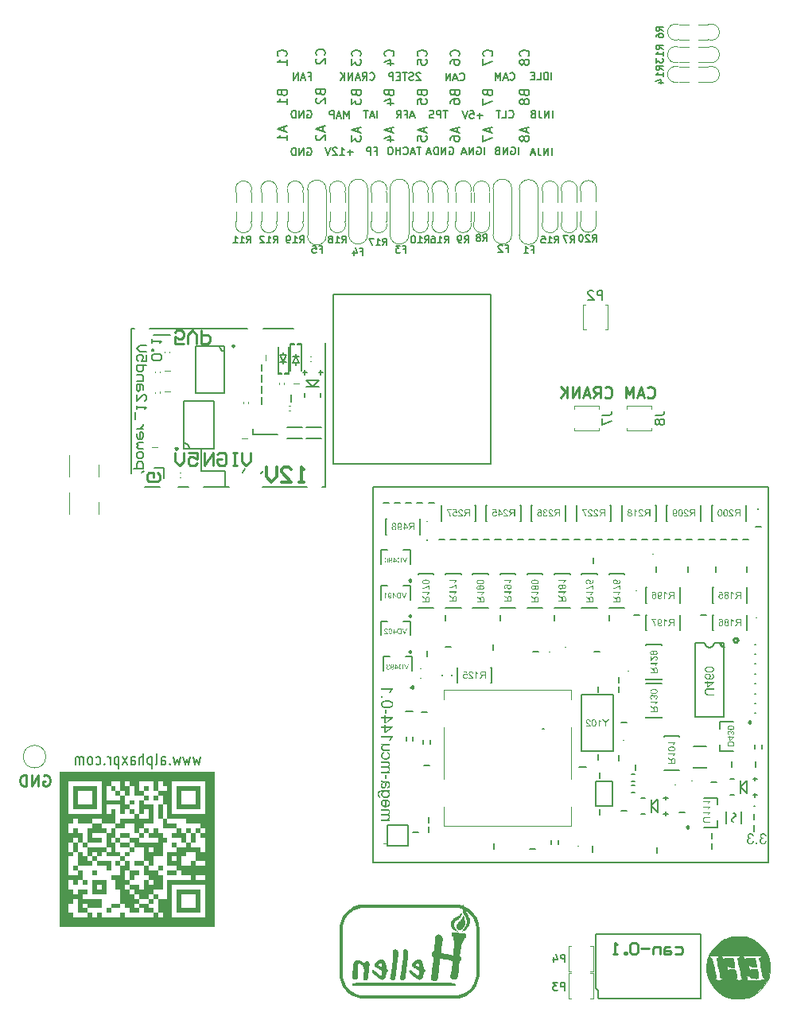
<source format=gbo>
G75*
G70*
%OFA0B0*%
%FSLAX25Y25*%
%IPPOS*%
%LPD*%
%AMOC8*
5,1,8,0,0,1.08239X$1,22.5*
%
%ADD116C,0.00394*%
%ADD117C,0.01000*%
%ADD193C,0.00300*%
%ADD56C,0.00787*%
%ADD58C,0.01181*%
%ADD59C,0.00800*%
%ADD62C,0.00472*%
%ADD68C,0.00984*%
%ADD69C,0.00669*%
%ADD70C,0.00500*%
%ADD71C,0.00591*%
%ADD72C,0.00390*%
%ADD74C,0.00512*%
%ADD75C,0.00010*%
X0000000Y0000000D02*
%LPD*%
G01*
D68*
X0012655Y0095669D02*
X0013105Y0095894D01*
X0013780Y0095894D01*
X0014454Y0095669D01*
X0014904Y0095219D01*
X0015129Y0094769D01*
X0015354Y0093870D01*
X0015354Y0093195D01*
X0015129Y0092295D01*
X0014904Y0091845D01*
X0014454Y0091395D01*
X0013780Y0091170D01*
X0013330Y0091170D01*
X0012655Y0091395D01*
X0012430Y0091620D01*
X0012430Y0093195D01*
X0013330Y0093195D01*
X0010405Y0091170D02*
X0010405Y0095894D01*
X0007705Y0091170D01*
X0007705Y0095894D01*
X0005456Y0091170D02*
X0005456Y0095894D01*
X0004331Y0095894D01*
X0003656Y0095669D01*
X0003206Y0095219D01*
X0002981Y0094769D01*
X0002756Y0093870D01*
X0002756Y0093195D01*
X0002981Y0092295D01*
X0003206Y0091845D01*
X0003656Y0091395D01*
X0004331Y0091170D01*
X0005456Y0091170D01*
D69*
X0211787Y0355756D02*
X0211787Y0358905D01*
X0208637Y0358755D02*
X0208937Y0358905D01*
X0209387Y0358905D01*
X0209837Y0358755D01*
X0210137Y0358456D01*
X0210287Y0358156D01*
X0210437Y0357556D01*
X0210437Y0357106D01*
X0210287Y0356506D01*
X0210137Y0356206D01*
X0209837Y0355906D01*
X0209387Y0355756D01*
X0209087Y0355756D01*
X0208637Y0355906D01*
X0208487Y0356056D01*
X0208487Y0357106D01*
X0209087Y0357106D01*
X0207137Y0355756D02*
X0207137Y0358905D01*
X0205337Y0355756D01*
X0205337Y0358905D01*
X0202788Y0357406D02*
X0202338Y0357256D01*
X0202188Y0357106D01*
X0202038Y0356806D01*
X0202038Y0356356D01*
X0202188Y0356056D01*
X0202338Y0355906D01*
X0202638Y0355756D01*
X0203838Y0355756D01*
X0203838Y0358905D01*
X0202788Y0358905D01*
X0202488Y0358755D01*
X0202338Y0358605D01*
X0202188Y0358306D01*
X0202188Y0358006D01*
X0202338Y0357706D01*
X0202488Y0357556D01*
X0202788Y0357406D01*
X0203838Y0357406D01*
D68*
X0247919Y0254218D02*
X0248144Y0253993D01*
X0248819Y0253768D01*
X0249269Y0253768D01*
X0249944Y0253993D01*
X0250394Y0254443D01*
X0250619Y0254893D01*
X0250844Y0255793D01*
X0250844Y0256468D01*
X0250619Y0257368D01*
X0250394Y0257818D01*
X0249944Y0258268D01*
X0249269Y0258493D01*
X0248819Y0258493D01*
X0248144Y0258268D01*
X0247919Y0258043D01*
X0243195Y0253768D02*
X0244769Y0256018D01*
X0245894Y0253768D02*
X0245894Y0258493D01*
X0244094Y0258493D01*
X0243645Y0258268D01*
X0243420Y0258043D01*
X0243195Y0257593D01*
X0243195Y0256918D01*
X0243420Y0256468D01*
X0243645Y0256243D01*
X0244094Y0256018D01*
X0245894Y0256018D01*
X0241395Y0255118D02*
X0239145Y0255118D01*
X0241845Y0253768D02*
X0240270Y0258493D01*
X0238695Y0253768D01*
X0237120Y0253768D02*
X0237120Y0258493D01*
X0234421Y0253768D01*
X0234421Y0258493D01*
X0232171Y0253768D02*
X0232171Y0258493D01*
X0229471Y0253768D02*
X0231496Y0256468D01*
X0229471Y0258493D02*
X0232171Y0255793D01*
D69*
X0149387Y0387281D02*
X0149537Y0387131D01*
X0149987Y0386981D01*
X0150287Y0386981D01*
X0150737Y0387131D01*
X0151037Y0387431D01*
X0151187Y0387731D01*
X0151337Y0388331D01*
X0151337Y0388781D01*
X0151187Y0389381D01*
X0151037Y0389681D01*
X0150737Y0389981D01*
X0150287Y0390131D01*
X0149987Y0390131D01*
X0149537Y0389981D01*
X0149387Y0389831D01*
X0146237Y0386981D02*
X0147287Y0388481D01*
X0148037Y0386981D02*
X0148037Y0390131D01*
X0146837Y0390131D01*
X0146537Y0389981D01*
X0146387Y0389831D01*
X0146237Y0389531D01*
X0146237Y0389081D01*
X0146387Y0388781D01*
X0146537Y0388631D01*
X0146837Y0388481D01*
X0148037Y0388481D01*
X0145037Y0387881D02*
X0143538Y0387881D01*
X0145337Y0386981D02*
X0144287Y0390131D01*
X0143238Y0386981D01*
X0142188Y0386981D02*
X0142188Y0390131D01*
X0140388Y0386981D01*
X0140388Y0390131D01*
X0138888Y0386981D02*
X0138888Y0390131D01*
X0137088Y0386981D02*
X0138438Y0388781D01*
X0137088Y0390131D02*
X0138888Y0388331D01*
X0225547Y0387118D02*
X0225547Y0390268D01*
X0224048Y0387118D02*
X0224048Y0390268D01*
X0223298Y0390268D01*
X0222848Y0390118D01*
X0222548Y0389818D01*
X0222398Y0389518D01*
X0222248Y0388918D01*
X0222248Y0388468D01*
X0222398Y0387868D01*
X0222548Y0387568D01*
X0222848Y0387268D01*
X0223298Y0387118D01*
X0224048Y0387118D01*
X0219398Y0387118D02*
X0220898Y0387118D01*
X0220898Y0390268D01*
X0218348Y0388768D02*
X0217298Y0388768D01*
X0216848Y0387118D02*
X0218348Y0387118D01*
X0218348Y0390268D01*
X0216848Y0390268D01*
D56*
X0078309Y0103375D02*
X0077559Y0100225D01*
X0076809Y0102475D01*
X0076059Y0100225D01*
X0075309Y0103375D01*
X0074184Y0103375D02*
X0073435Y0100225D01*
X0072685Y0102475D01*
X0071935Y0100225D01*
X0071185Y0103375D01*
X0070060Y0103375D02*
X0069310Y0100225D01*
X0068560Y0102475D01*
X0067810Y0100225D01*
X0067060Y0103375D01*
X0065561Y0100675D02*
X0065373Y0100450D01*
X0065561Y0100225D01*
X0065748Y0100450D01*
X0065561Y0100675D01*
X0065561Y0100225D01*
X0061999Y0100225D02*
X0061999Y0102700D01*
X0062186Y0103150D01*
X0062561Y0103375D01*
X0063311Y0103375D01*
X0063686Y0103150D01*
X0061999Y0100450D02*
X0062373Y0100225D01*
X0063311Y0100225D01*
X0063686Y0100450D01*
X0063873Y0100900D01*
X0063873Y0101350D01*
X0063686Y0101800D01*
X0063311Y0102025D01*
X0062373Y0102025D01*
X0061999Y0102250D01*
X0059561Y0100225D02*
X0059936Y0100450D01*
X0060124Y0100900D01*
X0060124Y0104949D01*
X0058061Y0103375D02*
X0058061Y0098650D01*
X0058061Y0103150D02*
X0057687Y0103375D01*
X0056937Y0103375D01*
X0056562Y0103150D01*
X0056374Y0102925D01*
X0056187Y0102475D01*
X0056187Y0101125D01*
X0056374Y0100675D01*
X0056562Y0100450D01*
X0056937Y0100225D01*
X0057687Y0100225D01*
X0058061Y0100450D01*
X0054499Y0100225D02*
X0054499Y0104949D01*
X0052812Y0100225D02*
X0052812Y0102700D01*
X0053000Y0103150D01*
X0053375Y0103375D01*
X0053937Y0103375D01*
X0054312Y0103150D01*
X0054499Y0102925D01*
X0049250Y0100225D02*
X0049250Y0102700D01*
X0049438Y0103150D01*
X0049813Y0103375D01*
X0050562Y0103375D01*
X0050937Y0103150D01*
X0049250Y0100450D02*
X0049625Y0100225D01*
X0050562Y0100225D01*
X0050937Y0100450D01*
X0051125Y0100900D01*
X0051125Y0101350D01*
X0050937Y0101800D01*
X0050562Y0102025D01*
X0049625Y0102025D01*
X0049250Y0102250D01*
X0047750Y0100225D02*
X0045688Y0103375D01*
X0047750Y0103375D02*
X0045688Y0100225D01*
X0044188Y0103375D02*
X0044188Y0098650D01*
X0044188Y0103150D02*
X0043813Y0103375D01*
X0043063Y0103375D01*
X0042688Y0103150D01*
X0042501Y0102925D01*
X0042313Y0102475D01*
X0042313Y0101125D01*
X0042501Y0100675D01*
X0042688Y0100450D01*
X0043063Y0100225D01*
X0043813Y0100225D01*
X0044188Y0100450D01*
X0040626Y0100225D02*
X0040626Y0103375D01*
X0040626Y0102475D02*
X0040439Y0102925D01*
X0040251Y0103150D01*
X0039876Y0103375D01*
X0039501Y0103375D01*
X0038189Y0100675D02*
X0038001Y0100450D01*
X0038189Y0100225D01*
X0038376Y0100450D01*
X0038189Y0100675D01*
X0038189Y0100225D01*
X0034627Y0100450D02*
X0035002Y0100225D01*
X0035752Y0100225D01*
X0036127Y0100450D01*
X0036314Y0100675D01*
X0036502Y0101125D01*
X0036502Y0102475D01*
X0036314Y0102925D01*
X0036127Y0103150D01*
X0035752Y0103375D01*
X0035002Y0103375D01*
X0034627Y0103150D01*
X0032377Y0100225D02*
X0032752Y0100450D01*
X0032940Y0100675D01*
X0033127Y0101125D01*
X0033127Y0102475D01*
X0032940Y0102925D01*
X0032752Y0103150D01*
X0032377Y0103375D01*
X0031815Y0103375D01*
X0031440Y0103150D01*
X0031252Y0102925D01*
X0031065Y0102475D01*
X0031065Y0101125D01*
X0031252Y0100675D01*
X0031440Y0100450D01*
X0031815Y0100225D01*
X0032377Y0100225D01*
X0029378Y0100225D02*
X0029378Y0103375D01*
X0029378Y0102925D02*
X0029190Y0103150D01*
X0028815Y0103375D01*
X0028253Y0103375D01*
X0027878Y0103150D01*
X0027690Y0102700D01*
X0027690Y0100225D01*
X0027690Y0102700D02*
X0027503Y0103150D01*
X0027128Y0103375D01*
X0026565Y0103375D01*
X0026190Y0103150D01*
X0026003Y0102700D01*
X0026003Y0100225D01*
D69*
X0181978Y0374197D02*
X0180178Y0374197D01*
X0181078Y0371047D02*
X0181078Y0374197D01*
X0179129Y0371047D02*
X0179129Y0374197D01*
X0177929Y0374197D01*
X0177629Y0374047D01*
X0177479Y0373897D01*
X0177329Y0373597D01*
X0177329Y0373147D01*
X0177479Y0372847D01*
X0177629Y0372697D01*
X0177929Y0372547D01*
X0179129Y0372547D01*
X0176129Y0371197D02*
X0175679Y0371047D01*
X0174929Y0371047D01*
X0174629Y0371197D01*
X0174479Y0371347D01*
X0174329Y0371647D01*
X0174329Y0371947D01*
X0174479Y0372247D01*
X0174629Y0372397D01*
X0174929Y0372547D01*
X0175529Y0372697D01*
X0175829Y0372847D01*
X0175979Y0372997D01*
X0176129Y0373297D01*
X0176129Y0373597D01*
X0175979Y0373897D01*
X0175829Y0374047D01*
X0175529Y0374197D01*
X0174779Y0374197D01*
X0174329Y0374047D01*
X0225610Y0355481D02*
X0225610Y0358631D01*
X0224110Y0355481D02*
X0224110Y0358631D01*
X0222310Y0355481D01*
X0222310Y0358631D01*
X0219910Y0358631D02*
X0219910Y0356381D01*
X0220060Y0355931D01*
X0220360Y0355631D01*
X0220810Y0355481D01*
X0221110Y0355481D01*
X0218561Y0356381D02*
X0217061Y0356381D01*
X0218861Y0355481D02*
X0217811Y0358631D01*
X0216761Y0355481D01*
X0187171Y0387006D02*
X0187321Y0386856D01*
X0187771Y0386706D01*
X0188071Y0386706D01*
X0188521Y0386856D01*
X0188821Y0387156D01*
X0188971Y0387456D01*
X0189121Y0388056D01*
X0189121Y0388506D01*
X0188971Y0389106D01*
X0188821Y0389406D01*
X0188521Y0389706D01*
X0188071Y0389856D01*
X0187771Y0389856D01*
X0187321Y0389706D01*
X0187171Y0389556D01*
X0185971Y0387606D02*
X0184472Y0387606D01*
X0186271Y0386706D02*
X0185221Y0389856D01*
X0184172Y0386706D01*
X0183122Y0386706D02*
X0183122Y0389856D01*
X0181322Y0386706D01*
X0181322Y0389856D01*
X0151381Y0357268D02*
X0152431Y0357268D01*
X0152431Y0355618D02*
X0152431Y0358768D01*
X0150931Y0358768D01*
X0149731Y0355618D02*
X0149731Y0358768D01*
X0148532Y0358768D01*
X0148232Y0358618D01*
X0148082Y0358468D01*
X0147932Y0358168D01*
X0147932Y0357718D01*
X0148082Y0357418D01*
X0148232Y0357268D01*
X0148532Y0357118D01*
X0149731Y0357118D01*
X0197413Y0355756D02*
X0197413Y0358905D01*
X0194264Y0358755D02*
X0194564Y0358905D01*
X0195014Y0358905D01*
X0195463Y0358755D01*
X0195763Y0358456D01*
X0195913Y0358156D01*
X0196063Y0357556D01*
X0196063Y0357106D01*
X0195913Y0356506D01*
X0195763Y0356206D01*
X0195463Y0355906D01*
X0195014Y0355756D01*
X0194714Y0355756D01*
X0194264Y0355906D01*
X0194114Y0356056D01*
X0194114Y0357106D01*
X0194714Y0357106D01*
X0192764Y0355756D02*
X0192764Y0358905D01*
X0190964Y0355756D01*
X0190964Y0358905D01*
X0189614Y0356656D02*
X0188114Y0356656D01*
X0189914Y0355756D02*
X0188864Y0358905D01*
X0187814Y0355756D01*
X0207663Y0371484D02*
X0207813Y0371334D01*
X0208263Y0371184D01*
X0208563Y0371184D01*
X0209013Y0371334D01*
X0209313Y0371634D01*
X0209463Y0371934D01*
X0209613Y0372534D01*
X0209613Y0372984D01*
X0209463Y0373584D01*
X0209313Y0373884D01*
X0209013Y0374184D01*
X0208563Y0374334D01*
X0208263Y0374334D01*
X0207813Y0374184D01*
X0207663Y0374034D01*
X0204813Y0371184D02*
X0206313Y0371184D01*
X0206313Y0374334D01*
X0204213Y0374334D02*
X0202413Y0374334D01*
X0203313Y0371184D02*
X0203313Y0374334D01*
X0123123Y0358481D02*
X0123423Y0358631D01*
X0123873Y0358631D01*
X0124323Y0358481D01*
X0124623Y0358181D01*
X0124773Y0357881D01*
X0124923Y0357281D01*
X0124923Y0356831D01*
X0124773Y0356231D01*
X0124623Y0355931D01*
X0124323Y0355631D01*
X0123873Y0355481D01*
X0123573Y0355481D01*
X0123123Y0355631D01*
X0122973Y0355781D01*
X0122973Y0356831D01*
X0123573Y0356831D01*
X0121623Y0355481D02*
X0121623Y0358631D01*
X0119824Y0355481D01*
X0119824Y0358631D01*
X0118324Y0355481D02*
X0118324Y0358631D01*
X0117574Y0358631D01*
X0117124Y0358481D01*
X0116824Y0358181D01*
X0116674Y0357881D01*
X0116524Y0357281D01*
X0116524Y0356831D01*
X0116674Y0356231D01*
X0116824Y0355931D01*
X0117124Y0355631D01*
X0117574Y0355481D01*
X0118324Y0355481D01*
X0123123Y0374140D02*
X0123423Y0374290D01*
X0123873Y0374290D01*
X0124323Y0374140D01*
X0124623Y0373840D01*
X0124773Y0373540D01*
X0124923Y0372940D01*
X0124923Y0372490D01*
X0124773Y0371890D01*
X0124623Y0371590D01*
X0124323Y0371290D01*
X0123873Y0371140D01*
X0123573Y0371140D01*
X0123123Y0371290D01*
X0122973Y0371440D01*
X0122973Y0372490D01*
X0123573Y0372490D01*
X0121623Y0371140D02*
X0121623Y0374290D01*
X0119824Y0371140D01*
X0119824Y0374290D01*
X0118324Y0371140D02*
X0118324Y0374290D01*
X0117574Y0374290D01*
X0117124Y0374140D01*
X0116824Y0373840D01*
X0116674Y0373540D01*
X0116524Y0372940D01*
X0116524Y0372490D01*
X0116674Y0371890D01*
X0116824Y0371590D01*
X0117124Y0371290D01*
X0117574Y0371140D01*
X0118324Y0371140D01*
X0225972Y0371184D02*
X0225972Y0374334D01*
X0224472Y0371184D02*
X0224472Y0374334D01*
X0222672Y0371184D01*
X0222672Y0374334D01*
X0220273Y0374334D02*
X0220273Y0372084D01*
X0220423Y0371634D01*
X0220723Y0371334D01*
X0221173Y0371184D01*
X0221473Y0371184D01*
X0217723Y0372834D02*
X0217273Y0372684D01*
X0217123Y0372534D01*
X0216973Y0372234D01*
X0216973Y0371784D01*
X0217123Y0371484D01*
X0217273Y0371334D01*
X0217573Y0371184D01*
X0218773Y0371184D01*
X0218773Y0374334D01*
X0217723Y0374334D01*
X0217423Y0374184D01*
X0217273Y0374034D01*
X0217123Y0373734D01*
X0217123Y0373434D01*
X0217273Y0373134D01*
X0217423Y0372984D01*
X0217723Y0372834D01*
X0218773Y0372834D01*
X0167942Y0371947D02*
X0166442Y0371947D01*
X0168242Y0371047D02*
X0167192Y0374197D01*
X0166142Y0371047D01*
X0164042Y0372697D02*
X0165092Y0372697D01*
X0165092Y0371047D02*
X0165092Y0374197D01*
X0163592Y0374197D01*
X0160593Y0371047D02*
X0161643Y0372547D01*
X0162393Y0371047D02*
X0162393Y0374197D01*
X0161193Y0374197D01*
X0160893Y0374047D01*
X0160743Y0373897D01*
X0160593Y0373597D01*
X0160593Y0373147D01*
X0160743Y0372847D01*
X0160893Y0372697D01*
X0161193Y0372547D01*
X0162393Y0372547D01*
X0170592Y0389831D02*
X0170442Y0389981D01*
X0170142Y0390131D01*
X0169392Y0390131D01*
X0169092Y0389981D01*
X0168942Y0389831D01*
X0168792Y0389531D01*
X0168792Y0389231D01*
X0168942Y0388781D01*
X0170742Y0386981D01*
X0168792Y0386981D01*
X0167592Y0387131D02*
X0167142Y0386981D01*
X0166392Y0386981D01*
X0166092Y0387131D01*
X0165942Y0387281D01*
X0165792Y0387581D01*
X0165792Y0387881D01*
X0165942Y0388181D01*
X0166092Y0388331D01*
X0166392Y0388481D01*
X0166992Y0388631D01*
X0167292Y0388781D01*
X0167442Y0388931D01*
X0167592Y0389231D01*
X0167592Y0389531D01*
X0167442Y0389831D01*
X0167292Y0389981D01*
X0166992Y0390131D01*
X0166242Y0390131D01*
X0165792Y0389981D01*
X0164893Y0390131D02*
X0163093Y0390131D01*
X0163993Y0386981D02*
X0163993Y0390131D01*
X0162043Y0388631D02*
X0160993Y0388631D01*
X0160543Y0386981D02*
X0162043Y0386981D01*
X0162043Y0390131D01*
X0160543Y0390131D01*
X0159193Y0386981D02*
X0159193Y0390131D01*
X0157993Y0390131D01*
X0157693Y0389981D01*
X0157543Y0389831D01*
X0157393Y0389531D01*
X0157393Y0389081D01*
X0157543Y0388781D01*
X0157693Y0388631D01*
X0157993Y0388481D01*
X0159193Y0388481D01*
X0208200Y0387281D02*
X0208350Y0387131D01*
X0208800Y0386981D01*
X0209100Y0386981D01*
X0209550Y0387131D01*
X0209850Y0387431D01*
X0210000Y0387731D01*
X0210150Y0388331D01*
X0210150Y0388781D01*
X0210000Y0389381D01*
X0209850Y0389681D01*
X0209550Y0389981D01*
X0209100Y0390131D01*
X0208800Y0390131D01*
X0208350Y0389981D01*
X0208200Y0389831D01*
X0207000Y0387881D02*
X0205501Y0387881D01*
X0207300Y0386981D02*
X0206251Y0390131D01*
X0205201Y0386981D01*
X0204151Y0386981D02*
X0204151Y0390131D01*
X0203101Y0387881D01*
X0202051Y0390131D01*
X0202051Y0386981D01*
X0123685Y0388631D02*
X0124735Y0388631D01*
X0124735Y0386981D02*
X0124735Y0390131D01*
X0123235Y0390131D01*
X0122185Y0387881D02*
X0120686Y0387881D01*
X0122485Y0386981D02*
X0121435Y0390131D01*
X0120386Y0386981D01*
X0119336Y0386981D02*
X0119336Y0390131D01*
X0117536Y0386981D01*
X0117536Y0390131D01*
D68*
X0265861Y0254218D02*
X0266085Y0253993D01*
X0266760Y0253768D01*
X0267210Y0253768D01*
X0267885Y0253993D01*
X0268335Y0254443D01*
X0268560Y0254893D01*
X0268785Y0255793D01*
X0268785Y0256468D01*
X0268560Y0257368D01*
X0268335Y0257818D01*
X0267885Y0258268D01*
X0267210Y0258493D01*
X0266760Y0258493D01*
X0266085Y0258268D01*
X0265861Y0258043D01*
X0264061Y0255118D02*
X0261811Y0255118D01*
X0264511Y0253768D02*
X0262936Y0258493D01*
X0261361Y0253768D01*
X0259786Y0253768D02*
X0259786Y0258493D01*
X0258211Y0255118D01*
X0256637Y0258493D01*
X0256637Y0253768D01*
D69*
X0182715Y0358755D02*
X0183015Y0358905D01*
X0183465Y0358905D01*
X0183915Y0358755D01*
X0184215Y0358456D01*
X0184365Y0358156D01*
X0184514Y0357556D01*
X0184514Y0357106D01*
X0184365Y0356506D01*
X0184215Y0356206D01*
X0183915Y0355906D01*
X0183465Y0355756D01*
X0183165Y0355756D01*
X0182715Y0355906D01*
X0182565Y0356056D01*
X0182565Y0357106D01*
X0183165Y0357106D01*
X0181215Y0355756D02*
X0181215Y0358905D01*
X0179415Y0355756D01*
X0179415Y0358905D01*
X0177915Y0355756D02*
X0177915Y0358905D01*
X0177165Y0358905D01*
X0176715Y0358755D01*
X0176416Y0358456D01*
X0176266Y0358156D01*
X0176116Y0357556D01*
X0176116Y0357106D01*
X0176266Y0356506D01*
X0176416Y0356206D01*
X0176715Y0355906D01*
X0177165Y0355756D01*
X0177915Y0355756D01*
X0174916Y0356656D02*
X0173416Y0356656D01*
X0175216Y0355756D02*
X0174166Y0358905D01*
X0173116Y0355756D01*
X0196751Y0372110D02*
X0194351Y0372110D01*
X0195551Y0370910D02*
X0195551Y0373309D01*
X0191352Y0374059D02*
X0192851Y0374059D01*
X0193001Y0372559D01*
X0192851Y0372709D01*
X0192551Y0372859D01*
X0191802Y0372859D01*
X0191502Y0372709D01*
X0191352Y0372559D01*
X0191202Y0372260D01*
X0191202Y0371510D01*
X0191352Y0371210D01*
X0191502Y0371060D01*
X0191802Y0370910D01*
X0192551Y0370910D01*
X0192851Y0371060D01*
X0193001Y0371210D01*
X0190302Y0374059D02*
X0189252Y0370910D01*
X0188202Y0374059D01*
X0140632Y0370910D02*
X0140632Y0374059D01*
X0139582Y0371810D01*
X0138532Y0374059D01*
X0138532Y0370910D01*
X0137182Y0371810D02*
X0135683Y0371810D01*
X0137482Y0370910D02*
X0136433Y0374059D01*
X0135383Y0370910D01*
X0134333Y0370910D02*
X0134333Y0374059D01*
X0133133Y0374059D01*
X0132833Y0373909D01*
X0132683Y0373759D01*
X0132533Y0373459D01*
X0132533Y0373009D01*
X0132683Y0372709D01*
X0132833Y0372559D01*
X0133133Y0372410D01*
X0134333Y0372410D01*
X0152394Y0371047D02*
X0152394Y0374197D01*
X0151044Y0371947D02*
X0149544Y0371947D01*
X0151344Y0371047D02*
X0150294Y0374197D01*
X0149244Y0371047D01*
X0148644Y0374197D02*
X0146845Y0374197D01*
X0147745Y0371047D02*
X0147745Y0374197D01*
X0142344Y0356818D02*
X0139944Y0356818D01*
X0141144Y0355618D02*
X0141144Y0358018D01*
X0136795Y0355618D02*
X0138595Y0355618D01*
X0137695Y0355618D02*
X0137695Y0358768D01*
X0137995Y0358318D01*
X0138295Y0358018D01*
X0138595Y0357868D01*
X0135595Y0358468D02*
X0135445Y0358618D01*
X0135145Y0358768D01*
X0134395Y0358768D01*
X0134095Y0358618D01*
X0133945Y0358468D01*
X0133795Y0358168D01*
X0133795Y0357868D01*
X0133945Y0357418D01*
X0135745Y0355618D01*
X0133795Y0355618D01*
X0132895Y0358768D02*
X0131845Y0355618D01*
X0130796Y0358768D01*
X0170842Y0358905D02*
X0169042Y0358905D01*
X0169942Y0355756D02*
X0169942Y0358905D01*
X0168142Y0356656D02*
X0166643Y0356656D01*
X0168442Y0355756D02*
X0167392Y0358905D01*
X0166343Y0355756D01*
X0163493Y0356056D02*
X0163643Y0355906D01*
X0164093Y0355756D01*
X0164393Y0355756D01*
X0164843Y0355906D01*
X0165143Y0356206D01*
X0165293Y0356506D01*
X0165443Y0357106D01*
X0165443Y0357556D01*
X0165293Y0358156D01*
X0165143Y0358456D01*
X0164843Y0358755D01*
X0164393Y0358905D01*
X0164093Y0358905D01*
X0163643Y0358755D01*
X0163493Y0358605D01*
X0162143Y0355756D02*
X0162143Y0358905D01*
X0162143Y0357406D02*
X0160343Y0357406D01*
X0160343Y0355756D02*
X0160343Y0358905D01*
X0158244Y0358905D02*
X0157644Y0358905D01*
X0157344Y0358755D01*
X0157044Y0358456D01*
X0156894Y0357856D01*
X0156894Y0356806D01*
X0157044Y0356206D01*
X0157344Y0355906D01*
X0157644Y0355756D01*
X0158244Y0355756D01*
X0158544Y0355906D01*
X0158844Y0356206D01*
X0158994Y0356806D01*
X0158994Y0357856D01*
X0158844Y0358456D01*
X0158544Y0358755D01*
X0158244Y0358905D01*
D74*
X0196821Y0319429D02*
X0197805Y0320835D01*
X0198508Y0319429D02*
X0198508Y0322382D01*
X0197383Y0322382D01*
X0197102Y0322241D01*
X0196961Y0322101D01*
X0196821Y0321819D01*
X0196821Y0321398D01*
X0196961Y0321116D01*
X0197102Y0320976D01*
X0197383Y0320835D01*
X0198508Y0320835D01*
X0195133Y0321116D02*
X0195415Y0321257D01*
X0195555Y0321398D01*
X0195696Y0321679D01*
X0195696Y0321819D01*
X0195555Y0322101D01*
X0195415Y0322241D01*
X0195133Y0322382D01*
X0194571Y0322382D01*
X0194290Y0322241D01*
X0194149Y0322101D01*
X0194009Y0321819D01*
X0194009Y0321679D01*
X0194149Y0321398D01*
X0194290Y0321257D01*
X0194571Y0321116D01*
X0195133Y0321116D01*
X0195415Y0320976D01*
X0195555Y0320835D01*
X0195696Y0320554D01*
X0195696Y0319992D01*
X0195555Y0319710D01*
X0195415Y0319570D01*
X0195133Y0319429D01*
X0194571Y0319429D01*
X0194290Y0319570D01*
X0194149Y0319710D01*
X0194009Y0319992D01*
X0194009Y0320554D01*
X0194149Y0320835D01*
X0194290Y0320976D01*
X0194571Y0321116D01*
D70*
X0189014Y0318812D02*
X0190014Y0320241D01*
X0190728Y0318812D02*
X0190728Y0321812D01*
X0189585Y0321812D01*
X0189300Y0321669D01*
X0189157Y0321527D01*
X0189014Y0321241D01*
X0189014Y0320812D01*
X0189157Y0320527D01*
X0189300Y0320384D01*
X0189585Y0320241D01*
X0190728Y0320241D01*
X0187585Y0318812D02*
X0187014Y0318812D01*
X0186728Y0318955D01*
X0186585Y0319098D01*
X0186300Y0319527D01*
X0186157Y0320098D01*
X0186157Y0321241D01*
X0186300Y0321527D01*
X0186443Y0321669D01*
X0186728Y0321812D01*
X0187300Y0321812D01*
X0187585Y0321669D01*
X0187728Y0321527D01*
X0187871Y0321241D01*
X0187871Y0320527D01*
X0187728Y0320241D01*
X0187585Y0320098D01*
X0187300Y0319955D01*
X0186728Y0319955D01*
X0186443Y0320098D01*
X0186300Y0320241D01*
X0186157Y0320527D01*
X0145488Y0315175D02*
X0146488Y0315175D01*
X0146488Y0313603D02*
X0146488Y0316603D01*
X0145060Y0316603D01*
X0142631Y0315603D02*
X0142631Y0313603D01*
X0143345Y0316746D02*
X0144060Y0314603D01*
X0142202Y0314603D01*
D69*
X0246835Y0294873D02*
X0246835Y0298810D01*
X0245335Y0298810D01*
X0244960Y0298622D01*
X0244773Y0298435D01*
X0244585Y0298060D01*
X0244585Y0297497D01*
X0244773Y0297122D01*
X0244960Y0296935D01*
X0245335Y0296747D01*
X0246835Y0296747D01*
X0243085Y0298435D02*
X0242898Y0298622D01*
X0242523Y0298810D01*
X0241586Y0298810D01*
X0241211Y0298622D01*
X0241023Y0298435D01*
X0240836Y0298060D01*
X0240836Y0297685D01*
X0241023Y0297122D01*
X0243273Y0294873D01*
X0240836Y0294873D01*
D74*
X0097827Y0318711D02*
X0098812Y0320118D01*
X0099515Y0318711D02*
X0099515Y0321664D01*
X0098390Y0321664D01*
X0098109Y0321524D01*
X0097968Y0321383D01*
X0097827Y0321102D01*
X0097827Y0320680D01*
X0097968Y0320399D01*
X0098109Y0320258D01*
X0098390Y0320118D01*
X0099515Y0320118D01*
X0095015Y0318711D02*
X0096702Y0318711D01*
X0095859Y0318711D02*
X0095859Y0321664D01*
X0096140Y0321242D01*
X0096421Y0320961D01*
X0096702Y0320821D01*
X0092203Y0318711D02*
X0093890Y0318711D01*
X0093047Y0318711D02*
X0093047Y0321664D01*
X0093328Y0321242D01*
X0093609Y0320961D01*
X0093890Y0320821D01*
X0272265Y0407579D02*
X0270859Y0408563D01*
X0272265Y0409266D02*
X0269312Y0409266D01*
X0269312Y0408141D01*
X0269453Y0407860D01*
X0269593Y0407719D01*
X0269875Y0407579D01*
X0270296Y0407579D01*
X0270578Y0407719D01*
X0270718Y0407860D01*
X0270859Y0408141D01*
X0270859Y0409266D01*
X0269312Y0405048D02*
X0269312Y0405610D01*
X0269453Y0405891D01*
X0269593Y0406032D01*
X0270015Y0406313D01*
X0270578Y0406454D01*
X0271702Y0406454D01*
X0271984Y0406313D01*
X0272124Y0406173D01*
X0272265Y0405891D01*
X0272265Y0405329D01*
X0272124Y0405048D01*
X0271984Y0404907D01*
X0271702Y0404767D01*
X0270999Y0404767D01*
X0270718Y0404907D01*
X0270578Y0405048D01*
X0270437Y0405329D01*
X0270437Y0405891D01*
X0270578Y0406173D01*
X0270718Y0406313D01*
X0270999Y0406454D01*
X0154827Y0317711D02*
X0155812Y0319118D01*
X0156515Y0317711D02*
X0156515Y0320664D01*
X0155390Y0320664D01*
X0155109Y0320524D01*
X0154968Y0320383D01*
X0154827Y0320102D01*
X0154827Y0319680D01*
X0154968Y0319399D01*
X0155109Y0319258D01*
X0155390Y0319118D01*
X0156515Y0319118D01*
X0152015Y0317711D02*
X0153702Y0317711D01*
X0152859Y0317711D02*
X0152859Y0320664D01*
X0153140Y0320242D01*
X0153421Y0319961D01*
X0153702Y0319821D01*
X0151031Y0320664D02*
X0149062Y0320664D01*
X0150328Y0317711D01*
X0180638Y0318711D02*
X0181623Y0320118D01*
X0182326Y0318711D02*
X0182326Y0321664D01*
X0181201Y0321664D01*
X0180920Y0321524D01*
X0180779Y0321383D01*
X0180638Y0321102D01*
X0180638Y0320680D01*
X0180779Y0320399D01*
X0180920Y0320258D01*
X0181201Y0320118D01*
X0182326Y0320118D01*
X0177826Y0318711D02*
X0179513Y0318711D01*
X0178670Y0318711D02*
X0178670Y0321664D01*
X0178951Y0321242D01*
X0179232Y0320961D01*
X0179513Y0320821D01*
X0175295Y0321664D02*
X0175858Y0321664D01*
X0176139Y0321524D01*
X0176280Y0321383D01*
X0176561Y0320961D01*
X0176701Y0320399D01*
X0176701Y0319274D01*
X0176561Y0318993D01*
X0176420Y0318852D01*
X0176139Y0318711D01*
X0175576Y0318711D01*
X0175295Y0318852D01*
X0175155Y0318993D01*
X0175014Y0319274D01*
X0175014Y0319977D01*
X0175155Y0320258D01*
X0175295Y0320399D01*
X0175576Y0320539D01*
X0176139Y0320539D01*
X0176420Y0320399D01*
X0176561Y0320258D01*
X0176701Y0319977D01*
D69*
X0231084Y0005626D02*
X0231084Y0008855D01*
X0229854Y0008855D01*
X0229546Y0008701D01*
X0229393Y0008547D01*
X0229239Y0008240D01*
X0229239Y0007778D01*
X0229393Y0007471D01*
X0229546Y0007317D01*
X0229854Y0007163D01*
X0231084Y0007163D01*
X0228163Y0008855D02*
X0226164Y0008855D01*
X0227240Y0007625D01*
X0226779Y0007625D01*
X0226472Y0007471D01*
X0226318Y0007317D01*
X0226164Y0007010D01*
X0226164Y0006241D01*
X0226318Y0005934D01*
X0226472Y0005780D01*
X0226779Y0005626D01*
X0227702Y0005626D01*
X0228009Y0005780D01*
X0228163Y0005934D01*
D70*
X0172401Y0318722D02*
X0173401Y0320150D01*
X0174115Y0318722D02*
X0174115Y0321722D01*
X0172972Y0321722D01*
X0172687Y0321579D01*
X0172544Y0321436D01*
X0172401Y0321150D01*
X0172401Y0320722D01*
X0172544Y0320436D01*
X0172687Y0320293D01*
X0172972Y0320150D01*
X0174115Y0320150D01*
X0169544Y0318722D02*
X0171258Y0318722D01*
X0170401Y0318722D02*
X0170401Y0321722D01*
X0170687Y0321293D01*
X0170972Y0321007D01*
X0171258Y0320864D01*
X0167687Y0321722D02*
X0167401Y0321722D01*
X0167115Y0321579D01*
X0166972Y0321436D01*
X0166830Y0321150D01*
X0166687Y0320579D01*
X0166687Y0319864D01*
X0166830Y0319293D01*
X0166972Y0319007D01*
X0167115Y0318864D01*
X0167401Y0318722D01*
X0167687Y0318722D01*
X0167972Y0318864D01*
X0168115Y0319007D01*
X0168258Y0319293D01*
X0168401Y0319864D01*
X0168401Y0320579D01*
X0168258Y0321150D01*
X0168115Y0321436D01*
X0167972Y0321579D01*
X0167687Y0321722D01*
X0120039Y0318722D02*
X0121039Y0320150D01*
X0121753Y0318722D02*
X0121753Y0321722D01*
X0120610Y0321722D01*
X0120325Y0321579D01*
X0120182Y0321436D01*
X0120039Y0321150D01*
X0120039Y0320722D01*
X0120182Y0320436D01*
X0120325Y0320293D01*
X0120610Y0320150D01*
X0121753Y0320150D01*
X0117182Y0318722D02*
X0118896Y0318722D01*
X0118039Y0318722D02*
X0118039Y0321722D01*
X0118325Y0321293D01*
X0118610Y0321007D01*
X0118896Y0320864D01*
X0115753Y0318722D02*
X0115182Y0318722D01*
X0114896Y0318864D01*
X0114753Y0319007D01*
X0114467Y0319436D01*
X0114325Y0320007D01*
X0114325Y0321150D01*
X0114467Y0321436D01*
X0114610Y0321579D01*
X0114896Y0321722D01*
X0115467Y0321722D01*
X0115753Y0321579D01*
X0115896Y0321436D01*
X0116039Y0321150D01*
X0116039Y0320436D01*
X0115896Y0320150D01*
X0115753Y0320007D01*
X0115467Y0319864D01*
X0114896Y0319864D01*
X0114610Y0320007D01*
X0114467Y0320150D01*
X0114325Y0320436D01*
X0217126Y0315962D02*
X0218126Y0315962D01*
X0218126Y0314391D02*
X0218126Y0317391D01*
X0216697Y0317391D01*
X0213983Y0314391D02*
X0215697Y0314391D01*
X0214840Y0314391D02*
X0214840Y0317391D01*
X0215126Y0316962D01*
X0215412Y0316677D01*
X0215697Y0316534D01*
D74*
X0272265Y0391268D02*
X0270859Y0392253D01*
X0272265Y0392956D02*
X0269312Y0392956D01*
X0269312Y0391831D01*
X0269453Y0391549D01*
X0269593Y0391409D01*
X0269875Y0391268D01*
X0270296Y0391268D01*
X0270578Y0391409D01*
X0270718Y0391549D01*
X0270859Y0391831D01*
X0270859Y0392956D01*
X0272265Y0388456D02*
X0272265Y0390143D01*
X0272265Y0389300D02*
X0269312Y0389300D01*
X0269734Y0389581D01*
X0270015Y0389862D01*
X0270156Y0390143D01*
X0270296Y0385925D02*
X0272265Y0385925D01*
X0269172Y0386628D02*
X0271281Y0387331D01*
X0271281Y0385503D01*
D70*
X0163402Y0316159D02*
X0164402Y0316159D01*
X0164402Y0314588D02*
X0164402Y0317588D01*
X0162973Y0317588D01*
X0162116Y0317588D02*
X0160259Y0317588D01*
X0161259Y0316445D01*
X0160830Y0316445D01*
X0160544Y0316302D01*
X0160402Y0316159D01*
X0160259Y0315873D01*
X0160259Y0315159D01*
X0160402Y0314873D01*
X0160544Y0314731D01*
X0160830Y0314588D01*
X0161687Y0314588D01*
X0161973Y0314731D01*
X0162116Y0314873D01*
D74*
X0226827Y0318711D02*
X0227812Y0320118D01*
X0228515Y0318711D02*
X0228515Y0321664D01*
X0227390Y0321664D01*
X0227109Y0321524D01*
X0226968Y0321383D01*
X0226827Y0321102D01*
X0226827Y0320680D01*
X0226968Y0320399D01*
X0227109Y0320258D01*
X0227390Y0320118D01*
X0228515Y0320118D01*
X0224015Y0318711D02*
X0225702Y0318711D01*
X0224859Y0318711D02*
X0224859Y0321664D01*
X0225140Y0321242D01*
X0225421Y0320961D01*
X0225702Y0320821D01*
X0221344Y0321664D02*
X0222750Y0321664D01*
X0222890Y0320258D01*
X0222750Y0320399D01*
X0222469Y0320539D01*
X0221765Y0320539D01*
X0221484Y0320399D01*
X0221344Y0320258D01*
X0221203Y0319977D01*
X0221203Y0319274D01*
X0221344Y0318993D01*
X0221484Y0318852D01*
X0221765Y0318711D01*
X0222469Y0318711D01*
X0222750Y0318852D01*
X0222890Y0318993D01*
D70*
X0233429Y0318722D02*
X0234429Y0320150D01*
X0235143Y0318722D02*
X0235143Y0321722D01*
X0234001Y0321722D01*
X0233715Y0321579D01*
X0233572Y0321436D01*
X0233429Y0321150D01*
X0233429Y0320722D01*
X0233572Y0320436D01*
X0233715Y0320293D01*
X0234001Y0320150D01*
X0235143Y0320150D01*
X0232429Y0321722D02*
X0230429Y0321722D01*
X0231715Y0318722D01*
D74*
X0272265Y0399945D02*
X0270859Y0400930D01*
X0272265Y0401633D02*
X0269312Y0401633D01*
X0269312Y0400508D01*
X0269453Y0400227D01*
X0269593Y0400086D01*
X0269875Y0399945D01*
X0270296Y0399945D01*
X0270578Y0400086D01*
X0270718Y0400227D01*
X0270859Y0400508D01*
X0270859Y0401633D01*
X0272265Y0397133D02*
X0272265Y0398821D01*
X0272265Y0397977D02*
X0269312Y0397977D01*
X0269734Y0398258D01*
X0270015Y0398539D01*
X0270156Y0398821D01*
X0269312Y0396149D02*
X0269312Y0394321D01*
X0270437Y0395305D01*
X0270437Y0394884D01*
X0270578Y0394602D01*
X0270718Y0394462D01*
X0270999Y0394321D01*
X0271702Y0394321D01*
X0271984Y0394462D01*
X0272124Y0394602D01*
X0272265Y0394884D01*
X0272265Y0395727D01*
X0272124Y0396008D01*
X0271984Y0396149D01*
X0242622Y0319319D02*
X0243607Y0320725D01*
X0244310Y0319319D02*
X0244310Y0322272D01*
X0243185Y0322272D01*
X0242904Y0322131D01*
X0242763Y0321991D01*
X0242622Y0321710D01*
X0242622Y0321288D01*
X0242763Y0321007D01*
X0242904Y0320866D01*
X0243185Y0320725D01*
X0244310Y0320725D01*
X0241498Y0321991D02*
X0241357Y0322131D01*
X0241076Y0322272D01*
X0240373Y0322272D01*
X0240091Y0322131D01*
X0239951Y0321991D01*
X0239810Y0321710D01*
X0239810Y0321428D01*
X0239951Y0321007D01*
X0241638Y0319319D01*
X0239810Y0319319D01*
X0237982Y0322272D02*
X0237701Y0322272D01*
X0237420Y0322131D01*
X0237279Y0321991D01*
X0237139Y0321710D01*
X0236998Y0321147D01*
X0236998Y0320444D01*
X0237139Y0319882D01*
X0237279Y0319600D01*
X0237420Y0319460D01*
X0237701Y0319319D01*
X0237982Y0319319D01*
X0238264Y0319460D01*
X0238404Y0319600D01*
X0238545Y0319882D01*
X0238685Y0320444D01*
X0238685Y0321147D01*
X0238545Y0321710D01*
X0238404Y0321991D01*
X0238264Y0322131D01*
X0237982Y0322272D01*
D71*
X0159083Y0397109D02*
X0159271Y0397296D01*
X0159458Y0397859D01*
X0159458Y0398234D01*
X0159271Y0398796D01*
X0158896Y0399171D01*
X0158521Y0399359D01*
X0157771Y0399546D01*
X0157208Y0399546D01*
X0156459Y0399359D01*
X0156084Y0399171D01*
X0155709Y0398796D01*
X0155521Y0398234D01*
X0155521Y0397859D01*
X0155709Y0397296D01*
X0155896Y0397109D01*
X0156834Y0393734D02*
X0159458Y0393734D01*
X0155334Y0394672D02*
X0158146Y0395609D01*
X0158146Y0393172D01*
X0184955Y0381511D02*
X0185142Y0380948D01*
X0185330Y0380761D01*
X0185705Y0380573D01*
X0186267Y0380573D01*
X0186642Y0380761D01*
X0186830Y0380948D01*
X0187017Y0381323D01*
X0187017Y0382823D01*
X0183080Y0382823D01*
X0183080Y0381511D01*
X0183268Y0381136D01*
X0183455Y0380948D01*
X0183830Y0380761D01*
X0184205Y0380761D01*
X0184580Y0380948D01*
X0184768Y0381136D01*
X0184955Y0381511D01*
X0184955Y0382823D01*
X0183080Y0377199D02*
X0183080Y0377949D01*
X0183268Y0378324D01*
X0183455Y0378511D01*
X0184018Y0378886D01*
X0184768Y0379074D01*
X0186267Y0379074D01*
X0186642Y0378886D01*
X0186830Y0378699D01*
X0187017Y0378324D01*
X0187017Y0377574D01*
X0186830Y0377199D01*
X0186642Y0377011D01*
X0186267Y0376824D01*
X0185330Y0376824D01*
X0184955Y0377011D01*
X0184768Y0377199D01*
X0184580Y0377574D01*
X0184580Y0378324D01*
X0184768Y0378699D01*
X0184955Y0378886D01*
X0185330Y0379074D01*
X0129593Y0367375D02*
X0129593Y0365500D01*
X0130718Y0367750D02*
X0126781Y0366438D01*
X0130718Y0365125D01*
X0127156Y0364001D02*
X0126969Y0363813D01*
X0126781Y0363438D01*
X0126781Y0362501D01*
X0126969Y0362126D01*
X0127156Y0361938D01*
X0127531Y0361751D01*
X0127906Y0361751D01*
X0128468Y0361938D01*
X0130718Y0364188D01*
X0130718Y0361751D01*
X0199672Y0366981D02*
X0199672Y0365107D01*
X0200797Y0367356D02*
X0196860Y0366044D01*
X0200797Y0364732D01*
X0196860Y0363794D02*
X0196860Y0361170D01*
X0200797Y0362857D01*
X0130343Y0397503D02*
X0130531Y0397690D01*
X0130718Y0398253D01*
X0130718Y0398627D01*
X0130531Y0399190D01*
X0130156Y0399565D01*
X0129781Y0399752D01*
X0129031Y0399940D01*
X0128468Y0399940D01*
X0127718Y0399752D01*
X0127343Y0399565D01*
X0126969Y0399190D01*
X0126781Y0398627D01*
X0126781Y0398253D01*
X0126969Y0397690D01*
X0127156Y0397503D01*
X0127156Y0396003D02*
X0126969Y0395815D01*
X0126781Y0395440D01*
X0126781Y0394503D01*
X0126969Y0394128D01*
X0127156Y0393941D01*
X0127531Y0393753D01*
X0127906Y0393753D01*
X0128468Y0393941D01*
X0130718Y0396190D01*
X0130718Y0393753D01*
X0172113Y0366981D02*
X0172113Y0365107D01*
X0173238Y0367356D02*
X0169301Y0366044D01*
X0173238Y0364732D01*
X0169301Y0361545D02*
X0169301Y0363419D01*
X0171175Y0363607D01*
X0170988Y0363419D01*
X0170801Y0363044D01*
X0170801Y0362107D01*
X0170988Y0361732D01*
X0171175Y0361545D01*
X0171550Y0361357D01*
X0172488Y0361357D01*
X0172863Y0361545D01*
X0173050Y0361732D01*
X0173238Y0362107D01*
X0173238Y0363044D01*
X0173050Y0363419D01*
X0172863Y0363607D01*
X0171175Y0381511D02*
X0171363Y0380948D01*
X0171550Y0380761D01*
X0171925Y0380573D01*
X0172488Y0380573D01*
X0172863Y0380761D01*
X0173050Y0380948D01*
X0173238Y0381323D01*
X0173238Y0382823D01*
X0169301Y0382823D01*
X0169301Y0381511D01*
X0169488Y0381136D01*
X0169676Y0380948D01*
X0170051Y0380761D01*
X0170426Y0380761D01*
X0170801Y0380948D01*
X0170988Y0381136D01*
X0171175Y0381511D01*
X0171175Y0382823D01*
X0169301Y0377011D02*
X0169301Y0378886D01*
X0171175Y0379074D01*
X0170988Y0378886D01*
X0170801Y0378511D01*
X0170801Y0377574D01*
X0170988Y0377199D01*
X0171175Y0377011D01*
X0171550Y0376824D01*
X0172488Y0376824D01*
X0172863Y0377011D01*
X0173050Y0377199D01*
X0173238Y0377574D01*
X0173238Y0378511D01*
X0173050Y0378886D01*
X0172863Y0379074D01*
X0157396Y0381511D02*
X0157583Y0380948D01*
X0157771Y0380761D01*
X0158146Y0380573D01*
X0158708Y0380573D01*
X0159083Y0380761D01*
X0159271Y0380948D01*
X0159458Y0381323D01*
X0159458Y0382823D01*
X0155521Y0382823D01*
X0155521Y0381511D01*
X0155709Y0381136D01*
X0155896Y0380948D01*
X0156271Y0380761D01*
X0156646Y0380761D01*
X0157021Y0380948D01*
X0157208Y0381136D01*
X0157396Y0381511D01*
X0157396Y0382823D01*
X0156834Y0377199D02*
X0159458Y0377199D01*
X0155334Y0378136D02*
X0158146Y0379074D01*
X0158146Y0376636D01*
X0172863Y0397109D02*
X0173050Y0397296D01*
X0173238Y0397859D01*
X0173238Y0398234D01*
X0173050Y0398796D01*
X0172675Y0399171D01*
X0172300Y0399359D01*
X0171550Y0399546D01*
X0170988Y0399546D01*
X0170238Y0399359D01*
X0169863Y0399171D01*
X0169488Y0398796D01*
X0169301Y0398234D01*
X0169301Y0397859D01*
X0169488Y0397296D01*
X0169676Y0397109D01*
X0169301Y0393547D02*
X0169301Y0395422D01*
X0171175Y0395609D01*
X0170988Y0395422D01*
X0170801Y0395047D01*
X0170801Y0394109D01*
X0170988Y0393734D01*
X0171175Y0393547D01*
X0171550Y0393359D01*
X0172488Y0393359D01*
X0172863Y0393547D01*
X0173050Y0393734D01*
X0173238Y0394109D01*
X0173238Y0395047D01*
X0173050Y0395422D01*
X0172863Y0395609D01*
X0185892Y0366981D02*
X0185892Y0365107D01*
X0187017Y0367356D02*
X0183080Y0366044D01*
X0187017Y0364732D01*
X0183080Y0361732D02*
X0183080Y0362482D01*
X0183268Y0362857D01*
X0183455Y0363044D01*
X0184018Y0363419D01*
X0184768Y0363607D01*
X0186267Y0363607D01*
X0186642Y0363419D01*
X0186830Y0363232D01*
X0187017Y0362857D01*
X0187017Y0362107D01*
X0186830Y0361732D01*
X0186642Y0361545D01*
X0186267Y0361357D01*
X0185330Y0361357D01*
X0184955Y0361545D01*
X0184768Y0361732D01*
X0184580Y0362107D01*
X0184580Y0362857D01*
X0184768Y0363232D01*
X0184955Y0363419D01*
X0185330Y0363607D01*
X0214089Y0381511D02*
X0214276Y0380948D01*
X0214464Y0380761D01*
X0214839Y0380573D01*
X0215401Y0380573D01*
X0215776Y0380761D01*
X0215964Y0380948D01*
X0216151Y0381323D01*
X0216151Y0382823D01*
X0212214Y0382823D01*
X0212214Y0381511D01*
X0212402Y0381136D01*
X0212589Y0380948D01*
X0212964Y0380761D01*
X0213339Y0380761D01*
X0213714Y0380948D01*
X0213901Y0381136D01*
X0214089Y0381511D01*
X0214089Y0382823D01*
X0213901Y0378324D02*
X0213714Y0378699D01*
X0213526Y0378886D01*
X0213151Y0379074D01*
X0212964Y0379074D01*
X0212589Y0378886D01*
X0212402Y0378699D01*
X0212214Y0378324D01*
X0212214Y0377574D01*
X0212402Y0377199D01*
X0212589Y0377011D01*
X0212964Y0376824D01*
X0213151Y0376824D01*
X0213526Y0377011D01*
X0213714Y0377199D01*
X0213901Y0377574D01*
X0213901Y0378324D01*
X0214089Y0378699D01*
X0214276Y0378886D01*
X0214651Y0379074D01*
X0215401Y0379074D01*
X0215776Y0378886D01*
X0215964Y0378699D01*
X0216151Y0378324D01*
X0216151Y0377574D01*
X0215964Y0377199D01*
X0215776Y0377011D01*
X0215401Y0376824D01*
X0214651Y0376824D01*
X0214276Y0377011D01*
X0214089Y0377199D01*
X0213901Y0377574D01*
X0200422Y0397109D02*
X0200609Y0397296D01*
X0200797Y0397859D01*
X0200797Y0398234D01*
X0200609Y0398796D01*
X0200234Y0399171D01*
X0199859Y0399359D01*
X0199109Y0399546D01*
X0198547Y0399546D01*
X0197797Y0399359D01*
X0197422Y0399171D01*
X0197047Y0398796D01*
X0196860Y0398234D01*
X0196860Y0397859D01*
X0197047Y0397296D01*
X0197235Y0397109D01*
X0196860Y0395797D02*
X0196860Y0393172D01*
X0200797Y0394859D01*
X0114201Y0397109D02*
X0114389Y0397296D01*
X0114576Y0397859D01*
X0114576Y0398234D01*
X0114389Y0398796D01*
X0114014Y0399171D01*
X0113639Y0399359D01*
X0112889Y0399546D01*
X0112327Y0399546D01*
X0111577Y0399359D01*
X0111202Y0399171D01*
X0110827Y0398796D01*
X0110639Y0398234D01*
X0110639Y0397859D01*
X0110827Y0397296D01*
X0111014Y0397109D01*
X0114576Y0393359D02*
X0114576Y0395609D01*
X0114576Y0394484D02*
X0110639Y0394484D01*
X0111202Y0394859D01*
X0111577Y0395234D01*
X0111764Y0395609D01*
X0198735Y0381511D02*
X0198922Y0380948D01*
X0199109Y0380761D01*
X0199484Y0380573D01*
X0200047Y0380573D01*
X0200422Y0380761D01*
X0200609Y0380948D01*
X0200797Y0381323D01*
X0200797Y0382823D01*
X0196860Y0382823D01*
X0196860Y0381511D01*
X0197047Y0381136D01*
X0197235Y0380948D01*
X0197610Y0380761D01*
X0197985Y0380761D01*
X0198360Y0380948D01*
X0198547Y0381136D01*
X0198735Y0381511D01*
X0198735Y0382823D01*
X0196860Y0379261D02*
X0196860Y0376636D01*
X0200797Y0378324D01*
X0215776Y0397109D02*
X0215964Y0397296D01*
X0216151Y0397859D01*
X0216151Y0398234D01*
X0215964Y0398796D01*
X0215589Y0399171D01*
X0215214Y0399359D01*
X0214464Y0399546D01*
X0213901Y0399546D01*
X0213151Y0399359D01*
X0212777Y0399171D01*
X0212402Y0398796D01*
X0212214Y0398234D01*
X0212214Y0397859D01*
X0212402Y0397296D01*
X0212589Y0397109D01*
X0213901Y0394859D02*
X0213714Y0395234D01*
X0213526Y0395422D01*
X0213151Y0395609D01*
X0212964Y0395609D01*
X0212589Y0395422D01*
X0212402Y0395234D01*
X0212214Y0394859D01*
X0212214Y0394109D01*
X0212402Y0393734D01*
X0212589Y0393547D01*
X0212964Y0393359D01*
X0213151Y0393359D01*
X0213526Y0393547D01*
X0213714Y0393734D01*
X0213901Y0394109D01*
X0213901Y0394859D01*
X0214089Y0395234D01*
X0214276Y0395422D01*
X0214651Y0395609D01*
X0215401Y0395609D01*
X0215776Y0395422D01*
X0215964Y0395234D01*
X0216151Y0394859D01*
X0216151Y0394109D01*
X0215964Y0393734D01*
X0215776Y0393547D01*
X0215401Y0393359D01*
X0214651Y0393359D01*
X0214276Y0393547D01*
X0214089Y0393734D01*
X0213901Y0394109D01*
X0113451Y0367375D02*
X0113451Y0365500D01*
X0114576Y0367750D02*
X0110639Y0366438D01*
X0114576Y0365125D01*
X0114576Y0361751D02*
X0114576Y0364001D01*
X0114576Y0362876D02*
X0110639Y0362876D01*
X0111202Y0363251D01*
X0111577Y0363626D01*
X0111764Y0364001D01*
X0143616Y0381511D02*
X0143804Y0380948D01*
X0143991Y0380761D01*
X0144366Y0380573D01*
X0144929Y0380573D01*
X0145304Y0380761D01*
X0145491Y0380948D01*
X0145679Y0381323D01*
X0145679Y0382823D01*
X0141742Y0382823D01*
X0141742Y0381511D01*
X0141929Y0381136D01*
X0142117Y0380948D01*
X0142492Y0380761D01*
X0142867Y0380761D01*
X0143241Y0380948D01*
X0143429Y0381136D01*
X0143616Y0381511D01*
X0143616Y0382823D01*
X0141742Y0379261D02*
X0141742Y0376824D01*
X0143241Y0378136D01*
X0143241Y0377574D01*
X0143429Y0377199D01*
X0143616Y0377011D01*
X0143991Y0376824D01*
X0144929Y0376824D01*
X0145304Y0377011D01*
X0145491Y0377199D01*
X0145679Y0377574D01*
X0145679Y0378699D01*
X0145491Y0379074D01*
X0145304Y0379261D01*
X0144554Y0366981D02*
X0144554Y0365107D01*
X0145679Y0367356D02*
X0141742Y0366044D01*
X0145679Y0364732D01*
X0141742Y0363794D02*
X0141742Y0361357D01*
X0143241Y0362669D01*
X0143241Y0362107D01*
X0143429Y0361732D01*
X0143616Y0361545D01*
X0143991Y0361357D01*
X0144929Y0361357D01*
X0145304Y0361545D01*
X0145491Y0361732D01*
X0145679Y0362107D01*
X0145679Y0363232D01*
X0145491Y0363607D01*
X0145304Y0363794D01*
X0145304Y0397109D02*
X0145491Y0397296D01*
X0145679Y0397859D01*
X0145679Y0398234D01*
X0145491Y0398796D01*
X0145116Y0399171D01*
X0144741Y0399359D01*
X0143991Y0399546D01*
X0143429Y0399546D01*
X0142679Y0399359D01*
X0142304Y0399171D01*
X0141929Y0398796D01*
X0141742Y0398234D01*
X0141742Y0397859D01*
X0141929Y0397296D01*
X0142117Y0397109D01*
X0141742Y0395797D02*
X0141742Y0393359D01*
X0143241Y0394672D01*
X0143241Y0394109D01*
X0143429Y0393734D01*
X0143616Y0393547D01*
X0143991Y0393359D01*
X0144929Y0393359D01*
X0145304Y0393547D01*
X0145491Y0393734D01*
X0145679Y0394109D01*
X0145679Y0395234D01*
X0145491Y0395609D01*
X0145304Y0395797D01*
X0128656Y0381905D02*
X0128843Y0381342D01*
X0129031Y0381155D01*
X0129406Y0380967D01*
X0129968Y0380967D01*
X0130343Y0381155D01*
X0130531Y0381342D01*
X0130718Y0381717D01*
X0130718Y0383217D01*
X0126781Y0383217D01*
X0126781Y0381905D01*
X0126969Y0381530D01*
X0127156Y0381342D01*
X0127531Y0381155D01*
X0127906Y0381155D01*
X0128281Y0381342D01*
X0128468Y0381530D01*
X0128656Y0381905D01*
X0128656Y0383217D01*
X0127156Y0379467D02*
X0126969Y0379280D01*
X0126781Y0378905D01*
X0126781Y0377968D01*
X0126969Y0377593D01*
X0127156Y0377405D01*
X0127531Y0377218D01*
X0127906Y0377218D01*
X0128468Y0377405D01*
X0130718Y0379655D01*
X0130718Y0377218D01*
X0215026Y0366981D02*
X0215026Y0365107D01*
X0216151Y0367356D02*
X0212214Y0366044D01*
X0216151Y0364732D01*
X0213901Y0362857D02*
X0213714Y0363232D01*
X0213526Y0363419D01*
X0213151Y0363607D01*
X0212964Y0363607D01*
X0212589Y0363419D01*
X0212402Y0363232D01*
X0212214Y0362857D01*
X0212214Y0362107D01*
X0212402Y0361732D01*
X0212589Y0361545D01*
X0212964Y0361357D01*
X0213151Y0361357D01*
X0213526Y0361545D01*
X0213714Y0361732D01*
X0213901Y0362107D01*
X0213901Y0362857D01*
X0214089Y0363232D01*
X0214276Y0363419D01*
X0214651Y0363607D01*
X0215401Y0363607D01*
X0215776Y0363419D01*
X0215964Y0363232D01*
X0216151Y0362857D01*
X0216151Y0362107D01*
X0215964Y0361732D01*
X0215776Y0361545D01*
X0215401Y0361357D01*
X0214651Y0361357D01*
X0214276Y0361545D01*
X0214089Y0361732D01*
X0213901Y0362107D01*
X0158333Y0366981D02*
X0158333Y0365107D01*
X0159458Y0367356D02*
X0155521Y0366044D01*
X0159458Y0364732D01*
X0156834Y0361732D02*
X0159458Y0361732D01*
X0155334Y0362669D02*
X0158146Y0363607D01*
X0158146Y0361170D01*
X0112514Y0381511D02*
X0112702Y0380948D01*
X0112889Y0380761D01*
X0113264Y0380573D01*
X0113826Y0380573D01*
X0114201Y0380761D01*
X0114389Y0380948D01*
X0114576Y0381323D01*
X0114576Y0382823D01*
X0110639Y0382823D01*
X0110639Y0381511D01*
X0110827Y0381136D01*
X0111014Y0380948D01*
X0111389Y0380761D01*
X0111764Y0380761D01*
X0112139Y0380948D01*
X0112327Y0381136D01*
X0112514Y0381511D01*
X0112514Y0382823D01*
X0114576Y0376824D02*
X0114576Y0379074D01*
X0114576Y0377949D02*
X0110639Y0377949D01*
X0111202Y0378324D01*
X0111577Y0378699D01*
X0111764Y0379074D01*
X0186642Y0397109D02*
X0186830Y0397296D01*
X0187017Y0397859D01*
X0187017Y0398234D01*
X0186830Y0398796D01*
X0186455Y0399171D01*
X0186080Y0399359D01*
X0185330Y0399546D01*
X0184768Y0399546D01*
X0184018Y0399359D01*
X0183643Y0399171D01*
X0183268Y0398796D01*
X0183080Y0398234D01*
X0183080Y0397859D01*
X0183268Y0397296D01*
X0183455Y0397109D01*
X0183080Y0393734D02*
X0183080Y0394484D01*
X0183268Y0394859D01*
X0183455Y0395047D01*
X0184018Y0395422D01*
X0184768Y0395609D01*
X0186267Y0395609D01*
X0186642Y0395422D01*
X0186830Y0395234D01*
X0187017Y0394859D01*
X0187017Y0394109D01*
X0186830Y0393734D01*
X0186642Y0393547D01*
X0186267Y0393359D01*
X0185330Y0393359D01*
X0184955Y0393547D01*
X0184768Y0393734D01*
X0184580Y0394109D01*
X0184580Y0394859D01*
X0184768Y0395234D01*
X0184955Y0395422D01*
X0185330Y0395609D01*
D74*
X0108985Y0318711D02*
X0109969Y0320118D01*
X0110672Y0318711D02*
X0110672Y0321664D01*
X0109547Y0321664D01*
X0109266Y0321524D01*
X0109125Y0321383D01*
X0108985Y0321102D01*
X0108985Y0320680D01*
X0109125Y0320399D01*
X0109266Y0320258D01*
X0109547Y0320118D01*
X0110672Y0320118D01*
X0106173Y0318711D02*
X0107860Y0318711D01*
X0107016Y0318711D02*
X0107016Y0321664D01*
X0107298Y0321242D01*
X0107579Y0320961D01*
X0107860Y0320821D01*
X0105048Y0321383D02*
X0104907Y0321524D01*
X0104626Y0321664D01*
X0103923Y0321664D01*
X0103642Y0321524D01*
X0103501Y0321383D01*
X0103361Y0321102D01*
X0103361Y0320821D01*
X0103501Y0320399D01*
X0105188Y0318711D01*
X0103361Y0318711D01*
X0137725Y0318711D02*
X0138709Y0320118D01*
X0139412Y0318711D02*
X0139412Y0321664D01*
X0138287Y0321664D01*
X0138006Y0321524D01*
X0137866Y0321383D01*
X0137725Y0321102D01*
X0137725Y0320680D01*
X0137866Y0320399D01*
X0138006Y0320258D01*
X0138287Y0320118D01*
X0139412Y0320118D01*
X0134913Y0318711D02*
X0136600Y0318711D01*
X0135756Y0318711D02*
X0135756Y0321664D01*
X0136038Y0321242D01*
X0136319Y0320961D01*
X0136600Y0320821D01*
X0133226Y0320399D02*
X0133507Y0320539D01*
X0133647Y0320680D01*
X0133788Y0320961D01*
X0133788Y0321102D01*
X0133647Y0321383D01*
X0133507Y0321524D01*
X0133226Y0321664D01*
X0132663Y0321664D01*
X0132382Y0321524D01*
X0132241Y0321383D01*
X0132101Y0321102D01*
X0132101Y0320961D01*
X0132241Y0320680D01*
X0132382Y0320539D01*
X0132663Y0320399D01*
X0133226Y0320399D01*
X0133507Y0320258D01*
X0133647Y0320118D01*
X0133788Y0319836D01*
X0133788Y0319274D01*
X0133647Y0318993D01*
X0133507Y0318852D01*
X0133226Y0318711D01*
X0132663Y0318711D01*
X0132382Y0318852D01*
X0132241Y0318993D01*
X0132101Y0319274D01*
X0132101Y0319836D01*
X0132241Y0320118D01*
X0132382Y0320258D01*
X0132663Y0320399D01*
D69*
X0231123Y0017398D02*
X0231123Y0020626D01*
X0229893Y0020626D01*
X0229586Y0020472D01*
X0229432Y0020319D01*
X0229278Y0020011D01*
X0229278Y0019550D01*
X0229432Y0019243D01*
X0229586Y0019089D01*
X0229893Y0018935D01*
X0231123Y0018935D01*
X0226511Y0019550D02*
X0226511Y0017398D01*
X0227280Y0020780D02*
X0228048Y0018474D01*
X0226050Y0018474D01*
D70*
X0128362Y0316159D02*
X0129362Y0316159D01*
X0129362Y0314588D02*
X0129362Y0317588D01*
X0127934Y0317588D01*
X0125362Y0317588D02*
X0126791Y0317588D01*
X0126934Y0316159D01*
X0126791Y0316302D01*
X0126505Y0316445D01*
X0125791Y0316445D01*
X0125505Y0316302D01*
X0125362Y0316159D01*
X0125219Y0315873D01*
X0125219Y0315159D01*
X0125362Y0314873D01*
X0125505Y0314731D01*
X0125791Y0314588D01*
X0126505Y0314588D01*
X0126791Y0314731D01*
X0126934Y0314873D01*
X0206323Y0316553D02*
X0207323Y0316553D01*
X0207323Y0314981D02*
X0207323Y0317981D01*
X0205894Y0317981D01*
X0204894Y0317696D02*
X0204751Y0317839D01*
X0204466Y0317981D01*
X0203751Y0317981D01*
X0203466Y0317839D01*
X0203323Y0317696D01*
X0203180Y0317410D01*
X0203180Y0317124D01*
X0203323Y0316696D01*
X0205037Y0314981D01*
X0203180Y0314981D01*
D71*
X0268907Y0246588D02*
X0271719Y0246588D01*
X0272282Y0246775D01*
X0272657Y0247150D01*
X0272844Y0247713D01*
X0272844Y0248088D01*
X0270594Y0244151D02*
X0270407Y0244526D01*
X0270219Y0244713D01*
X0269844Y0244901D01*
X0269657Y0244901D01*
X0269282Y0244713D01*
X0269094Y0244526D01*
X0268907Y0244151D01*
X0268907Y0243401D01*
X0269094Y0243026D01*
X0269282Y0242838D01*
X0269657Y0242651D01*
X0269844Y0242651D01*
X0270219Y0242838D01*
X0270407Y0243026D01*
X0270594Y0243401D01*
X0270594Y0244151D01*
X0270782Y0244526D01*
X0270969Y0244713D01*
X0271344Y0244901D01*
X0272094Y0244901D01*
X0272469Y0244713D01*
X0272657Y0244526D01*
X0272844Y0244151D01*
X0272844Y0243401D01*
X0272657Y0243026D01*
X0272469Y0242838D01*
X0272094Y0242651D01*
X0271344Y0242651D01*
X0270969Y0242838D01*
X0270782Y0243026D01*
X0270594Y0243401D01*
X0246860Y0246588D02*
X0249672Y0246588D01*
X0250234Y0246775D01*
X0250609Y0247150D01*
X0250797Y0247713D01*
X0250797Y0248088D01*
X0246860Y0245088D02*
X0246860Y0242463D01*
X0250797Y0244151D01*
D56*
X0049508Y0282776D02*
X0049508Y0222146D01*
X0056988Y0282776D02*
X0097933Y0282776D01*
X0130610Y0276870D02*
X0130610Y0216634D01*
X0069193Y0216634D02*
X0073524Y0216634D01*
X0049508Y0282776D02*
X0050689Y0282776D01*
X0104626Y0282776D02*
X0117224Y0282776D01*
X0104232Y0216634D02*
X0123130Y0216634D01*
X0055217Y0216634D02*
X0061319Y0216634D01*
X0129429Y0216634D02*
X0130610Y0216634D01*
X0079823Y0216634D02*
X0090453Y0216634D01*
D72*
X0199356Y0335864D02*
X0199356Y0339864D01*
X0199356Y0327864D02*
X0199356Y0331864D01*
X0193057Y0331864D02*
X0193057Y0327864D01*
X0193057Y0339864D02*
X0193057Y0335864D01*
D62*
X0193057Y0327664D02*
G75*
G03*
X0199362Y0327648I0003150J-001299D01*
G01*
X0199370Y0340099D02*
G75*
G03*
X0193057Y0340065I-003163J0001265D01*
G01*
D72*
X0185364Y0339949D02*
X0185364Y0335949D01*
X0191664Y0335949D02*
X0191664Y0339949D01*
X0191664Y0327949D02*
X0191664Y0331949D01*
X0185364Y0331949D02*
X0185364Y0327949D01*
D62*
X0185364Y0327748D02*
G75*
G03*
X0191670Y0327732I0003150J-001299D01*
G01*
X0191677Y0340184D02*
G75*
G03*
X0185364Y0340150I-003163J0001265D01*
G01*
X0140551Y0322441D02*
X0140551Y0341535D01*
X0148425Y0322441D02*
X0148425Y0341535D01*
X0148425Y0341535D02*
G75*
G03*
X0140551Y0341535I-003937J0000000D01*
G01*
X0140551Y0322244D02*
G75*
G03*
X0148425Y0322244I0003937J0000000D01*
G01*
X0247962Y0293031D02*
X0249165Y0293031D01*
X0239896Y0282559D02*
X0238693Y0282559D01*
X0239852Y0293031D02*
X0238693Y0293031D01*
X0248006Y0282559D02*
X0249165Y0282559D01*
X0238693Y0282559D02*
X0238693Y0293031D01*
X0249165Y0293031D02*
X0249165Y0282559D01*
D72*
X0093307Y0331858D02*
X0093307Y0327858D01*
X0099606Y0335858D02*
X0099606Y0339858D01*
X0093307Y0339858D02*
X0093307Y0335858D01*
X0099606Y0327858D02*
X0099606Y0331858D01*
D62*
X0093307Y0327657D02*
G75*
G03*
X0099613Y0327642I0003150J-001299D01*
G01*
X0099620Y0340093D02*
G75*
G03*
X0093307Y0340059I-003163J0001265D01*
G01*
D72*
X0283039Y0410236D02*
X0279039Y0410236D01*
X0287039Y0403937D02*
X0291039Y0403937D01*
X0279039Y0403937D02*
X0283039Y0403937D01*
X0291039Y0410236D02*
X0287039Y0410236D01*
D62*
X0278805Y0410250D02*
G75*
G03*
X0278839Y0403937I-001265J-003163D01*
G01*
X0291240Y0403937D02*
G75*
G03*
X0291256Y0410243I0001299J0003150D01*
G01*
D72*
X0150000Y0331858D02*
X0150000Y0327858D01*
X0156299Y0335858D02*
X0156299Y0339858D01*
X0156299Y0327858D02*
X0156299Y0331858D01*
X0150000Y0339858D02*
X0150000Y0335858D01*
D62*
X0156313Y0340093D02*
G75*
G03*
X0150000Y0340059I-003163J0001265D01*
G01*
X0150000Y0327657D02*
G75*
G03*
X0156306Y0327642I0003150J-001299D01*
G01*
D56*
X0245310Y0002172D02*
X0288002Y0002172D01*
X0245089Y0002369D02*
X0245310Y0002172D01*
X0244006Y0006699D02*
X0245089Y0005617D01*
X0244006Y0029132D02*
X0288002Y0029285D01*
X0244006Y0006699D02*
X0244006Y0029132D01*
X0245089Y0002369D02*
X0245089Y0005617D01*
X0288002Y0002147D02*
X0288002Y0029285D01*
D72*
X0175591Y0339858D02*
X0175591Y0335858D01*
X0181890Y0327858D02*
X0181890Y0331858D01*
X0175591Y0331858D02*
X0175591Y0327858D01*
X0181890Y0335858D02*
X0181890Y0339858D01*
D62*
X0181904Y0340093D02*
G75*
G03*
X0175591Y0340059I-003163J0001265D01*
G01*
X0175591Y0327657D02*
G75*
G03*
X0181896Y0327642I0003150J-001299D01*
G01*
X0241828Y0012717D02*
X0243031Y0012717D01*
X0233718Y0012717D02*
X0232559Y0012717D01*
X0241872Y0002244D02*
X0243031Y0002244D01*
X0233762Y0002244D02*
X0232559Y0002244D01*
X0243031Y0012717D02*
X0243031Y0002244D01*
X0232559Y0002244D02*
X0232559Y0012717D01*
D56*
X0200000Y0226181D02*
X0134055Y0226181D01*
X0134055Y0226181D02*
X0134055Y0297244D01*
X0134055Y0297244D02*
X0200000Y0297244D01*
X0200000Y0297244D02*
X0200000Y0226181D01*
D72*
X0173622Y0327858D02*
X0173622Y0331858D01*
X0167323Y0339858D02*
X0167323Y0335858D01*
X0167323Y0331858D02*
X0167323Y0327858D01*
X0173622Y0335858D02*
X0173622Y0339858D01*
D62*
X0167323Y0327657D02*
G75*
G03*
X0173628Y0327642I0003150J-001299D01*
G01*
X0173636Y0340093D02*
G75*
G03*
X0167323Y0340059I-003163J0001265D01*
G01*
D72*
X0114961Y0331858D02*
X0114961Y0327858D01*
X0121260Y0327858D02*
X0121260Y0331858D01*
X0121260Y0335858D02*
X0121260Y0339858D01*
X0114961Y0339858D02*
X0114961Y0335858D01*
D62*
X0121274Y0340093D02*
G75*
G03*
X0114961Y0340059I-003163J0001265D01*
G01*
X0114961Y0327657D02*
G75*
G03*
X0121266Y0327642I0003150J-001299D01*
G01*
X0211992Y0322244D02*
X0211992Y0341339D01*
X0219866Y0322244D02*
X0219866Y0341339D01*
X0211992Y0322047D02*
G75*
G03*
X0219866Y0322047I0003937J0000000D01*
G01*
X0219866Y0341339D02*
G75*
G03*
X0211992Y0341339I-003937J0000000D01*
G01*
D72*
X0279039Y0386220D02*
X0283039Y0386220D01*
X0283039Y0392520D02*
X0279039Y0392520D01*
X0291039Y0392520D02*
X0287039Y0392520D01*
X0287039Y0386220D02*
X0291039Y0386220D01*
D62*
X0291274Y0386207D02*
G75*
G03*
X0291240Y0392520I0001265J0003163D01*
G01*
X0278839Y0392520D02*
G75*
G03*
X0278823Y0386214I-001299J-003150D01*
G01*
X0165748Y0322441D02*
X0165748Y0341535D01*
X0157874Y0322441D02*
X0157874Y0341535D01*
X0165748Y0341535D02*
G75*
G03*
X0157874Y0341535I-003937J0000000D01*
G01*
X0157874Y0322244D02*
G75*
G03*
X0165748Y0322244I0003937J0000000D01*
G01*
D56*
X0155807Y0059350D02*
X0316437Y0059350D01*
X0150689Y0059350D02*
X0150689Y0216437D01*
X0316437Y0059350D02*
X0316437Y0216437D01*
X0150689Y0216437D02*
X0316437Y0216437D01*
X0150689Y0059350D02*
X0155807Y0059350D01*
D72*
X0228079Y0335858D02*
X0228079Y0339858D01*
X0221780Y0331858D02*
X0221780Y0327858D01*
X0221780Y0339858D02*
X0221780Y0335858D01*
X0228079Y0327858D02*
X0228079Y0331858D01*
D62*
X0228092Y0340093D02*
G75*
G03*
X0221780Y0340059I-003163J0001265D01*
G01*
X0221780Y0327657D02*
G75*
G03*
X0228085Y0327642I0003150J-001299D01*
G01*
D72*
X0236079Y0335858D02*
X0236079Y0339858D01*
X0229780Y0331858D02*
X0229780Y0327858D01*
X0236079Y0327858D02*
X0236079Y0331858D01*
X0229780Y0339858D02*
X0229780Y0335858D01*
D62*
X0229780Y0327657D02*
G75*
G03*
X0236085Y0327642I0003150J-001299D01*
G01*
X0236092Y0340093D02*
G75*
G03*
X0229780Y0340059I-003163J0001265D01*
G01*
D72*
X0291039Y0400787D02*
X0287039Y0400787D01*
X0283039Y0400787D02*
X0279039Y0400787D01*
X0279039Y0394488D02*
X0283039Y0394488D01*
X0287039Y0394488D02*
X0291039Y0394488D01*
D62*
X0278805Y0400801D02*
G75*
G03*
X0278839Y0394488I-001265J-003163D01*
G01*
X0291240Y0394488D02*
G75*
G03*
X0291256Y0400794I0001299J0003150D01*
G01*
D72*
X0237780Y0332047D02*
X0237780Y0328047D01*
X0237780Y0340047D02*
X0237780Y0336047D01*
X0244079Y0336047D02*
X0244079Y0340047D01*
X0244079Y0328047D02*
X0244079Y0332047D01*
D62*
X0244092Y0340282D02*
G75*
G03*
X0237780Y0340248I-003163J0001265D01*
G01*
X0237780Y0327846D02*
G75*
G03*
X0244085Y0327831I0003150J-001299D01*
G01*
D72*
X0103937Y0331858D02*
X0103937Y0327858D01*
X0103937Y0339858D02*
X0103937Y0335858D01*
X0110236Y0335858D02*
X0110236Y0339858D01*
X0110236Y0327858D02*
X0110236Y0331858D01*
D62*
X0103937Y0327657D02*
G75*
G03*
X0110243Y0327642I0003150J-001299D01*
G01*
X0110250Y0340093D02*
G75*
G03*
X0103937Y0340059I-003163J0001265D01*
G01*
D72*
X0132677Y0339858D02*
X0132677Y0335858D01*
X0132677Y0331858D02*
X0132677Y0327858D01*
X0138976Y0335858D02*
X0138976Y0339858D01*
X0138976Y0327858D02*
X0138976Y0331858D01*
D62*
X0132677Y0327657D02*
G75*
G03*
X0138983Y0327642I0003150J-001299D01*
G01*
X0138990Y0340093D02*
G75*
G03*
X0132677Y0340059I-003163J0001265D01*
G01*
X0232559Y0013661D02*
X0232559Y0024134D01*
X0233762Y0013661D02*
X0232559Y0013661D01*
X0233718Y0024134D02*
X0232559Y0024134D01*
X0243031Y0024134D02*
X0243031Y0013661D01*
X0241872Y0013661D02*
X0243031Y0013661D01*
X0241828Y0024134D02*
X0243031Y0024134D01*
X0131102Y0322047D02*
X0131102Y0341142D01*
X0123228Y0322047D02*
X0123228Y0341142D01*
X0123228Y0321850D02*
G75*
G03*
X0131102Y0321850I0003937J0000000D01*
G01*
X0131102Y0341142D02*
G75*
G03*
X0123228Y0341142I-003937J0000000D01*
G01*
X0208866Y0322441D02*
X0208866Y0341535D01*
X0200992Y0322441D02*
X0200992Y0341535D01*
X0200992Y0322244D02*
G75*
G03*
X0208866Y0322244I0003937J0000000D01*
G01*
X0208866Y0341535D02*
G75*
G03*
X0200992Y0341535I-003937J0000000D01*
G01*
G36*
X0296770Y0010760D02*
G01*
X0296470Y0011000D01*
X0296200Y0011590D01*
X0295930Y0012620D01*
X0295620Y0014200D01*
X0295470Y0015070D01*
X0295200Y0016520D01*
X0294990Y0017700D01*
X0294850Y0018420D01*
X0294820Y0018570D01*
X0294830Y0019170D01*
X0295190Y0019340D01*
X0295470Y0019410D01*
X0295530Y0019840D01*
X0295280Y0020100D01*
X0294580Y0020280D01*
X0293350Y0020330D01*
X0296860Y0020330D01*
X0297000Y0019330D01*
X0297010Y0019320D01*
X0297240Y0018630D01*
X0297600Y0018330D01*
X0297820Y0018400D01*
X0297860Y0018840D01*
X0297830Y0018940D01*
X0297940Y0019180D01*
X0298460Y0019300D01*
X0299520Y0019330D01*
X0300280Y0019310D01*
X0301140Y0019210D01*
X0301540Y0019070D01*
X0301610Y0018850D01*
X0301770Y0018100D01*
X0301930Y0017070D01*
X0302160Y0015330D01*
X0301020Y0015330D01*
X0300950Y0015340D01*
X0300070Y0015460D01*
X0299480Y0015730D01*
X0299100Y0016000D01*
X0298900Y0015760D01*
X0298980Y0014920D01*
X0299150Y0014460D01*
X0299540Y0014050D01*
X0299910Y0013980D01*
X0300070Y0014330D01*
X0300170Y0014500D01*
X0300690Y0014650D01*
X0301440Y0014650D01*
X0302130Y0014490D01*
X0302510Y0014210D01*
X0302570Y0014020D01*
X0302740Y0013240D01*
X0302920Y0012210D01*
X0302940Y0012080D01*
X0303030Y0011190D01*
X0302930Y0010770D01*
X0302610Y0010670D01*
X0302350Y0010620D01*
X0302070Y0010330D01*
X0302290Y0010180D01*
X0303010Y0010050D01*
X0304070Y0010000D01*
X0304980Y0010040D01*
X0305770Y0010160D01*
X0306070Y0010330D01*
X0306020Y0010490D01*
X0305860Y0010560D01*
X0305570Y0010670D01*
X0305350Y0010680D01*
X0305070Y0010790D01*
X0305070Y0010800D01*
X0305000Y0011210D01*
X0304820Y0012130D01*
X0304560Y0013440D01*
X0304240Y0015000D01*
X0303880Y0016760D01*
X0303640Y0017970D01*
X0303500Y0018740D01*
X0303470Y0019150D01*
X0303530Y0019320D01*
X0303680Y0019350D01*
X0303910Y0019330D01*
X0304140Y0019390D01*
X0304410Y0019830D01*
X0304350Y0020010D01*
X0304060Y0020170D01*
X0303410Y0020270D01*
X0302300Y0020320D01*
X0300630Y0020330D01*
X0305860Y0020330D01*
X0306000Y0019330D01*
X0306010Y0019320D01*
X0306240Y0018630D01*
X0306600Y0018330D01*
X0306820Y0018400D01*
X0306860Y0018830D01*
X0306830Y0018970D01*
X0306970Y0019200D01*
X0307540Y0019310D01*
X0308650Y0019330D01*
X0310630Y0019340D01*
X0310960Y0017500D01*
X0311290Y0015670D01*
X0309770Y0015670D01*
X0309040Y0015790D01*
X0308740Y0016000D01*
X0308700Y0016140D01*
X0308280Y0016330D01*
X0308190Y0016330D01*
X0307970Y0016040D01*
X0308040Y0015280D01*
X0308040Y0015270D01*
X0308290Y0014590D01*
X0308640Y0014120D01*
X0308940Y0013980D01*
X0309070Y0014310D01*
X0309100Y0014380D01*
X0309560Y0014590D01*
X0310380Y0014670D01*
X0311690Y0014670D01*
X0311920Y0012820D01*
X0312000Y0012050D01*
X0312030Y0011190D01*
X0311970Y0010790D01*
X0311860Y0010720D01*
X0311240Y0010670D01*
X0310350Y0010780D01*
X0309430Y0010990D01*
X0308700Y0011260D01*
X0308410Y0011530D01*
X0308350Y0011750D01*
X0307910Y0012000D01*
X0307560Y0011800D01*
X0307410Y0011000D01*
X0307410Y0010000D01*
X0311430Y0010000D01*
X0312710Y0010010D01*
X0314170Y0010070D01*
X0315020Y0010180D01*
X0315240Y0010330D01*
X0315150Y0010440D01*
X0314600Y0010670D01*
X0314500Y0010720D01*
X0314200Y0011300D01*
X0313840Y0012540D01*
X0313440Y0014420D01*
X0313170Y0015770D01*
X0312890Y0017150D01*
X0312660Y0018200D01*
X0312530Y0018750D01*
X0312510Y0019110D01*
X0312890Y0019330D01*
X0313140Y0019400D01*
X0313410Y0019830D01*
X0313350Y0020010D01*
X0313060Y0020170D01*
X0312410Y0020270D01*
X0311300Y0020320D01*
X0309630Y0020330D01*
X0305860Y0020330D01*
X0300630Y0020330D01*
X0296860Y0020330D01*
X0293350Y0020330D01*
X0291350Y0020330D01*
X0292100Y0021580D01*
X0292370Y0022020D01*
X0293980Y0024010D01*
X0295960Y0025770D01*
X0298070Y0027100D01*
X0298410Y0027270D01*
X0299340Y0027690D01*
X0300160Y0027950D01*
X0301060Y0028090D01*
X0302250Y0028150D01*
X0303900Y0028160D01*
X0304170Y0028160D01*
X0305770Y0028140D01*
X0306910Y0028060D01*
X0307800Y0027900D01*
X0308610Y0027610D01*
X0309550Y0027180D01*
X0310820Y0026440D01*
X0312860Y0024820D01*
X0314640Y0022860D01*
X0315950Y0020780D01*
X0316010Y0020680D01*
X0316420Y0019770D01*
X0316680Y0018950D01*
X0316830Y0018040D01*
X0316890Y0016840D01*
X0316910Y0015170D01*
X0316910Y0014960D01*
X0316890Y0013350D01*
X0316820Y0012210D01*
X0316670Y0011340D01*
X0316400Y0010560D01*
X0315980Y0009700D01*
X0314840Y0007790D01*
X0312880Y0005480D01*
X0310570Y0003730D01*
X0307900Y0002540D01*
X0307390Y0002400D01*
X0305580Y0002130D01*
X0303240Y0002110D01*
X0301030Y0002300D01*
X0298720Y0002910D01*
X0296650Y0004000D01*
X0294630Y0005640D01*
X0294030Y0006260D01*
X0292340Y0008530D01*
X0291160Y0011100D01*
X0290550Y0013820D01*
X0290540Y0016560D01*
X0290610Y0017100D01*
X0290850Y0018350D01*
X0291140Y0019300D01*
X0291430Y0019820D01*
X0291680Y0019790D01*
X0291800Y0019650D01*
X0292380Y0019280D01*
X0292500Y0019190D01*
X0292820Y0018520D01*
X0293200Y0017220D01*
X0293610Y0015320D01*
X0293810Y0014320D01*
X0294110Y0012790D01*
X0294280Y0011760D01*
X0294340Y0011130D01*
X0294300Y0010810D01*
X0294150Y0010690D01*
X0293910Y0010670D01*
X0293680Y0010630D01*
X0293410Y0010330D01*
X0293620Y0010180D01*
X0294340Y0010050D01*
X0295410Y0010000D01*
X0295790Y0010010D01*
X0296800Y0010100D01*
X0297350Y0010280D01*
X0297380Y0010510D01*
X0296860Y0010730D01*
X0296810Y0010750D01*
X0296770Y0010760D01*
G37*
D75*
X0296770Y0010760D02*
X0296470Y0011000D01*
X0296200Y0011590D01*
X0295930Y0012620D01*
X0295620Y0014200D01*
X0295470Y0015070D01*
X0295200Y0016520D01*
X0294990Y0017700D01*
X0294850Y0018420D01*
X0294820Y0018570D01*
X0294830Y0019170D01*
X0295190Y0019340D01*
X0295470Y0019410D01*
X0295530Y0019840D01*
X0295280Y0020100D01*
X0294580Y0020280D01*
X0293350Y0020330D01*
X0296860Y0020330D01*
X0297000Y0019330D01*
X0297010Y0019320D01*
X0297240Y0018630D01*
X0297600Y0018330D01*
X0297820Y0018400D01*
X0297860Y0018840D01*
X0297830Y0018940D01*
X0297940Y0019180D01*
X0298460Y0019300D01*
X0299520Y0019330D01*
X0300280Y0019310D01*
X0301140Y0019210D01*
X0301540Y0019070D01*
X0301610Y0018850D01*
X0301770Y0018100D01*
X0301930Y0017070D01*
X0302160Y0015330D01*
X0301020Y0015330D01*
X0300950Y0015340D01*
X0300070Y0015460D01*
X0299480Y0015730D01*
X0299100Y0016000D01*
X0298900Y0015760D01*
X0298980Y0014920D01*
X0299150Y0014460D01*
X0299540Y0014050D01*
X0299910Y0013980D01*
X0300070Y0014330D01*
X0300170Y0014500D01*
X0300690Y0014650D01*
X0301440Y0014650D01*
X0302130Y0014490D01*
X0302510Y0014210D01*
X0302570Y0014020D01*
X0302740Y0013240D01*
X0302920Y0012210D01*
X0302940Y0012080D01*
X0303030Y0011190D01*
X0302930Y0010770D01*
X0302610Y0010670D01*
X0302350Y0010620D01*
X0302070Y0010330D01*
X0302290Y0010180D01*
X0303010Y0010050D01*
X0304070Y0010000D01*
X0304980Y0010040D01*
X0305770Y0010160D01*
X0306070Y0010330D01*
X0306020Y0010490D01*
X0305860Y0010560D01*
X0305570Y0010670D01*
X0305350Y0010680D01*
X0305070Y0010790D01*
X0305070Y0010800D01*
X0305000Y0011210D01*
X0304820Y0012130D01*
X0304560Y0013440D01*
X0304240Y0015000D01*
X0303880Y0016760D01*
X0303640Y0017970D01*
X0303500Y0018740D01*
X0303470Y0019150D01*
X0303530Y0019320D01*
X0303680Y0019350D01*
X0303910Y0019330D01*
X0304140Y0019390D01*
X0304410Y0019830D01*
X0304350Y0020010D01*
X0304060Y0020170D01*
X0303410Y0020270D01*
X0302300Y0020320D01*
X0300630Y0020330D01*
X0305860Y0020330D01*
X0306000Y0019330D01*
X0306010Y0019320D01*
X0306240Y0018630D01*
X0306600Y0018330D01*
X0306820Y0018400D01*
X0306860Y0018830D01*
X0306830Y0018970D01*
X0306970Y0019200D01*
X0307540Y0019310D01*
X0308650Y0019330D01*
X0310630Y0019340D01*
X0310960Y0017500D01*
X0311290Y0015670D01*
X0309770Y0015670D01*
X0309040Y0015790D01*
X0308740Y0016000D01*
X0308700Y0016140D01*
X0308280Y0016330D01*
X0308190Y0016330D01*
X0307970Y0016040D01*
X0308040Y0015280D01*
X0308040Y0015270D01*
X0308290Y0014590D01*
X0308640Y0014120D01*
X0308940Y0013980D01*
X0309070Y0014310D01*
X0309100Y0014380D01*
X0309560Y0014590D01*
X0310380Y0014670D01*
X0311690Y0014670D01*
X0311920Y0012820D01*
X0312000Y0012050D01*
X0312030Y0011190D01*
X0311970Y0010790D01*
X0311860Y0010720D01*
X0311240Y0010670D01*
X0310350Y0010780D01*
X0309430Y0010990D01*
X0308700Y0011260D01*
X0308410Y0011530D01*
X0308350Y0011750D01*
X0307910Y0012000D01*
X0307560Y0011800D01*
X0307410Y0011000D01*
X0307410Y0010000D01*
X0311430Y0010000D01*
X0312710Y0010010D01*
X0314170Y0010070D01*
X0315020Y0010180D01*
X0315240Y0010330D01*
X0315150Y0010440D01*
X0314600Y0010670D01*
X0314500Y0010720D01*
X0314200Y0011300D01*
X0313840Y0012540D01*
X0313440Y0014420D01*
X0313170Y0015770D01*
X0312890Y0017150D01*
X0312660Y0018200D01*
X0312530Y0018750D01*
X0312510Y0019110D01*
X0312890Y0019330D01*
X0313140Y0019400D01*
X0313410Y0019830D01*
X0313350Y0020010D01*
X0313060Y0020170D01*
X0312410Y0020270D01*
X0311300Y0020320D01*
X0309630Y0020330D01*
X0305860Y0020330D01*
X0300630Y0020330D01*
X0296860Y0020330D01*
X0293350Y0020330D01*
X0291350Y0020330D01*
X0292100Y0021580D01*
X0292370Y0022020D01*
X0293980Y0024010D01*
X0295960Y0025770D01*
X0298070Y0027100D01*
X0298410Y0027270D01*
X0299340Y0027690D01*
X0300160Y0027950D01*
X0301060Y0028090D01*
X0302250Y0028150D01*
X0303900Y0028160D01*
X0304170Y0028160D01*
X0305770Y0028140D01*
X0306910Y0028060D01*
X0307800Y0027900D01*
X0308610Y0027610D01*
X0309550Y0027180D01*
X0310820Y0026440D01*
X0312860Y0024820D01*
X0314640Y0022860D01*
X0315950Y0020780D01*
X0316010Y0020680D01*
X0316420Y0019770D01*
X0316680Y0018950D01*
X0316830Y0018040D01*
X0316890Y0016840D01*
X0316910Y0015170D01*
X0316910Y0014960D01*
X0316890Y0013350D01*
X0316820Y0012210D01*
X0316670Y0011340D01*
X0316400Y0010560D01*
X0315980Y0009700D01*
X0314840Y0007790D01*
X0312880Y0005480D01*
X0310570Y0003730D01*
X0307900Y0002540D01*
X0307390Y0002400D01*
X0305580Y0002130D01*
X0303240Y0002110D01*
X0301030Y0002300D01*
X0298720Y0002910D01*
X0296650Y0004000D01*
X0294630Y0005640D01*
X0294030Y0006260D01*
X0292340Y0008530D01*
X0291160Y0011100D01*
X0290550Y0013820D01*
X0290540Y0016560D01*
X0290610Y0017100D01*
X0290850Y0018350D01*
X0291140Y0019300D01*
X0291430Y0019820D01*
X0291680Y0019790D01*
X0291800Y0019650D01*
X0292380Y0019280D01*
X0292500Y0019190D01*
X0292820Y0018520D01*
X0293200Y0017220D01*
X0293610Y0015320D01*
X0293810Y0014320D01*
X0294110Y0012790D01*
X0294280Y0011760D01*
X0294340Y0011130D01*
X0294300Y0010810D01*
X0294150Y0010690D01*
X0293910Y0010670D01*
X0293680Y0010630D01*
X0293410Y0010330D01*
X0293620Y0010180D01*
X0294340Y0010050D01*
X0295410Y0010000D01*
X0295790Y0010010D01*
X0296800Y0010100D01*
X0297350Y0010280D01*
X0297380Y0010510D01*
X0296860Y0010730D01*
X0296810Y0010750D01*
X0296770Y0010760D01*
D62*
X0267441Y0240039D02*
X0256969Y0240039D01*
X0256969Y0241199D02*
X0256969Y0240039D01*
X0267441Y0241243D02*
X0267441Y0240039D01*
X0267441Y0249353D02*
X0267441Y0250512D01*
X0256969Y0250512D02*
X0267441Y0250512D01*
X0256969Y0249309D02*
X0256969Y0250512D01*
G36*
X0068476Y0065662D02*
G01*
X0066506Y0065662D01*
X0066506Y0067632D01*
X0068476Y0067632D01*
X0068476Y0065662D01*
G37*
G36*
X0019231Y0032176D02*
G01*
X0019231Y0038085D01*
X0023170Y0038085D01*
X0025140Y0038085D01*
X0025140Y0036115D01*
X0031049Y0036115D01*
X0031049Y0038085D01*
X0027110Y0038085D01*
X0027110Y0043994D01*
X0025140Y0043994D01*
X0025140Y0042025D01*
X0023170Y0042025D01*
X0023170Y0038085D01*
X0019231Y0038085D01*
X0019231Y0047934D01*
X0023170Y0047934D01*
X0025140Y0047934D01*
X0025140Y0045964D01*
X0027110Y0045964D01*
X0027110Y0047934D01*
X0031049Y0047934D01*
X0031049Y0045964D01*
X0029080Y0045964D01*
X0029080Y0043994D01*
X0036959Y0043994D01*
X0036959Y0040055D01*
X0031049Y0040055D01*
X0031049Y0042025D01*
X0029080Y0042025D01*
X0029080Y0040055D01*
X0031049Y0040055D01*
X0031049Y0038085D01*
X0033019Y0038085D01*
X0033019Y0036115D01*
X0034989Y0036115D01*
X0034989Y0038085D01*
X0036959Y0038085D01*
X0036959Y0036115D01*
X0044838Y0036115D01*
X0044838Y0038085D01*
X0046808Y0038085D01*
X0046808Y0036115D01*
X0058627Y0036115D01*
X0060596Y0036115D01*
X0080294Y0036115D01*
X0080294Y0049904D01*
X0066506Y0049904D01*
X0066506Y0036115D01*
X0062566Y0036115D01*
X0062566Y0038085D01*
X0060596Y0038085D01*
X0060596Y0036115D01*
X0058627Y0036115D01*
X0058627Y0038085D01*
X0060596Y0038085D01*
X0060596Y0043994D01*
X0064536Y0043994D01*
X0064536Y0051873D01*
X0074385Y0051873D01*
X0076355Y0051873D01*
X0080294Y0051873D01*
X0080294Y0053843D01*
X0076355Y0053843D01*
X0076355Y0051873D01*
X0074385Y0051873D01*
X0074385Y0053843D01*
X0070445Y0053843D01*
X0070445Y0055813D01*
X0068476Y0055813D01*
X0068476Y0057783D01*
X0070445Y0057783D01*
X0074385Y0057783D01*
X0076355Y0057783D01*
X0080294Y0057783D01*
X0080294Y0059753D01*
X0076355Y0059753D01*
X0076355Y0057783D01*
X0074385Y0057783D01*
X0074385Y0059753D01*
X0076355Y0059753D01*
X0076355Y0063692D01*
X0072415Y0063692D01*
X0072415Y0061722D01*
X0070445Y0061722D01*
X0070445Y0057783D01*
X0068476Y0057783D01*
X0064536Y0057783D01*
X0064536Y0059753D01*
X0066506Y0059753D01*
X0068476Y0059753D01*
X0068476Y0061722D01*
X0066506Y0061722D01*
X0066506Y0059753D01*
X0064536Y0059753D01*
X0064536Y0063692D01*
X0068476Y0063692D01*
X0068476Y0065662D01*
X0072415Y0065662D01*
X0072415Y0067632D01*
X0074385Y0067632D01*
X0074385Y0065662D01*
X0078325Y0065662D01*
X0078325Y0063692D01*
X0080294Y0063692D01*
X0080294Y0069602D01*
X0078325Y0069602D01*
X0078325Y0071571D01*
X0080294Y0071571D01*
X0080294Y0073541D01*
X0078325Y0073541D01*
X0078325Y0075511D01*
X0072415Y0075511D01*
X0072415Y0077481D01*
X0064536Y0077481D01*
X0064536Y0079451D01*
X0066506Y0079451D01*
X0080294Y0079451D01*
X0080294Y0093239D01*
X0066506Y0093239D01*
X0066506Y0079451D01*
X0064536Y0079451D01*
X0064536Y0083390D01*
X0062566Y0083390D01*
X0062566Y0087330D01*
X0060596Y0087330D01*
X0060596Y0089300D01*
X0064536Y0089300D01*
X0064536Y0091269D01*
X0062566Y0091269D01*
X0062566Y0093239D01*
X0060596Y0093239D01*
X0060596Y0089300D01*
X0058627Y0089300D01*
X0058627Y0093239D01*
X0052717Y0093239D01*
X0052717Y0089300D01*
X0054687Y0089300D01*
X0054687Y0087330D01*
X0050747Y0087330D01*
X0050747Y0091269D01*
X0048778Y0091269D01*
X0048778Y0093239D01*
X0046808Y0093239D01*
X0046808Y0091269D01*
X0048778Y0091269D01*
X0048778Y0087330D01*
X0046808Y0087330D01*
X0046808Y0089300D01*
X0044838Y0089300D01*
X0044838Y0093239D01*
X0040898Y0093239D01*
X0040898Y0091269D01*
X0038929Y0091269D01*
X0038929Y0085360D01*
X0044838Y0085360D01*
X0044838Y0087330D01*
X0046808Y0087330D01*
X0046808Y0083390D01*
X0048778Y0083390D01*
X0048778Y0081420D01*
X0046808Y0081420D01*
X0046808Y0079451D01*
X0044838Y0079451D01*
X0044838Y0083390D01*
X0038929Y0083390D01*
X0038929Y0079451D01*
X0040898Y0079451D01*
X0040898Y0081420D01*
X0042868Y0081420D01*
X0042868Y0075511D01*
X0036959Y0075511D01*
X0036959Y0077481D01*
X0033019Y0077481D01*
X0033019Y0075511D01*
X0027110Y0075511D01*
X0027110Y0077481D01*
X0025140Y0077481D01*
X0025140Y0075511D01*
X0023170Y0075511D01*
X0023170Y0071571D01*
X0025140Y0071571D01*
X0025140Y0073541D01*
X0027110Y0073541D01*
X0027110Y0071571D01*
X0029080Y0071571D01*
X0029080Y0067632D01*
X0027110Y0067632D01*
X0027110Y0069602D01*
X0025140Y0069602D01*
X0025140Y0067632D01*
X0023170Y0067632D01*
X0023170Y0063692D01*
X0025140Y0063692D01*
X0025140Y0061722D01*
X0023170Y0061722D01*
X0023170Y0053843D01*
X0027110Y0053843D01*
X0027110Y0055813D01*
X0029080Y0055813D01*
X0029080Y0051873D01*
X0027110Y0051873D01*
X0027110Y0049904D01*
X0025140Y0049904D01*
X0025140Y0051873D01*
X0023170Y0051873D01*
X0023170Y0047934D01*
X0019231Y0047934D01*
X0019231Y0079451D01*
X0023170Y0079451D01*
X0036959Y0079451D01*
X0036959Y0093239D01*
X0023170Y0093239D01*
X0023170Y0079451D01*
X0019231Y0079451D01*
X0019231Y0097179D01*
X0084234Y0097179D01*
X0084234Y0032176D01*
X0019231Y0032176D01*
G37*
G36*
X0034989Y0053843D02*
G01*
X0033019Y0053843D01*
X0033019Y0055813D01*
X0034989Y0055813D01*
X0034989Y0053843D01*
G37*
G36*
X0050747Y0083390D02*
G01*
X0048778Y0083390D01*
X0048778Y0085360D01*
X0050747Y0085360D01*
X0050747Y0083390D01*
G37*
G36*
X0040898Y0038085D02*
G01*
X0038929Y0038085D01*
X0038929Y0040055D01*
X0040898Y0040055D01*
X0040898Y0038085D01*
G37*
G36*
X0048778Y0065662D02*
G01*
X0044838Y0065662D01*
X0044838Y0067632D01*
X0048778Y0067632D01*
X0048778Y0065662D01*
G37*
G36*
X0044838Y0057783D02*
G01*
X0042868Y0057783D01*
X0042868Y0059753D01*
X0044838Y0059753D01*
X0044838Y0057783D01*
G37*
G36*
X0074385Y0071571D02*
G01*
X0072415Y0071571D01*
X0072415Y0073541D01*
X0074385Y0073541D01*
X0074385Y0071571D01*
G37*
G36*
X0068476Y0053843D02*
G01*
X0064536Y0053843D01*
X0064536Y0055813D01*
X0068476Y0055813D01*
X0068476Y0053843D01*
G37*
G36*
X0068476Y0038085D02*
G01*
X0068476Y0040055D01*
X0070445Y0040055D01*
X0076355Y0040055D01*
X0076355Y0045964D01*
X0070445Y0045964D01*
X0070445Y0040055D01*
X0068476Y0040055D01*
X0068476Y0047934D01*
X0078325Y0047934D01*
X0078325Y0038085D01*
X0068476Y0038085D01*
G37*
G36*
X0027110Y0055813D02*
G01*
X0025140Y0055813D01*
X0025140Y0057783D01*
X0027110Y0057783D01*
X0027110Y0055813D01*
G37*
G36*
X0064536Y0075511D02*
G01*
X0068476Y0075511D01*
X0068476Y0073541D01*
X0062566Y0073541D01*
X0062566Y0077481D01*
X0064536Y0077481D01*
X0064536Y0075511D01*
G37*
G36*
X0056657Y0085360D02*
G01*
X0054687Y0085360D01*
X0054687Y0087330D01*
X0056657Y0087330D01*
X0056657Y0085360D01*
G37*
G36*
X0062566Y0055813D02*
G01*
X0060596Y0055813D01*
X0060596Y0057783D01*
X0062566Y0057783D01*
X0062566Y0055813D01*
G37*
G36*
X0033019Y0045964D02*
G01*
X0033019Y0047934D01*
X0034989Y0047934D01*
X0036959Y0047934D01*
X0036959Y0049904D01*
X0034989Y0049904D01*
X0034989Y0047934D01*
X0033019Y0047934D01*
X0033019Y0051873D01*
X0038929Y0051873D01*
X0038929Y0045964D01*
X0033019Y0045964D01*
G37*
G36*
X0062566Y0077481D02*
G01*
X0060596Y0077481D01*
X0060596Y0083390D01*
X0062566Y0083390D01*
X0062566Y0077481D01*
G37*
G36*
X0050747Y0079451D02*
G01*
X0048778Y0079451D01*
X0048778Y0081420D01*
X0050747Y0081420D01*
X0050747Y0079451D01*
G37*
G36*
X0050747Y0063692D02*
G01*
X0048778Y0063692D01*
X0048778Y0065662D01*
X0050747Y0065662D01*
X0050747Y0063692D01*
G37*
G36*
X0054687Y0057783D02*
G01*
X0050747Y0057783D01*
X0050747Y0059753D01*
X0054687Y0059753D01*
X0054687Y0057783D01*
G37*
G36*
X0056657Y0042025D02*
G01*
X0056657Y0040055D01*
X0058627Y0040055D01*
X0058627Y0038085D01*
X0054687Y0038085D01*
X0054687Y0040055D01*
X0052717Y0040055D01*
X0052717Y0042025D01*
X0056657Y0042025D01*
G37*
G36*
X0044838Y0061722D02*
G01*
X0046808Y0061722D01*
X0046808Y0059753D01*
X0048778Y0059753D01*
X0048778Y0055813D01*
X0046808Y0055813D01*
X0046808Y0051873D01*
X0048778Y0051873D01*
X0048778Y0049904D01*
X0046808Y0049904D01*
X0046808Y0047934D01*
X0048778Y0047934D01*
X0048778Y0045964D01*
X0050747Y0045964D01*
X0050747Y0043994D01*
X0052717Y0043994D01*
X0052717Y0042025D01*
X0050747Y0042025D01*
X0050747Y0040055D01*
X0052717Y0040055D01*
X0052717Y0038085D01*
X0048778Y0038085D01*
X0048778Y0040055D01*
X0046808Y0040055D01*
X0046808Y0042025D01*
X0044838Y0042025D01*
X0044838Y0047934D01*
X0042868Y0047934D01*
X0042868Y0051873D01*
X0040898Y0051873D01*
X0040898Y0053843D01*
X0044838Y0053843D01*
X0044838Y0057783D01*
X0046808Y0057783D01*
X0046808Y0059753D01*
X0044838Y0059753D01*
X0044838Y0061722D01*
X0038929Y0061722D01*
X0038929Y0063692D01*
X0040898Y0063692D01*
X0040898Y0065662D01*
X0038929Y0065662D01*
X0038929Y0071571D01*
X0033019Y0071571D01*
X0033019Y0069602D01*
X0036959Y0069602D01*
X0036959Y0067632D01*
X0031049Y0067632D01*
X0031049Y0065662D01*
X0038929Y0065662D01*
X0038929Y0063692D01*
X0036959Y0063692D01*
X0036959Y0061722D01*
X0034989Y0061722D01*
X0034989Y0063692D01*
X0033019Y0063692D01*
X0033019Y0061722D01*
X0031049Y0061722D01*
X0031049Y0059753D01*
X0033019Y0059753D01*
X0033019Y0057783D01*
X0027110Y0057783D01*
X0027110Y0063692D01*
X0029080Y0063692D01*
X0029080Y0061722D01*
X0031049Y0061722D01*
X0031049Y0065662D01*
X0029080Y0065662D01*
X0029080Y0067632D01*
X0031049Y0067632D01*
X0031049Y0073541D01*
X0033019Y0073541D01*
X0033019Y0075511D01*
X0036959Y0075511D01*
X0036959Y0073541D01*
X0038929Y0073541D01*
X0038929Y0071571D01*
X0040898Y0071571D01*
X0040898Y0073541D01*
X0042868Y0073541D01*
X0042868Y0075511D01*
X0044838Y0075511D01*
X0044838Y0077481D01*
X0050747Y0077481D01*
X0052717Y0077481D01*
X0056657Y0077481D01*
X0056657Y0081420D01*
X0054687Y0081420D01*
X0054687Y0079451D01*
X0052717Y0079451D01*
X0052717Y0077481D01*
X0050747Y0077481D01*
X0050747Y0079451D01*
X0052717Y0079451D01*
X0052717Y0085360D01*
X0054687Y0085360D01*
X0054687Y0083390D01*
X0058627Y0083390D01*
X0058627Y0075511D01*
X0054687Y0075511D01*
X0054687Y0073541D01*
X0052717Y0073541D01*
X0052717Y0071571D01*
X0050747Y0071571D01*
X0050747Y0075511D01*
X0046808Y0075511D01*
X0046808Y0073541D01*
X0042868Y0073541D01*
X0042868Y0069602D01*
X0040898Y0069602D01*
X0040898Y0067632D01*
X0042868Y0067632D01*
X0042868Y0063692D01*
X0044838Y0063692D01*
X0044838Y0061722D01*
G37*
G36*
X0058627Y0047934D02*
G01*
X0058627Y0045964D01*
X0056657Y0045964D01*
X0056657Y0043994D01*
X0058627Y0043994D01*
X0058627Y0042025D01*
X0056657Y0042025D01*
X0056657Y0043994D01*
X0052717Y0043994D01*
X0052717Y0045964D01*
X0050747Y0045964D01*
X0050747Y0047934D01*
X0048778Y0047934D01*
X0048778Y0049904D01*
X0052717Y0049904D01*
X0052717Y0047934D01*
X0054687Y0047934D01*
X0054687Y0049904D01*
X0056657Y0049904D01*
X0058627Y0049904D01*
X0058627Y0051873D01*
X0056657Y0051873D01*
X0056657Y0049904D01*
X0054687Y0049904D01*
X0054687Y0051873D01*
X0056657Y0051873D01*
X0056657Y0053843D01*
X0054687Y0053843D01*
X0054687Y0057783D01*
X0056657Y0057783D01*
X0056657Y0059753D01*
X0054687Y0059753D01*
X0054687Y0063692D01*
X0056657Y0063692D01*
X0058627Y0063692D01*
X0058627Y0065662D01*
X0056657Y0065662D01*
X0056657Y0063692D01*
X0054687Y0063692D01*
X0054687Y0065662D01*
X0050747Y0065662D01*
X0050747Y0067632D01*
X0048778Y0067632D01*
X0048778Y0069602D01*
X0052717Y0069602D01*
X0052717Y0067632D01*
X0060596Y0067632D01*
X0060596Y0069602D01*
X0056657Y0069602D01*
X0056657Y0071571D01*
X0054687Y0071571D01*
X0054687Y0073541D01*
X0056657Y0073541D01*
X0056657Y0071571D01*
X0058627Y0071571D01*
X0058627Y0073541D01*
X0060596Y0073541D01*
X0060596Y0071571D01*
X0062566Y0071571D01*
X0062566Y0069602D01*
X0064536Y0069602D01*
X0064536Y0067632D01*
X0062566Y0067632D01*
X0062566Y0061722D01*
X0058627Y0061722D01*
X0058627Y0057783D01*
X0056657Y0057783D01*
X0056657Y0055813D01*
X0060596Y0055813D01*
X0060596Y0053843D01*
X0062566Y0053843D01*
X0062566Y0047934D01*
X0058627Y0047934D01*
G37*
G36*
X0060596Y0045964D02*
G01*
X0060596Y0043994D01*
X0058627Y0043994D01*
X0058627Y0045964D01*
X0060596Y0045964D01*
G37*
G36*
X0034989Y0061722D02*
G01*
X0034989Y0059753D01*
X0033019Y0059753D01*
X0033019Y0061722D01*
X0034989Y0061722D01*
G37*
G36*
X0078325Y0071571D02*
G01*
X0076355Y0071571D01*
X0076355Y0073541D01*
X0078325Y0073541D01*
X0078325Y0071571D01*
G37*
G36*
X0044838Y0067632D02*
G01*
X0042868Y0067632D01*
X0042868Y0069602D01*
X0044838Y0069602D01*
X0044838Y0067632D01*
G37*
G36*
X0044838Y0040055D02*
G01*
X0040898Y0040055D01*
X0040898Y0042025D01*
X0044838Y0042025D01*
X0044838Y0040055D01*
G37*
G36*
X0044838Y0087330D02*
G01*
X0042868Y0087330D01*
X0042868Y0089300D01*
X0044838Y0089300D01*
X0044838Y0087330D01*
G37*
G36*
X0027110Y0063692D02*
G01*
X0025140Y0063692D01*
X0025140Y0067632D01*
X0027110Y0067632D01*
X0027110Y0063692D01*
G37*
G36*
X0068476Y0081420D02*
G01*
X0068476Y0083390D01*
X0070445Y0083390D01*
X0076355Y0083390D01*
X0076355Y0089300D01*
X0070445Y0089300D01*
X0070445Y0083390D01*
X0068476Y0083390D01*
X0068476Y0091269D01*
X0078325Y0091269D01*
X0078325Y0081420D01*
X0068476Y0081420D01*
G37*
G36*
X0048778Y0069602D02*
G01*
X0044838Y0069602D01*
X0044838Y0071571D01*
X0048778Y0071571D01*
X0048778Y0069602D01*
G37*
G36*
X0048778Y0061722D02*
G01*
X0046808Y0061722D01*
X0046808Y0063692D01*
X0048778Y0063692D01*
X0048778Y0061722D01*
G37*
G36*
X0042868Y0089300D02*
G01*
X0040898Y0089300D01*
X0040898Y0091269D01*
X0042868Y0091269D01*
X0042868Y0089300D01*
G37*
G36*
X0054687Y0069602D02*
G01*
X0052717Y0069602D01*
X0052717Y0071571D01*
X0054687Y0071571D01*
X0054687Y0069602D01*
G37*
G36*
X0025140Y0081420D02*
G01*
X0025140Y0083390D01*
X0027110Y0083390D01*
X0033019Y0083390D01*
X0033019Y0089300D01*
X0027110Y0089300D01*
X0027110Y0083390D01*
X0025140Y0083390D01*
X0025140Y0091269D01*
X0034989Y0091269D01*
X0034989Y0081420D01*
X0025140Y0081420D01*
G37*
G36*
X0056657Y0089300D02*
G01*
X0054687Y0089300D01*
X0054687Y0091269D01*
X0056657Y0091269D01*
X0056657Y0089300D01*
G37*
G36*
X0070445Y0071571D02*
G01*
X0072415Y0071571D01*
X0072415Y0067632D01*
X0070445Y0067632D01*
X0070445Y0069602D01*
X0066506Y0069602D01*
X0066506Y0071571D01*
X0068476Y0071571D01*
X0068476Y0073541D01*
X0070445Y0073541D01*
X0070445Y0071571D01*
G37*
G36*
X0076355Y0067632D02*
G01*
X0074385Y0067632D01*
X0074385Y0071571D01*
X0076355Y0071571D01*
X0076355Y0067632D01*
G37*
G36*
X0040898Y0055813D02*
G01*
X0038929Y0055813D01*
X0038929Y0057783D01*
X0034989Y0057783D01*
X0034989Y0059753D01*
X0040898Y0059753D01*
X0040898Y0055813D01*
G37*
G36*
X0031049Y0049904D02*
G01*
X0029080Y0049904D01*
X0029080Y0051873D01*
X0031049Y0051873D01*
X0031049Y0049904D01*
G37*
G36*
X0052717Y0053843D02*
G01*
X0050747Y0053843D01*
X0050747Y0051873D01*
X0048778Y0051873D01*
X0048778Y0055813D01*
X0052717Y0055813D01*
X0052717Y0053843D01*
G37*
G36*
X0060596Y0085360D02*
G01*
X0058627Y0085360D01*
X0058627Y0087330D01*
X0060596Y0087330D01*
X0060596Y0085360D01*
G37*
X0234921Y0250512D02*
X0245394Y0250512D01*
X0245394Y0240039D02*
X0234921Y0240039D01*
X0234921Y0249309D02*
X0234921Y0250512D01*
X0245394Y0241243D02*
X0245394Y0240039D01*
X0234921Y0241199D02*
X0234921Y0240039D01*
X0245394Y0249353D02*
X0245394Y0250512D01*
X0023386Y0207628D02*
X0023386Y0205069D01*
X0035669Y0207628D02*
X0035669Y0210187D01*
X0035669Y0207628D02*
X0035669Y0205069D01*
X0023386Y0207628D02*
X0023386Y0214222D01*
G36*
X0188541Y0036850D02*
G01*
X0188709Y0036709D01*
X0188709Y0036709D01*
X0188821Y0036602D01*
X0188902Y0036498D01*
X0188964Y0036370D01*
X0189021Y0036188D01*
X0189088Y0035922D01*
X0189099Y0035874D01*
X0189158Y0035581D01*
X0189218Y0035223D01*
X0189272Y0034841D01*
X0189314Y0034476D01*
X0189335Y0034262D01*
X0189361Y0033983D01*
X0189373Y0033778D01*
X0189372Y0033621D01*
X0189357Y0033489D01*
X0189327Y0033356D01*
X0189281Y0033198D01*
X0189260Y0033132D01*
X0189124Y0032811D01*
X0188918Y0032458D01*
X0188634Y0032059D01*
X0188266Y0031603D01*
X0188041Y0031353D01*
X0187815Y0031148D01*
X0187579Y0030993D01*
X0187299Y0030863D01*
X0187196Y0030821D01*
X0187059Y0030769D01*
X0186992Y0030748D01*
X0186980Y0030751D01*
X0186893Y0030799D01*
X0186753Y0030894D01*
X0186587Y0031015D01*
X0186424Y0031142D01*
X0186289Y0031255D01*
X0186182Y0031370D01*
X0186006Y0031644D01*
X0185860Y0031979D01*
X0185761Y0032339D01*
X0185750Y0032396D01*
X0185723Y0032579D01*
X0185724Y0032728D01*
X0185758Y0032890D01*
X0185829Y0033111D01*
X0185874Y0033235D01*
X0186052Y0033612D01*
X0186273Y0033962D01*
X0186517Y0034254D01*
X0186764Y0034462D01*
X0187001Y0034639D01*
X0187281Y0034905D01*
X0187555Y0035219D01*
X0187811Y0035559D01*
X0188034Y0035907D01*
X0188211Y0036241D01*
X0188326Y0036542D01*
X0188368Y0036790D01*
X0188368Y0036804D01*
X0188384Y0036894D01*
X0188437Y0036910D01*
X0188541Y0036850D01*
G37*
G36*
X0144768Y0018277D02*
G01*
X0145306Y0018113D01*
X0145825Y0017843D01*
X0146317Y0017472D01*
X0146773Y0017004D01*
X0147058Y0016667D01*
X0147121Y0016912D01*
X0147162Y0017061D01*
X0147280Y0017367D01*
X0147429Y0017583D01*
X0147622Y0017725D01*
X0147875Y0017812D01*
X0148040Y0017838D01*
X0148392Y0017822D01*
X0148702Y0017706D01*
X0148960Y0017498D01*
X0149152Y0017208D01*
X0149266Y0016843D01*
X0149272Y0016797D01*
X0149274Y0016693D01*
X0149269Y0016540D01*
X0149255Y0016332D01*
X0149232Y0016059D01*
X0149199Y0015713D01*
X0149155Y0015286D01*
X0149100Y0014771D01*
X0149032Y0014158D01*
X0148952Y0013439D01*
X0148913Y0013098D01*
X0148843Y0012490D01*
X0148781Y0011980D01*
X0148727Y0011558D01*
X0148678Y0011215D01*
X0148631Y0010940D01*
X0148585Y0010724D01*
X0148538Y0010555D01*
X0148488Y0010424D01*
X0148433Y0010321D01*
X0148370Y0010235D01*
X0148298Y0010157D01*
X0148092Y0010001D01*
X0147800Y0009894D01*
X0147472Y0009850D01*
X0147152Y0009880D01*
X0146886Y0009986D01*
X0146695Y0010162D01*
X0146663Y0010219D01*
X0146629Y0010328D01*
X0146614Y0010479D01*
X0146619Y0010685D01*
X0146643Y0010961D01*
X0146687Y0011322D01*
X0146752Y0011780D01*
X0146805Y0012150D01*
X0146885Y0012834D01*
X0146928Y0013429D01*
X0146934Y0013951D01*
X0146902Y0014412D01*
X0146830Y0014827D01*
X0146720Y0015209D01*
X0146569Y0015574D01*
X0146485Y0015733D01*
X0146268Y0016060D01*
X0146011Y0016357D01*
X0145731Y0016609D01*
X0145448Y0016801D01*
X0145177Y0016919D01*
X0144936Y0016947D01*
X0144867Y0016933D01*
X0144727Y0016843D01*
X0144605Y0016666D01*
X0144495Y0016393D01*
X0144394Y0016014D01*
X0144374Y0015919D01*
X0144351Y0015790D01*
X0144333Y0015644D01*
X0144319Y0015469D01*
X0144308Y0015253D01*
X0144300Y0014983D01*
X0144295Y0014647D01*
X0144291Y0014234D01*
X0144290Y0013730D01*
X0144289Y0013125D01*
X0144288Y0012500D01*
X0144286Y0011970D01*
X0144281Y0011537D01*
X0144274Y0011195D01*
X0144264Y0010936D01*
X0144252Y0010750D01*
X0144236Y0010630D01*
X0144218Y0010569D01*
X0144092Y0010414D01*
X0143857Y0010262D01*
X0143566Y0010169D01*
X0143244Y0010139D01*
X0142916Y0010178D01*
X0142609Y0010289D01*
X0142536Y0010333D01*
X0142350Y0010494D01*
X0142195Y0010689D01*
X0142107Y0010878D01*
X0142096Y0010984D01*
X0142092Y0011179D01*
X0142095Y0011433D01*
X0142107Y0011717D01*
X0142107Y0011727D01*
X0142122Y0012009D01*
X0142140Y0012373D01*
X0142161Y0012787D01*
X0142182Y0013220D01*
X0142203Y0013639D01*
X0142225Y0014060D01*
X0142265Y0014689D01*
X0142310Y0015265D01*
X0142360Y0015776D01*
X0142413Y0016210D01*
X0142468Y0016553D01*
X0142524Y0016795D01*
X0142613Y0017061D01*
X0142832Y0017516D01*
X0143103Y0017872D01*
X0143428Y0018126D01*
X0143805Y0018279D01*
X0144233Y0018331D01*
X0144768Y0018277D01*
G37*
G36*
X0165693Y0008759D02*
G01*
X0167043Y0008759D01*
X0168380Y0008757D01*
X0169701Y0008756D01*
X0170999Y0008754D01*
X0172271Y0008752D01*
X0173511Y0008750D01*
X0174715Y0008747D01*
X0175877Y0008744D01*
X0176993Y0008741D01*
X0178057Y0008737D01*
X0179066Y0008733D01*
X0180014Y0008728D01*
X0180896Y0008723D01*
X0181708Y0008718D01*
X0182444Y0008713D01*
X0183100Y0008707D01*
X0183670Y0008701D01*
X0184151Y0008694D01*
X0184537Y0008687D01*
X0184822Y0008680D01*
X0185003Y0008672D01*
X0185075Y0008664D01*
X0185221Y0008549D01*
X0185348Y0008331D01*
X0185393Y0008059D01*
X0185387Y0007967D01*
X0185332Y0007815D01*
X0185199Y0007656D01*
X0185004Y0007461D01*
X0142304Y0007461D01*
X0142110Y0007656D01*
X0142030Y0007742D01*
X0141940Y0007891D01*
X0141915Y0008059D01*
X0141942Y0008273D01*
X0142052Y0008505D01*
X0142233Y0008664D01*
X0142234Y0008664D01*
X0142305Y0008672D01*
X0142487Y0008680D01*
X0142773Y0008687D01*
X0143159Y0008694D01*
X0143640Y0008701D01*
X0144210Y0008707D01*
X0144867Y0008713D01*
X0145603Y0008718D01*
X0146415Y0008723D01*
X0147297Y0008728D01*
X0148245Y0008733D01*
X0149254Y0008737D01*
X0150319Y0008741D01*
X0151435Y0008744D01*
X0152598Y0008747D01*
X0153801Y0008750D01*
X0155042Y0008752D01*
X0156313Y0008754D01*
X0157612Y0008756D01*
X0158932Y0008757D01*
X0160270Y0008759D01*
X0161620Y0008759D01*
X0162977Y0008760D01*
X0164336Y0008760D01*
X0165693Y0008759D01*
G37*
G36*
X0187733Y0038324D02*
G01*
X0187796Y0038268D01*
X0187805Y0038259D01*
X0187869Y0038168D01*
X0187902Y0038031D01*
X0187910Y0037815D01*
X0187891Y0037508D01*
X0187772Y0036990D01*
X0187554Y0036494D01*
X0187245Y0036044D01*
X0187244Y0036043D01*
X0187102Y0035901D01*
X0186888Y0035716D01*
X0186624Y0035507D01*
X0186336Y0035291D01*
X0186047Y0035086D01*
X0185781Y0034911D01*
X0185562Y0034784D01*
X0185458Y0034723D01*
X0185244Y0034564D01*
X0185087Y0034399D01*
X0185056Y0034351D01*
X0184926Y0034069D01*
X0184833Y0033712D01*
X0184782Y0033309D01*
X0184780Y0032890D01*
X0184788Y0032771D01*
X0184814Y0032562D01*
X0184862Y0032371D01*
X0184942Y0032160D01*
X0185067Y0031889D01*
X0185144Y0031732D01*
X0185272Y0031501D01*
X0185410Y0031302D01*
X0185583Y0031101D01*
X0185817Y0030862D01*
X0186004Y0030672D01*
X0186161Y0030496D01*
X0186237Y0030385D01*
X0186236Y0030331D01*
X0186193Y0030315D01*
X0186038Y0030313D01*
X0185818Y0030350D01*
X0185562Y0030425D01*
X0185474Y0030461D01*
X0185238Y0030588D01*
X0184962Y0030768D01*
X0184674Y0030978D01*
X0184401Y0031198D01*
X0184171Y0031408D01*
X0184011Y0031587D01*
X0183816Y0031880D01*
X0183550Y0032441D01*
X0183388Y0033043D01*
X0183334Y0033681D01*
X0183362Y0033951D01*
X0183482Y0034346D01*
X0183691Y0034770D01*
X0183981Y0035208D01*
X0184345Y0035645D01*
X0184357Y0035658D01*
X0184455Y0035750D01*
X0184584Y0035844D01*
X0184758Y0035949D01*
X0184993Y0036074D01*
X0185303Y0036226D01*
X0185702Y0036416D01*
X0185985Y0036548D01*
X0186294Y0036695D01*
X0186526Y0036811D01*
X0186697Y0036906D01*
X0186823Y0036989D01*
X0186920Y0037070D01*
X0187003Y0037158D01*
X0187089Y0037264D01*
X0187207Y0037430D01*
X0187367Y0037698D01*
X0187492Y0037952D01*
X0187522Y0038026D01*
X0187600Y0038211D01*
X0187651Y0038312D01*
X0187690Y0038344D01*
X0187733Y0038324D01*
G37*
G36*
X0156366Y0015021D02*
G01*
X0156388Y0014836D01*
X0156424Y0014724D01*
X0156490Y0014651D01*
X0156602Y0014582D01*
X0156608Y0014579D01*
X0156851Y0014397D01*
X0156992Y0014174D01*
X0157037Y0013897D01*
X0157024Y0013724D01*
X0156943Y0013504D01*
X0156793Y0013371D01*
X0156575Y0013329D01*
X0156346Y0013334D01*
X0156308Y0012830D01*
X0156273Y0012487D01*
X0156158Y0011876D01*
X0155983Y0011338D01*
X0155753Y0010881D01*
X0155470Y0010511D01*
X0155139Y0010235D01*
X0154762Y0010059D01*
X0154743Y0010053D01*
X0154577Y0010016D01*
X0154431Y0010021D01*
X0154265Y0010076D01*
X0154042Y0010187D01*
X0153871Y0010290D01*
X0153625Y0010456D01*
X0153325Y0010670D01*
X0152988Y0010919D01*
X0152630Y0011189D01*
X0152270Y0011468D01*
X0151922Y0011743D01*
X0151606Y0012001D01*
X0151337Y0012228D01*
X0151133Y0012412D01*
X0150972Y0012567D01*
X0150654Y0012899D01*
X0150426Y0013180D01*
X0150285Y0013417D01*
X0150225Y0013620D01*
X0150244Y0013795D01*
X0150336Y0013951D01*
X0150425Y0014037D01*
X0150565Y0014106D01*
X0150772Y0014140D01*
X0150842Y0014146D01*
X0150963Y0014145D01*
X0151079Y0014121D01*
X0151202Y0014067D01*
X0151345Y0013974D01*
X0151520Y0013833D01*
X0151738Y0013636D01*
X0152013Y0013375D01*
X0152356Y0013041D01*
X0152633Y0012773D01*
X0153001Y0012436D01*
X0153308Y0012181D01*
X0153558Y0012004D01*
X0153758Y0011900D01*
X0153914Y0011867D01*
X0153979Y0011879D01*
X0154111Y0011982D01*
X0154234Y0012174D01*
X0154340Y0012437D01*
X0154424Y0012754D01*
X0154479Y0013108D01*
X0154500Y0013481D01*
X0154501Y0013532D01*
X0154504Y0013638D01*
X0154500Y0013724D01*
X0154481Y0013798D01*
X0154434Y0013870D01*
X0154350Y0013948D01*
X0154219Y0014041D01*
X0154031Y0014157D01*
X0153774Y0014305D01*
X0153439Y0014494D01*
X0153016Y0014732D01*
X0152619Y0014960D01*
X0152258Y0015179D01*
X0151979Y0015366D01*
X0151773Y0015530D01*
X0151626Y0015679D01*
X0151530Y0015821D01*
X0151473Y0015967D01*
X0151434Y0016160D01*
X0153082Y0016160D01*
X0153086Y0016072D01*
X0153142Y0016025D01*
X0153147Y0016023D01*
X0153236Y0015982D01*
X0153404Y0015905D01*
X0153628Y0015800D01*
X0153886Y0015678D01*
X0153926Y0015659D01*
X0154188Y0015536D01*
X0154365Y0015458D01*
X0154474Y0015419D01*
X0154532Y0015416D01*
X0154554Y0015443D01*
X0154558Y0015497D01*
X0154558Y0015505D01*
X0154537Y0015711D01*
X0154486Y0015978D01*
X0154416Y0016265D01*
X0154335Y0016530D01*
X0154256Y0016729D01*
X0154207Y0016824D01*
X0154133Y0016932D01*
X0154048Y0016975D01*
X0153916Y0016980D01*
X0153790Y0016961D01*
X0153550Y0016851D01*
X0153337Y0016663D01*
X0153180Y0016421D01*
X0153133Y0016312D01*
X0153082Y0016160D01*
X0151434Y0016160D01*
X0151419Y0016235D01*
X0151425Y0016612D01*
X0151538Y0016964D01*
X0151760Y0017299D01*
X0152093Y0017624D01*
X0152538Y0017945D01*
X0153149Y0018259D01*
X0153820Y0018476D01*
X0154550Y0018595D01*
X0154967Y0018634D01*
X0155274Y0018309D01*
X0155481Y0018061D01*
X0155744Y0017637D01*
X0155961Y0017133D01*
X0156134Y0016541D01*
X0156267Y0015856D01*
X0156310Y0015497D01*
X0156361Y0015068D01*
X0156366Y0015021D01*
G37*
G36*
X0172014Y0014694D02*
G01*
X0172271Y0014557D01*
X0172418Y0014470D01*
X0172559Y0014338D01*
X0172631Y0014168D01*
X0172656Y0013923D01*
X0172644Y0013716D01*
X0172562Y0013499D01*
X0172409Y0013370D01*
X0172185Y0013330D01*
X0171949Y0013335D01*
X0171949Y0013066D01*
X0171941Y0012872D01*
X0171896Y0012505D01*
X0171820Y0012104D01*
X0171723Y0011713D01*
X0171612Y0011377D01*
X0171559Y0011246D01*
X0171331Y0010805D01*
X0171064Y0010467D01*
X0170751Y0010222D01*
X0170386Y0010065D01*
X0170325Y0010048D01*
X0170201Y0010026D01*
X0170076Y0010028D01*
X0169938Y0010060D01*
X0169777Y0010127D01*
X0169581Y0010236D01*
X0169340Y0010391D01*
X0169042Y0010600D01*
X0168676Y0010867D01*
X0168231Y0011199D01*
X0168049Y0011337D01*
X0167610Y0011686D01*
X0167198Y0012034D01*
X0166822Y0012371D01*
X0166495Y0012686D01*
X0166228Y0012969D01*
X0166032Y0013208D01*
X0165919Y0013393D01*
X0165853Y0013602D01*
X0165851Y0013781D01*
X0165898Y0013881D01*
X0166046Y0014020D01*
X0166256Y0014118D01*
X0166496Y0014154D01*
X0166551Y0014152D01*
X0166676Y0014128D01*
X0166812Y0014072D01*
X0166969Y0013974D01*
X0167159Y0013826D01*
X0167392Y0013619D01*
X0167681Y0013346D01*
X0168037Y0012997D01*
X0168317Y0012723D01*
X0168657Y0012407D01*
X0168937Y0012169D01*
X0169167Y0012004D01*
X0169354Y0011905D01*
X0169506Y0011868D01*
X0169632Y0011887D01*
X0169634Y0011887D01*
X0169755Y0011989D01*
X0169868Y0012184D01*
X0169968Y0012450D01*
X0170047Y0012767D01*
X0170100Y0013113D01*
X0170119Y0013466D01*
X0170120Y0013525D01*
X0170123Y0013633D01*
X0170121Y0013720D01*
X0170103Y0013794D01*
X0170059Y0013865D01*
X0169978Y0013942D01*
X0169850Y0014032D01*
X0169665Y0014146D01*
X0169412Y0014292D01*
X0169082Y0014478D01*
X0168663Y0014714D01*
X0168656Y0014718D01*
X0168211Y0014975D01*
X0167857Y0015191D01*
X0167585Y0015376D01*
X0167383Y0015537D01*
X0167241Y0015683D01*
X0167147Y0015824D01*
X0167091Y0015967D01*
X0167049Y0016178D01*
X0168717Y0016178D01*
X0168753Y0016069D01*
X0168757Y0016065D01*
X0168848Y0016007D01*
X0169018Y0015915D01*
X0169244Y0015800D01*
X0169504Y0015675D01*
X0169577Y0015641D01*
X0169829Y0015524D01*
X0169998Y0015450D01*
X0170101Y0015415D01*
X0170154Y0015415D01*
X0170173Y0015446D01*
X0170176Y0015503D01*
X0170175Y0015547D01*
X0170148Y0015771D01*
X0170094Y0016044D01*
X0170023Y0016327D01*
X0169945Y0016579D01*
X0169870Y0016757D01*
X0169868Y0016762D01*
X0169745Y0016929D01*
X0169603Y0016998D01*
X0169426Y0016972D01*
X0169197Y0016852D01*
X0169175Y0016837D01*
X0168999Y0016689D01*
X0168855Y0016512D01*
X0168756Y0016334D01*
X0168717Y0016178D01*
X0167049Y0016178D01*
X0167037Y0016235D01*
X0167043Y0016612D01*
X0167156Y0016964D01*
X0167378Y0017299D01*
X0167711Y0017624D01*
X0168154Y0017944D01*
X0168765Y0018258D01*
X0169436Y0018475D01*
X0170167Y0018595D01*
X0170582Y0018634D01*
X0170887Y0018319D01*
X0170969Y0018229D01*
X0171277Y0017801D01*
X0171531Y0017279D01*
X0171733Y0016660D01*
X0171881Y0015943D01*
X0171934Y0015503D01*
X0171979Y0015125D01*
X0172014Y0014694D01*
G37*
G36*
X0184205Y0029999D02*
G01*
X0184342Y0029986D01*
X0184572Y0029962D01*
X0184879Y0029928D01*
X0185249Y0029887D01*
X0185668Y0029840D01*
X0186121Y0029788D01*
X0186594Y0029733D01*
X0187073Y0029678D01*
X0187544Y0029623D01*
X0187991Y0029570D01*
X0188402Y0029521D01*
X0188761Y0029477D01*
X0189055Y0029441D01*
X0189268Y0029414D01*
X0189387Y0029397D01*
X0189408Y0029393D01*
X0189597Y0029331D01*
X0189717Y0029216D01*
X0189780Y0029028D01*
X0189798Y0028750D01*
X0189795Y0028550D01*
X0189781Y0028294D01*
X0189761Y0028089D01*
X0189758Y0028065D01*
X0189729Y0027924D01*
X0189675Y0027820D01*
X0189571Y0027722D01*
X0189395Y0027596D01*
X0189357Y0027570D01*
X0189235Y0027480D01*
X0189134Y0027387D01*
X0189040Y0027270D01*
X0188938Y0027111D01*
X0188814Y0026889D01*
X0188653Y0026584D01*
X0188587Y0026454D01*
X0188436Y0026134D01*
X0188281Y0025779D01*
X0188129Y0025408D01*
X0187988Y0025042D01*
X0187865Y0024699D01*
X0187768Y0024400D01*
X0187705Y0024166D01*
X0187682Y0024015D01*
X0187680Y0023994D01*
X0187665Y0023867D01*
X0187634Y0023648D01*
X0187590Y0023353D01*
X0187535Y0022995D01*
X0187471Y0022590D01*
X0187401Y0022153D01*
X0187345Y0021809D01*
X0187267Y0021331D01*
X0187206Y0020948D01*
X0187159Y0020650D01*
X0187127Y0020426D01*
X0187108Y0020264D01*
X0187102Y0020154D01*
X0187108Y0020086D01*
X0187124Y0020048D01*
X0187150Y0020029D01*
X0187186Y0020018D01*
X0187230Y0020005D01*
X0187387Y0019904D01*
X0187544Y0019704D01*
X0187661Y0019442D01*
X0187722Y0019144D01*
X0187733Y0018974D01*
X0187720Y0018811D01*
X0187670Y0018645D01*
X0187573Y0018428D01*
X0187514Y0018310D01*
X0187383Y0018095D01*
X0187234Y0017934D01*
X0187033Y0017787D01*
X0187010Y0017763D01*
X0186978Y0017686D01*
X0186949Y0017549D01*
X0186920Y0017339D01*
X0186890Y0017041D01*
X0186856Y0016643D01*
X0186837Y0016411D01*
X0186799Y0015948D01*
X0186757Y0015464D01*
X0186718Y0015003D01*
X0186683Y0014612D01*
X0186674Y0014516D01*
X0186638Y0014098D01*
X0186600Y0013650D01*
X0186565Y0013220D01*
X0186537Y0012856D01*
X0186509Y0012537D01*
X0186435Y0011984D01*
X0186333Y0011524D01*
X0186200Y0011146D01*
X0186030Y0010836D01*
X0185821Y0010582D01*
X0185683Y0010459D01*
X0185384Y0010268D01*
X0185065Y0010140D01*
X0184764Y0010094D01*
X0184679Y0010098D01*
X0184376Y0010172D01*
X0184048Y0010324D01*
X0183721Y0010536D01*
X0183421Y0010794D01*
X0183173Y0011082D01*
X0183121Y0011159D01*
X0182997Y0011426D01*
X0182942Y0011691D01*
X0182956Y0011933D01*
X0183039Y0012129D01*
X0183190Y0012256D01*
X0183230Y0012275D01*
X0183267Y0012301D01*
X0183299Y0012346D01*
X0183330Y0012422D01*
X0183363Y0012544D01*
X0183401Y0012725D01*
X0183449Y0012978D01*
X0183510Y0013316D01*
X0183587Y0013754D01*
X0183603Y0013845D01*
X0183671Y0014294D01*
X0183703Y0014636D01*
X0183699Y0014869D01*
X0183690Y0014998D01*
X0183711Y0015238D01*
X0183788Y0015519D01*
X0183798Y0015549D01*
X0183854Y0015769D01*
X0183917Y0016074D01*
X0183982Y0016439D01*
X0184044Y0016840D01*
X0184100Y0017252D01*
X0184146Y0017651D01*
X0184167Y0017858D01*
X0182935Y0018151D01*
X0181846Y0018405D01*
X0180687Y0018657D01*
X0179615Y0018872D01*
X0179537Y0018887D01*
X0179307Y0018932D01*
X0179120Y0018968D01*
X0179010Y0018990D01*
X0178984Y0018994D01*
X0178939Y0018986D01*
X0178906Y0018938D01*
X0178879Y0018832D01*
X0178852Y0018650D01*
X0178820Y0018372D01*
X0178798Y0018173D01*
X0178762Y0017867D01*
X0178727Y0017591D01*
X0178698Y0017387D01*
X0178645Y0017003D01*
X0178582Y0016513D01*
X0178514Y0015943D01*
X0178442Y0015312D01*
X0178369Y0014638D01*
X0178296Y0013939D01*
X0178226Y0013232D01*
X0178160Y0012535D01*
X0178100Y0011866D01*
X0178072Y0011549D01*
X0178037Y0011214D01*
X0178001Y0010957D01*
X0177960Y0010757D01*
X0177909Y0010593D01*
X0177843Y0010445D01*
X0177758Y0010292D01*
X0177718Y0010226D01*
X0177525Y0009997D01*
X0177273Y0009824D01*
X0176935Y0009687D01*
X0176761Y0009632D01*
X0176620Y0009596D01*
X0176501Y0009587D01*
X0176360Y0009602D01*
X0176150Y0009639D01*
X0176052Y0009659D01*
X0175679Y0009786D01*
X0175392Y0009976D01*
X0175198Y0010224D01*
X0175184Y0010252D01*
X0175137Y0010362D01*
X0175103Y0010486D01*
X0175081Y0010634D01*
X0175073Y0010816D01*
X0175078Y0011042D01*
X0175098Y0011321D01*
X0175133Y0011664D01*
X0175184Y0012080D01*
X0175252Y0012580D01*
X0175336Y0013173D01*
X0175439Y0013868D01*
X0175537Y0014530D01*
X0175667Y0015436D01*
X0175778Y0016237D01*
X0175870Y0016938D01*
X0175943Y0017543D01*
X0175998Y0018056D01*
X0176035Y0018482D01*
X0176054Y0018826D01*
X0176057Y0019092D01*
X0176043Y0019285D01*
X0176012Y0019409D01*
X0175966Y0019468D01*
X0175874Y0019550D01*
X0175752Y0019729D01*
X0175627Y0019972D01*
X0175511Y0020251D01*
X0175415Y0020540D01*
X0175349Y0020812D01*
X0175325Y0021040D01*
X0175345Y0021257D01*
X0175431Y0021545D01*
X0175570Y0021807D01*
X0175746Y0022022D01*
X0175943Y0022167D01*
X0176147Y0022221D01*
X0176336Y0022221D01*
X0176458Y0023551D01*
X0176484Y0023834D01*
X0176547Y0024534D01*
X0176600Y0025151D01*
X0176645Y0025710D01*
X0176684Y0026233D01*
X0176719Y0026743D01*
X0176751Y0027264D01*
X0176756Y0027341D01*
X0176788Y0027757D01*
X0176832Y0028080D01*
X0176894Y0028327D01*
X0176984Y0028517D01*
X0177109Y0028667D01*
X0177278Y0028795D01*
X0177499Y0028919D01*
X0177622Y0028972D01*
X0177942Y0029044D01*
X0178296Y0029060D01*
X0178640Y0029018D01*
X0178929Y0028919D01*
X0179336Y0028661D01*
X0179644Y0028360D01*
X0179846Y0028019D01*
X0179941Y0027641D01*
X0179950Y0027467D01*
X0179941Y0027129D01*
X0179907Y0026693D01*
X0179849Y0026168D01*
X0179769Y0025561D01*
X0179666Y0024881D01*
X0179607Y0024510D01*
X0179505Y0023851D01*
X0179422Y0023292D01*
X0179358Y0022826D01*
X0179310Y0022446D01*
X0179278Y0022144D01*
X0179262Y0021912D01*
X0179243Y0021517D01*
X0179701Y0021349D01*
X0179771Y0021324D01*
X0180063Y0021229D01*
X0180416Y0021127D01*
X0180816Y0021020D01*
X0181249Y0020911D01*
X0181699Y0020803D01*
X0182154Y0020700D01*
X0182598Y0020604D01*
X0183018Y0020519D01*
X0183399Y0020448D01*
X0183726Y0020394D01*
X0183985Y0020360D01*
X0184163Y0020349D01*
X0184244Y0020364D01*
X0184256Y0020383D01*
X0184291Y0020507D01*
X0184330Y0020725D01*
X0184370Y0021020D01*
X0184411Y0021378D01*
X0184450Y0021781D01*
X0184488Y0022216D01*
X0184521Y0022666D01*
X0184550Y0023116D01*
X0184572Y0023550D01*
X0184586Y0023953D01*
X0184591Y0024309D01*
X0184595Y0024543D01*
X0184608Y0024877D01*
X0184630Y0025188D01*
X0184658Y0025429D01*
X0184661Y0025452D01*
X0184686Y0025650D01*
X0184694Y0025828D01*
X0184683Y0026019D01*
X0184652Y0026257D01*
X0184599Y0026573D01*
X0184549Y0026846D01*
X0184486Y0027168D01*
X0184426Y0027458D01*
X0184376Y0027675D01*
X0184374Y0027684D01*
X0184314Y0027897D01*
X0184249Y0028039D01*
X0184155Y0028148D01*
X0184006Y0028267D01*
X0183894Y0028358D01*
X0183763Y0028497D01*
X0183698Y0028610D01*
X0183693Y0028637D01*
X0183683Y0028787D01*
X0183682Y0029003D01*
X0183692Y0029247D01*
X0183701Y0029374D01*
X0183721Y0029576D01*
X0183751Y0029707D01*
X0183800Y0029795D01*
X0183875Y0029871D01*
X0183880Y0029875D01*
X0184029Y0029964D01*
X0184173Y0030001D01*
X0184205Y0029999D01*
G37*
G36*
X0160551Y0022788D02*
G01*
X0160814Y0022655D01*
X0161019Y0022454D01*
X0161078Y0022367D01*
X0161174Y0022202D01*
X0161252Y0022023D01*
X0161313Y0021823D01*
X0161354Y0021592D01*
X0161378Y0021324D01*
X0161383Y0021010D01*
X0161369Y0020640D01*
X0161336Y0020208D01*
X0161284Y0019705D01*
X0161212Y0019122D01*
X0161121Y0018452D01*
X0161010Y0017685D01*
X0160879Y0016815D01*
X0160878Y0016809D01*
X0160809Y0016347D01*
X0160742Y0015885D01*
X0160682Y0015447D01*
X0160630Y0015055D01*
X0160590Y0014731D01*
X0160565Y0014498D01*
X0160565Y0014496D01*
X0160539Y0014226D01*
X0160502Y0013875D01*
X0160458Y0013473D01*
X0160409Y0013050D01*
X0160361Y0012638D01*
X0160356Y0012598D01*
X0160309Y0012203D01*
X0160262Y0011815D01*
X0160220Y0011461D01*
X0160185Y0011168D01*
X0160161Y0010961D01*
X0160153Y0010901D01*
X0160114Y0010666D01*
X0160066Y0010472D01*
X0160019Y0010355D01*
X0159984Y0010311D01*
X0159829Y0010194D01*
X0159619Y0010088D01*
X0159392Y0010016D01*
X0159278Y0009998D01*
X0159024Y0009984D01*
X0158753Y0009996D01*
X0158510Y0010029D01*
X0158336Y0010081D01*
X0158287Y0010107D01*
X0158074Y0010289D01*
X0157929Y0010527D01*
X0157876Y0010788D01*
X0157876Y0010796D01*
X0157890Y0010931D01*
X0157922Y0011153D01*
X0157971Y0011443D01*
X0158032Y0011779D01*
X0158102Y0012139D01*
X0158144Y0012353D01*
X0158256Y0012928D01*
X0158347Y0013420D01*
X0158420Y0013847D01*
X0158478Y0014232D01*
X0158526Y0014595D01*
X0158566Y0014955D01*
X0158571Y0014999D01*
X0158598Y0015237D01*
X0158640Y0015561D01*
X0158692Y0015954D01*
X0158752Y0016392D01*
X0158817Y0016858D01*
X0158885Y0017329D01*
X0158931Y0017643D01*
X0159011Y0018214D01*
X0159074Y0018699D01*
X0159121Y0019115D01*
X0159154Y0019481D01*
X0159174Y0019815D01*
X0159181Y0020135D01*
X0159178Y0020459D01*
X0159164Y0020804D01*
X0159142Y0021189D01*
X0159131Y0021382D01*
X0159113Y0021699D01*
X0159105Y0021931D01*
X0159107Y0022097D01*
X0159119Y0022216D01*
X0159143Y0022307D01*
X0159179Y0022390D01*
X0159219Y0022460D01*
X0159406Y0022655D01*
X0159658Y0022787D01*
X0159949Y0022853D01*
X0160255Y0022854D01*
X0160551Y0022788D01*
G37*
G36*
X0195286Y0015536D02*
G01*
X0195281Y0014744D01*
X0195274Y0014009D01*
X0195267Y0013337D01*
X0195259Y0012737D01*
X0195251Y0012214D01*
X0195241Y0011778D01*
X0195231Y0011434D01*
X0195219Y0011189D01*
X0195207Y0011053D01*
X0195107Y0010496D01*
X0194835Y0009455D01*
X0194465Y0008462D01*
X0194002Y0007523D01*
X0193453Y0006642D01*
X0192822Y0005825D01*
X0192116Y0005077D01*
X0191340Y0004403D01*
X0190500Y0003809D01*
X0189602Y0003299D01*
X0188651Y0002879D01*
X0187652Y0002553D01*
X0186612Y0002328D01*
X0185536Y0002207D01*
X0185448Y0002205D01*
X0185244Y0002202D01*
X0184936Y0002199D01*
X0184529Y0002197D01*
X0184027Y0002194D01*
X0183437Y0002192D01*
X0182762Y0002190D01*
X0182009Y0002189D01*
X0181182Y0002187D01*
X0180288Y0002186D01*
X0179330Y0002184D01*
X0178314Y0002183D01*
X0177246Y0002182D01*
X0176130Y0002181D01*
X0174972Y0002181D01*
X0173777Y0002180D01*
X0172551Y0002180D01*
X0171297Y0002180D01*
X0170022Y0002179D01*
X0168731Y0002179D01*
X0167429Y0002180D01*
X0166121Y0002180D01*
X0164813Y0002181D01*
X0163509Y0002181D01*
X0162214Y0002182D01*
X0160935Y0002183D01*
X0159676Y0002184D01*
X0158442Y0002185D01*
X0157239Y0002186D01*
X0156072Y0002188D01*
X0154945Y0002189D01*
X0153865Y0002191D01*
X0152836Y0002193D01*
X0151864Y0002195D01*
X0150954Y0002197D01*
X0150110Y0002199D01*
X0149339Y0002201D01*
X0148644Y0002203D01*
X0148033Y0002206D01*
X0147509Y0002208D01*
X0147079Y0002211D01*
X0146746Y0002214D01*
X0146517Y0002217D01*
X0146396Y0002220D01*
X0146170Y0002236D01*
X0145794Y0002276D01*
X0145402Y0002331D01*
X0145048Y0002394D01*
X0144697Y0002471D01*
X0143662Y0002774D01*
X0142677Y0003175D01*
X0141749Y0003669D01*
X0140881Y0004249D01*
X0140080Y0004911D01*
X0139351Y0005649D01*
X0138699Y0006457D01*
X0138128Y0007329D01*
X0137644Y0008260D01*
X0137253Y0009245D01*
X0136960Y0010277D01*
X0136769Y0011351D01*
X0136764Y0011396D01*
X0136756Y0011569D01*
X0136748Y0011845D01*
X0136741Y0012226D01*
X0136735Y0012713D01*
X0136729Y0013305D01*
X0136724Y0014005D01*
X0136720Y0014813D01*
X0136716Y0015731D01*
X0136713Y0016758D01*
X0136711Y0017896D01*
X0136710Y0018377D01*
X0137980Y0018377D01*
X0137980Y0017279D01*
X0137981Y0016277D01*
X0137983Y0015372D01*
X0137986Y0014568D01*
X0137990Y0013866D01*
X0137995Y0013267D01*
X0138001Y0012775D01*
X0138007Y0012391D01*
X0138014Y0012118D01*
X0138022Y0011957D01*
X0138095Y0011310D01*
X0138298Y0010298D01*
X0138603Y0009334D01*
X0139011Y0008421D01*
X0139521Y0007560D01*
X0140133Y0006750D01*
X0140846Y0005994D01*
X0140931Y0005914D01*
X0141714Y0005262D01*
X0142553Y0004707D01*
X0143445Y0004254D01*
X0144385Y0003903D01*
X0145370Y0003656D01*
X0146396Y0003515D01*
X0146400Y0003515D01*
X0146519Y0003510D01*
X0146745Y0003506D01*
X0147076Y0003502D01*
X0147504Y0003498D01*
X0148026Y0003495D01*
X0148636Y0003492D01*
X0149329Y0003488D01*
X0150099Y0003486D01*
X0150941Y0003483D01*
X0151851Y0003480D01*
X0152823Y0003478D01*
X0153851Y0003476D01*
X0154931Y0003474D01*
X0156058Y0003473D01*
X0157226Y0003471D01*
X0158430Y0003470D01*
X0159664Y0003469D01*
X0160925Y0003468D01*
X0162206Y0003468D01*
X0163502Y0003467D01*
X0164808Y0003467D01*
X0166120Y0003467D01*
X0167431Y0003468D01*
X0168736Y0003468D01*
X0170031Y0003469D01*
X0171310Y0003469D01*
X0172569Y0003471D01*
X0173800Y0003472D01*
X0175001Y0003473D01*
X0176165Y0003475D01*
X0177287Y0003477D01*
X0178362Y0003479D01*
X0179385Y0003481D01*
X0180351Y0003483D01*
X0181254Y0003486D01*
X0182090Y0003489D01*
X0182852Y0003492D01*
X0183537Y0003495D01*
X0184138Y0003499D01*
X0184651Y0003502D01*
X0185070Y0003506D01*
X0185390Y0003510D01*
X0185606Y0003514D01*
X0185713Y0003519D01*
X0186149Y0003568D01*
X0187132Y0003759D01*
X0188076Y0004052D01*
X0188974Y0004442D01*
X0189821Y0004924D01*
X0190608Y0005491D01*
X0191331Y0006139D01*
X0191982Y0006862D01*
X0192556Y0007654D01*
X0193045Y0008510D01*
X0193443Y0009425D01*
X0193744Y0010392D01*
X0193767Y0010483D01*
X0193801Y0010622D01*
X0193832Y0010757D01*
X0193860Y0010894D01*
X0193886Y0011038D01*
X0193909Y0011195D01*
X0193929Y0011369D01*
X0193947Y0011567D01*
X0193963Y0011794D01*
X0193977Y0012054D01*
X0193989Y0012354D01*
X0193999Y0012699D01*
X0194007Y0013094D01*
X0194013Y0013545D01*
X0194019Y0014056D01*
X0194022Y0014633D01*
X0194025Y0015282D01*
X0194026Y0016008D01*
X0194027Y0016816D01*
X0194026Y0017712D01*
X0194025Y0018700D01*
X0194024Y0019787D01*
X0194022Y0020978D01*
X0194019Y0022278D01*
X0194017Y0023062D01*
X0194015Y0024266D01*
X0194013Y0025365D01*
X0194011Y0026363D01*
X0194009Y0027267D01*
X0194006Y0028081D01*
X0194003Y0028811D01*
X0193999Y0029462D01*
X0193994Y0030040D01*
X0193988Y0030550D01*
X0193981Y0030998D01*
X0193972Y0031389D01*
X0193962Y0031728D01*
X0193950Y0032021D01*
X0193937Y0032274D01*
X0193921Y0032491D01*
X0193903Y0032678D01*
X0193883Y0032841D01*
X0193860Y0032984D01*
X0193834Y0033114D01*
X0193805Y0033236D01*
X0193773Y0033355D01*
X0193738Y0033477D01*
X0193700Y0033606D01*
X0193658Y0033749D01*
X0193511Y0034208D01*
X0193137Y0035115D01*
X0192669Y0035980D01*
X0192115Y0036789D01*
X0191484Y0037528D01*
X0190787Y0038181D01*
X0190785Y0038183D01*
X0190493Y0038420D01*
X0190222Y0038628D01*
X0189983Y0038800D01*
X0189787Y0038928D01*
X0189646Y0039006D01*
X0189570Y0039026D01*
X0189571Y0038980D01*
X0189611Y0038909D01*
X0189700Y0038750D01*
X0189827Y0038527D01*
X0189981Y0038258D01*
X0190152Y0037962D01*
X0190239Y0037807D01*
X0190455Y0037417D01*
X0190677Y0037003D01*
X0190884Y0036605D01*
X0191054Y0036265D01*
X0191139Y0036087D01*
X0191263Y0035823D01*
X0191349Y0035621D01*
X0191405Y0035456D01*
X0191439Y0035300D01*
X0191460Y0035127D01*
X0191476Y0034913D01*
X0191488Y0034669D01*
X0191488Y0034461D01*
X0191465Y0034276D01*
X0191416Y0034070D01*
X0191335Y0033799D01*
X0191297Y0033683D01*
X0191184Y0033380D01*
X0191060Y0033088D01*
X0190944Y0032857D01*
X0190769Y0032571D01*
X0190446Y0032124D01*
X0190081Y0031694D01*
X0189690Y0031298D01*
X0189292Y0030954D01*
X0188904Y0030680D01*
X0188544Y0030493D01*
X0188412Y0030440D01*
X0188232Y0030375D01*
X0188117Y0030351D01*
X0188042Y0030364D01*
X0187982Y0030410D01*
X0187967Y0030437D01*
X0187986Y0030513D01*
X0188072Y0030638D01*
X0188233Y0030825D01*
X0188385Y0030997D01*
X0188750Y0031460D01*
X0189086Y0031952D01*
X0189385Y0032456D01*
X0189640Y0032957D01*
X0189843Y0033440D01*
X0189987Y0033890D01*
X0190063Y0034290D01*
X0190066Y0034626D01*
X0190044Y0034751D01*
X0189956Y0035055D01*
X0189811Y0035447D01*
X0189612Y0035919D01*
X0189361Y0036466D01*
X0189061Y0037082D01*
X0188941Y0037324D01*
X0188769Y0037682D01*
X0188639Y0037978D01*
X0188540Y0038236D01*
X0188462Y0038478D01*
X0188397Y0038729D01*
X0188354Y0038921D01*
X0188302Y0039179D01*
X0188267Y0039392D01*
X0188254Y0039527D01*
X0188251Y0039610D01*
X0188227Y0039679D01*
X0188160Y0039733D01*
X0188029Y0039789D01*
X0187810Y0039863D01*
X0187378Y0039996D01*
X0186559Y0040186D01*
X0185712Y0040300D01*
X0185694Y0040302D01*
X0185562Y0040308D01*
X0185349Y0040313D01*
X0185052Y0040319D01*
X0184670Y0040324D01*
X0184201Y0040328D01*
X0183642Y0040332D01*
X0182994Y0040336D01*
X0182252Y0040339D01*
X0181417Y0040341D01*
X0180487Y0040344D01*
X0179458Y0040345D01*
X0178331Y0040347D01*
X0177103Y0040348D01*
X0175773Y0040349D01*
X0174338Y0040349D01*
X0172797Y0040349D01*
X0171149Y0040348D01*
X0169392Y0040347D01*
X0167523Y0040346D01*
X0165542Y0040344D01*
X0165419Y0040344D01*
X0163650Y0040342D01*
X0161991Y0040341D01*
X0160439Y0040339D01*
X0158991Y0040337D01*
X0157642Y0040336D01*
X0156389Y0040334D01*
X0155228Y0040332D01*
X0154156Y0040330D01*
X0153168Y0040328D01*
X0152262Y0040326D01*
X0151433Y0040324D01*
X0150678Y0040322D01*
X0149994Y0040319D01*
X0149376Y0040316D01*
X0148821Y0040313D01*
X0148326Y0040310D01*
X0147885Y0040306D01*
X0147497Y0040303D01*
X0147158Y0040298D01*
X0146862Y0040294D01*
X0146608Y0040289D01*
X0146392Y0040283D01*
X0146208Y0040278D01*
X0146055Y0040272D01*
X0145928Y0040265D01*
X0145824Y0040258D01*
X0145739Y0040250D01*
X0145669Y0040242D01*
X0145611Y0040233D01*
X0145561Y0040224D01*
X0144699Y0040016D01*
X0143739Y0039693D01*
X0142846Y0039283D01*
X0142010Y0038783D01*
X0141223Y0038188D01*
X0140862Y0037866D01*
X0140188Y0037158D01*
X0139590Y0036378D01*
X0139077Y0035539D01*
X0138658Y0034658D01*
X0138343Y0033748D01*
X0138321Y0033668D01*
X0138280Y0033530D01*
X0138244Y0033403D01*
X0138210Y0033282D01*
X0138180Y0033162D01*
X0138153Y0033038D01*
X0138129Y0032903D01*
X0138108Y0032752D01*
X0138089Y0032580D01*
X0138072Y0032381D01*
X0138058Y0032150D01*
X0138045Y0031881D01*
X0138034Y0031569D01*
X0138025Y0031209D01*
X0138018Y0030794D01*
X0138012Y0030320D01*
X0138006Y0029781D01*
X0138002Y0029171D01*
X0137999Y0028485D01*
X0137996Y0027717D01*
X0137993Y0026863D01*
X0137991Y0025916D01*
X0137989Y0024871D01*
X0137987Y0023723D01*
X0137984Y0022465D01*
X0137984Y0022227D01*
X0137982Y0020853D01*
X0137980Y0019569D01*
X0137980Y0018377D01*
X0136710Y0018377D01*
X0136709Y0019145D01*
X0136708Y0020507D01*
X0136708Y0021983D01*
X0136708Y0023184D01*
X0136709Y0024365D01*
X0136709Y0025441D01*
X0136710Y0026418D01*
X0136711Y0027301D01*
X0136713Y0028094D01*
X0136715Y0028804D01*
X0136717Y0029435D01*
X0136720Y0029992D01*
X0136724Y0030481D01*
X0136728Y0030906D01*
X0136733Y0031273D01*
X0136738Y0031587D01*
X0136744Y0031853D01*
X0136751Y0032077D01*
X0136759Y0032262D01*
X0136767Y0032415D01*
X0136776Y0032541D01*
X0136787Y0032644D01*
X0136798Y0032730D01*
X0136968Y0033614D01*
X0137267Y0034644D01*
X0137666Y0035628D01*
X0138158Y0036559D01*
X0138738Y0037433D01*
X0139402Y0038241D01*
X0140144Y0038979D01*
X0140959Y0039640D01*
X0141841Y0040217D01*
X0142786Y0040706D01*
X0143788Y0041098D01*
X0144098Y0041197D01*
X0144845Y0041393D01*
X0145600Y0041529D01*
X0146412Y0041613D01*
X0146451Y0041615D01*
X0146627Y0041621D01*
X0146909Y0041625D01*
X0147294Y0041630D01*
X0147775Y0041635D01*
X0148347Y0041639D01*
X0149005Y0041643D01*
X0149743Y0041646D01*
X0150558Y0041650D01*
X0151442Y0041653D01*
X0152391Y0041656D01*
X0153400Y0041659D01*
X0154463Y0041661D01*
X0155575Y0041663D01*
X0156731Y0041665D01*
X0157925Y0041667D01*
X0159153Y0041668D01*
X0160408Y0041670D01*
X0161686Y0041671D01*
X0162982Y0041671D01*
X0164290Y0041672D01*
X0165604Y0041672D01*
X0166920Y0041672D01*
X0168233Y0041672D01*
X0169536Y0041671D01*
X0170826Y0041670D01*
X0172095Y0041669D01*
X0173340Y0041668D01*
X0174555Y0041666D01*
X0175735Y0041665D01*
X0176874Y0041663D01*
X0177967Y0041660D01*
X0179009Y0041658D01*
X0179995Y0041655D01*
X0180919Y0041652D01*
X0181775Y0041649D01*
X0182560Y0041645D01*
X0183267Y0041641D01*
X0183892Y0041637D01*
X0184428Y0041633D01*
X0184871Y0041628D01*
X0185216Y0041624D01*
X0185456Y0041619D01*
X0185588Y0041613D01*
X0186394Y0041529D01*
X0187206Y0041385D01*
X0187941Y0041190D01*
X0188001Y0041171D01*
X0188199Y0041110D01*
X0188317Y0041096D01*
X0188383Y0041140D01*
X0188421Y0041258D01*
X0188458Y0041461D01*
X0188465Y0041494D01*
X0188526Y0041651D01*
X0188636Y0041733D01*
X0188667Y0041744D01*
X0188778Y0041776D01*
X0188837Y0041751D01*
X0188860Y0041651D01*
X0188862Y0041457D01*
X0188862Y0041438D01*
X0188865Y0041205D01*
X0188888Y0041037D01*
X0188949Y0040910D01*
X0189064Y0040804D01*
X0189249Y0040694D01*
X0189521Y0040558D01*
X0190004Y0040307D01*
X0190897Y0039747D01*
X0191724Y0039099D01*
X0192478Y0038372D01*
X0193156Y0037571D01*
X0193751Y0036706D01*
X0194258Y0035782D01*
X0194672Y0034807D01*
X0194988Y0033789D01*
X0195201Y0032734D01*
X0195209Y0032657D01*
X0195220Y0032448D01*
X0195231Y0032136D01*
X0195241Y0031730D01*
X0195251Y0031235D01*
X0195259Y0030660D01*
X0195267Y0030011D01*
X0195274Y0029296D01*
X0195280Y0028522D01*
X0195286Y0027696D01*
X0195291Y0026826D01*
X0195295Y0025918D01*
X0195298Y0024980D01*
X0195300Y0024020D01*
X0195302Y0023043D01*
X0195303Y0022059D01*
X0195303Y0021073D01*
X0195302Y0020093D01*
X0195300Y0019126D01*
X0195298Y0018180D01*
X0195295Y0017261D01*
X0195293Y0016816D01*
X0195291Y0016378D01*
X0195286Y0015536D01*
G37*
G36*
X0164538Y0022840D02*
G01*
X0164856Y0022728D01*
X0165117Y0022519D01*
X0165319Y0022212D01*
X0165465Y0021805D01*
X0165484Y0021727D01*
X0165518Y0021509D01*
X0165537Y0021250D01*
X0165539Y0020942D01*
X0165523Y0020577D01*
X0165490Y0020148D01*
X0165438Y0019646D01*
X0165367Y0019063D01*
X0165276Y0018392D01*
X0165164Y0017624D01*
X0165031Y0016752D01*
X0164992Y0016499D01*
X0164922Y0016020D01*
X0164855Y0015536D01*
X0164795Y0015077D01*
X0164746Y0014671D01*
X0164712Y0014350D01*
X0164703Y0014252D01*
X0164650Y0013733D01*
X0164594Y0013208D01*
X0164534Y0012690D01*
X0164474Y0012194D01*
X0164415Y0011731D01*
X0164358Y0011316D01*
X0164305Y0010961D01*
X0164258Y0010680D01*
X0164219Y0010487D01*
X0164190Y0010394D01*
X0164122Y0010305D01*
X0163908Y0010140D01*
X0163638Y0010034D01*
X0163520Y0010014D01*
X0163310Y0009995D01*
X0163082Y0009985D01*
X0162737Y0010010D01*
X0162436Y0010109D01*
X0162223Y0010281D01*
X0162095Y0010528D01*
X0162052Y0010851D01*
X0162058Y0010940D01*
X0162084Y0011144D01*
X0162128Y0011419D01*
X0162185Y0011738D01*
X0162252Y0012077D01*
X0162287Y0012245D01*
X0162392Y0012771D01*
X0162477Y0013215D01*
X0162544Y0013599D01*
X0162598Y0013945D01*
X0162643Y0014275D01*
X0162681Y0014612D01*
X0162691Y0014702D01*
X0162725Y0014978D01*
X0162770Y0015331D01*
X0162824Y0015733D01*
X0162883Y0016160D01*
X0162944Y0016586D01*
X0163035Y0017205D01*
X0163117Y0017772D01*
X0163184Y0018250D01*
X0163239Y0018653D01*
X0163281Y0018992D01*
X0163313Y0019280D01*
X0163334Y0019531D01*
X0163346Y0019756D01*
X0163351Y0019968D01*
X0163349Y0020181D01*
X0163341Y0020407D01*
X0163329Y0020658D01*
X0163313Y0020947D01*
X0163307Y0021058D01*
X0163290Y0021419D01*
X0163279Y0021742D01*
X0163274Y0022008D01*
X0163276Y0022197D01*
X0163285Y0022291D01*
X0163291Y0022310D01*
X0163425Y0022536D01*
X0163648Y0022709D01*
X0163943Y0022820D01*
X0164294Y0022860D01*
X0164538Y0022840D01*
G37*
X0023386Y0223376D02*
X0023386Y0220817D01*
X0035669Y0223376D02*
X0035669Y0220817D01*
X0023386Y0223376D02*
X0023386Y0229970D01*
X0035669Y0223376D02*
X0035669Y0225935D01*
X0013583Y0103543D02*
G75*
G03*
X0013583Y0103543I-004724J0000000D01*
G01*
X0049114Y0283169D02*
G01*
G75*
D68*
X0091995Y0275242D02*
X0092421Y0275981D01*
X0091569Y0275981D01*
X0091995Y0275242D01*
X0068271Y0232124D02*
X0068697Y0232862D01*
X0067844Y0232862D01*
X0068271Y0232124D01*
X0060506Y0222376D02*
X0061424Y0221457D01*
X0061424Y0219621D01*
X0060506Y0218702D01*
X0056833Y0218702D01*
X0055915Y0219621D01*
X0055915Y0221457D01*
X0056833Y0222376D01*
X0058670Y0222376D01*
X0058670Y0220539D01*
X0073238Y0231002D02*
X0076911Y0231002D01*
X0076911Y0228247D01*
X0075074Y0229165D01*
X0074156Y0229165D01*
X0073238Y0228247D01*
X0073238Y0226410D01*
X0074156Y0225492D01*
X0075992Y0225492D01*
X0076911Y0226410D01*
X0071401Y0231002D02*
X0071401Y0227329D01*
X0069564Y0225492D01*
X0067727Y0227329D01*
X0067727Y0231002D01*
X0071259Y0276634D02*
X0067585Y0276634D01*
X0067585Y0279390D01*
X0069422Y0278471D01*
X0070340Y0278471D01*
X0071259Y0279390D01*
X0071259Y0281226D01*
X0070340Y0282144D01*
X0068504Y0282144D01*
X0067585Y0281226D01*
X0073095Y0276634D02*
X0073095Y0280308D01*
X0074932Y0282144D01*
X0076769Y0280308D01*
X0076769Y0276634D01*
X0078605Y0282144D02*
X0078605Y0276634D01*
X0081360Y0276634D01*
X0082279Y0277553D01*
X0082279Y0279390D01*
X0081360Y0280308D01*
X0078605Y0280308D01*
X0099311Y0231002D02*
X0099311Y0227329D01*
X0097474Y0225492D01*
X0095637Y0227329D01*
X0095637Y0231002D01*
X0093801Y0231002D02*
X0091964Y0231002D01*
X0092883Y0231002D01*
X0092883Y0225492D01*
X0093801Y0225492D01*
X0091964Y0225492D01*
X0085536Y0230083D02*
X0086454Y0231002D01*
X0088291Y0231002D01*
X0089209Y0230083D01*
X0089209Y0226410D01*
X0088291Y0225492D01*
X0086454Y0225492D01*
X0085536Y0226410D01*
X0085536Y0228247D01*
X0087372Y0228247D01*
X0083699Y0225492D02*
X0083699Y0231002D01*
X0080026Y0225492D01*
X0080026Y0231002D01*
D71*
X0120669Y0276586D02*
X0120669Y0265059D01*
X0116043Y0276586D02*
X0116043Y0265059D01*
X0116043Y0276586D02*
X0117799Y0276586D01*
X0117405Y0276586D02*
X0117405Y0276086D01*
X0119012Y0276086D02*
X0120571Y0276086D01*
X0119405Y0276586D02*
X0119405Y0276086D01*
X0119012Y0276586D02*
X0120669Y0276586D01*
X0116043Y0276086D02*
X0117799Y0276086D01*
X0113763Y0264267D02*
X0115519Y0264267D01*
X0110893Y0263768D02*
X0112550Y0263768D01*
X0112157Y0264267D02*
X0112157Y0263768D01*
X0110991Y0264267D02*
X0112550Y0264267D01*
X0114157Y0264267D02*
X0114157Y0263768D01*
X0113763Y0263768D02*
X0115519Y0263768D01*
X0115519Y0275295D02*
X0115519Y0263768D01*
X0110893Y0275295D02*
X0110893Y0263768D01*
D56*
X0086483Y0275360D02*
X0086747Y0274376D01*
X0087468Y0273656D01*
X0088452Y0273392D01*
X0073720Y0232767D02*
X0073456Y0233751D01*
X0072736Y0234471D01*
X0071752Y0234735D01*
X0056988Y0282775D02*
X0097933Y0282775D01*
X0055216Y0216634D02*
X0061319Y0216634D01*
X0069193Y0216634D02*
X0073523Y0216634D01*
X0104626Y0282775D02*
X0117224Y0282775D01*
X0049508Y0282775D02*
X0050689Y0282775D01*
X0130610Y0276870D02*
X0130610Y0216634D01*
X0129429Y0216634D02*
X0130610Y0216634D01*
X0104232Y0216634D02*
X0123130Y0216634D01*
X0049508Y0282775D02*
X0049508Y0222145D01*
X0079823Y0216634D02*
X0090453Y0216634D01*
X0054626Y0223327D02*
X0053838Y0222539D01*
X0062949Y0224644D02*
X0062924Y0220177D01*
X0059012Y0224644D02*
X0062949Y0224644D01*
X0097145Y0224114D02*
X0095964Y0222539D01*
X0088766Y0223327D02*
X0088766Y0216634D01*
X0078572Y0223327D02*
X0088766Y0223327D01*
X0078572Y0232688D02*
X0078572Y0223327D01*
X0100335Y0240767D02*
X0100335Y0238484D01*
X0100374Y0238484D02*
X0110610Y0238484D01*
X0104200Y0268012D02*
X0104200Y0265059D01*
X0104200Y0254115D02*
X0104200Y0251162D01*
X0104200Y0258806D02*
X0104200Y0255853D01*
X0104200Y0263498D02*
X0104200Y0260545D01*
X0116444Y0255099D02*
X0116444Y0252146D01*
X0088550Y0275439D02*
X0088550Y0255754D01*
X0076542Y0275439D02*
X0076542Y0255754D01*
X0076542Y0275439D02*
X0088550Y0275439D01*
X0076542Y0255754D02*
X0088550Y0255754D01*
X0122736Y0236839D02*
X0129035Y0236839D01*
X0122717Y0241376D02*
X0129016Y0241376D01*
X0114705Y0236839D02*
X0121004Y0236839D01*
X0114685Y0241376D02*
X0120985Y0241376D01*
X0122146Y0265459D02*
X0122146Y0263648D01*
X0122775Y0258412D02*
X0128208Y0258412D01*
X0128051Y0264573D02*
X0129724Y0264573D01*
X0122657Y0261128D02*
X0125335Y0258451D01*
X0122146Y0255813D02*
X0122146Y0254042D01*
X0128878Y0255813D02*
X0128878Y0254042D01*
X0128878Y0265459D02*
X0128878Y0263648D01*
X0128208Y0261128D02*
X0125531Y0258451D01*
X0122775Y0261128D02*
X0128208Y0261128D01*
X0125335Y0258451D02*
X0125531Y0258451D01*
X0121456Y0264573D02*
X0122933Y0264573D01*
X0083957Y0252373D02*
X0083957Y0232688D01*
X0071358Y0232688D02*
X0083957Y0232688D01*
X0071358Y0252373D02*
X0083957Y0252373D01*
X0071358Y0252373D02*
X0071358Y0232688D01*
X0058705Y0280268D02*
X0065788Y0280268D01*
X0104663Y0223260D02*
X0103640Y0222237D01*
X0061355Y0269416D02*
X0062044Y0270105D01*
X0062044Y0271482D01*
X0061355Y0272171D01*
X0058601Y0272171D01*
X0057912Y0271482D01*
X0057912Y0270105D01*
X0058601Y0269416D01*
X0061355Y0269416D01*
X0057912Y0273549D02*
X0058601Y0273549D01*
X0058601Y0274237D01*
X0057912Y0274237D01*
X0057912Y0273549D01*
X0057912Y0276992D02*
X0057912Y0278370D01*
X0057912Y0277681D01*
X0062044Y0277681D01*
X0061355Y0276992D01*
X0050288Y0224289D02*
X0054420Y0224289D01*
X0054420Y0226356D01*
X0053731Y0227044D01*
X0052354Y0227044D01*
X0051665Y0226356D01*
X0051665Y0224289D01*
X0051665Y0229111D02*
X0051665Y0230488D01*
X0052354Y0231177D01*
X0053731Y0231177D01*
X0054420Y0230488D01*
X0054420Y0229111D01*
X0053731Y0228422D01*
X0052354Y0228422D01*
X0051665Y0229111D01*
X0054420Y0232554D02*
X0052354Y0232554D01*
X0051665Y0233243D01*
X0052354Y0233932D01*
X0051665Y0234621D01*
X0052354Y0235310D01*
X0054420Y0235310D01*
X0051665Y0238753D02*
X0051665Y0237376D01*
X0052354Y0236687D01*
X0053731Y0236687D01*
X0054420Y0237376D01*
X0054420Y0238753D01*
X0053731Y0239442D01*
X0053043Y0239442D01*
X0053043Y0236687D01*
X0054420Y0240820D02*
X0051665Y0240820D01*
X0053043Y0240820D01*
X0053731Y0241508D01*
X0054420Y0242197D01*
X0054420Y0242886D01*
X0050976Y0244952D02*
X0050976Y0247707D01*
X0051665Y0249085D02*
X0051665Y0250462D01*
X0051665Y0249773D01*
X0055798Y0249773D01*
X0055109Y0249085D01*
X0051665Y0255283D02*
X0051665Y0252528D01*
X0054420Y0255283D01*
X0055109Y0255283D01*
X0055798Y0254595D01*
X0055798Y0253217D01*
X0055109Y0252528D01*
X0054420Y0257350D02*
X0054420Y0258727D01*
X0053731Y0259416D01*
X0051665Y0259416D01*
X0051665Y0257350D01*
X0052354Y0256661D01*
X0053043Y0257350D01*
X0053043Y0259416D01*
X0051665Y0260793D02*
X0054420Y0260793D01*
X0054420Y0262860D01*
X0053731Y0263548D01*
X0051665Y0263548D01*
X0055798Y0267681D02*
X0051665Y0267681D01*
X0051665Y0265615D01*
X0052354Y0264926D01*
X0053731Y0264926D01*
X0054420Y0265615D01*
X0054420Y0267681D01*
X0055798Y0271814D02*
X0055798Y0269059D01*
X0053731Y0269059D01*
X0054420Y0270436D01*
X0054420Y0271125D01*
X0053731Y0271814D01*
X0052354Y0271814D01*
X0051665Y0271125D01*
X0051665Y0269747D01*
X0052354Y0269059D01*
X0055798Y0273191D02*
X0053043Y0273191D01*
X0051665Y0274568D01*
X0053043Y0275946D01*
X0055798Y0275946D01*
D116*
X0070002Y0220435D02*
X0069608Y0220435D01*
X0069998Y0222404D02*
X0069604Y0222404D01*
X0105807Y0271949D02*
X0105807Y0269586D01*
X0061516Y0264987D02*
X0061516Y0264593D01*
X0059547Y0264983D02*
X0059547Y0264589D01*
X0096279Y0252044D02*
X0096279Y0251650D01*
X0098248Y0252048D02*
X0098248Y0251654D01*
X0063287Y0265180D02*
X0065649Y0265180D01*
X0063287Y0256561D02*
X0065649Y0256561D01*
X0115917Y0248431D02*
X0115523Y0248431D01*
X0115913Y0250400D02*
X0115519Y0250400D01*
X0111385Y0260041D02*
X0111385Y0259648D01*
X0113354Y0260045D02*
X0113354Y0259652D01*
X0117224Y0259849D02*
X0119586Y0259849D01*
X0124767Y0271167D02*
X0124373Y0271167D01*
X0124771Y0269199D02*
X0124377Y0269199D01*
X0095610Y0236916D02*
X0097972Y0236916D01*
X0058169Y0233077D02*
X0060531Y0233077D01*
X0061516Y0256368D02*
X0061516Y0255975D01*
X0059547Y0256364D02*
X0059547Y0255971D01*
X0063484Y0273322D02*
X0063484Y0272929D01*
X0065453Y0273326D02*
X0065453Y0272933D01*
D69*
X0117027Y0271358D02*
X0119783Y0271358D01*
X0118405Y0271358D02*
X0119783Y0268602D01*
X0118405Y0272145D02*
X0118405Y0271358D01*
X0118405Y0268602D02*
X0118405Y0267421D01*
X0117027Y0268602D02*
X0119783Y0268602D01*
X0118405Y0271358D02*
X0117027Y0268602D01*
X0114535Y0271752D02*
X0113157Y0268996D01*
X0111779Y0271752D02*
X0114535Y0271752D01*
X0113157Y0272933D02*
X0113157Y0271752D01*
X0113157Y0268996D02*
X0113157Y0268208D01*
X0111779Y0271752D02*
X0113157Y0268996D01*
X0111779Y0268996D02*
X0114535Y0268996D01*
D58*
X0121797Y0218677D02*
X0119698Y0218677D01*
X0120748Y0218677D01*
X0120748Y0224974D01*
X0121797Y0223924D01*
X0112351Y0218677D02*
X0116549Y0218677D01*
X0112351Y0222875D01*
X0112351Y0223924D01*
X0113401Y0224974D01*
X0115500Y0224974D01*
X0116549Y0223924D01*
X0110252Y0224974D02*
X0110252Y0220776D01*
X0108153Y0218677D01*
X0106054Y0220776D01*
X0106054Y0224974D01*
X0133661Y0297638D02*
%LPD*%
G01*
D56*
X0200000Y0226181D02*
X0200000Y0297244D01*
X0200000Y0297244D02*
X0134055Y0297244D01*
X0134055Y0297244D02*
X0134055Y0226181D01*
X0134055Y0226181D02*
X0200000Y0226181D01*
X0316831Y0216831D02*
G01*
G75*
G36*
X0311178Y0067544D02*
X0311812Y0067544D01*
X0311812Y0066910D01*
X0311178Y0066910D01*
X0311178Y0067544D01*
D02*
G37*
G36*
X0308796Y0066836D02*
X0308683Y0066851D01*
X0308575Y0066870D01*
X0308472Y0066895D01*
X0308373Y0066924D01*
X0308285Y0066959D01*
X0308201Y0066998D01*
X0308127Y0067038D01*
X0308058Y0067072D01*
X0307999Y0067111D01*
X0307945Y0067146D01*
X0307906Y0067175D01*
X0307871Y0067200D01*
X0307847Y0067220D01*
X0307832Y0067234D01*
X0307827Y0067239D01*
X0307748Y0067318D01*
X0307684Y0067402D01*
X0307625Y0067485D01*
X0307576Y0067574D01*
X0307532Y0067658D01*
X0307497Y0067741D01*
X0307468Y0067820D01*
X0307443Y0067899D01*
X0307424Y0067972D01*
X0307414Y0068036D01*
X0307404Y0068095D01*
X0307394Y0068150D01*
X0307394Y0068189D01*
X0307389Y0068223D01*
X0307389Y0068243D01*
X0307389Y0068248D01*
X0307389Y0068327D01*
X0307399Y0068405D01*
X0307424Y0068548D01*
X0307463Y0068671D01*
X0307483Y0068725D01*
X0307502Y0068774D01*
X0307522Y0068824D01*
X0307542Y0068863D01*
X0307561Y0068897D01*
X0307581Y0068922D01*
X0307596Y0068947D01*
X0307606Y0068961D01*
X0307611Y0068971D01*
X0307615Y0068976D01*
X0307704Y0069079D01*
X0307807Y0069163D01*
X0307911Y0069227D01*
X0308009Y0069281D01*
X0308103Y0069320D01*
X0308142Y0069335D01*
X0308172Y0069345D01*
X0308201Y0069355D01*
X0308221Y0069360D01*
X0308235Y0069365D01*
X0308240Y0069365D01*
X0308132Y0069424D01*
X0308039Y0069483D01*
X0307955Y0069547D01*
X0307891Y0069611D01*
X0307837Y0069665D01*
X0307802Y0069709D01*
X0307778Y0069739D01*
X0307773Y0069744D01*
X0307773Y0069749D01*
X0307719Y0069842D01*
X0307680Y0069935D01*
X0307650Y0070024D01*
X0307630Y0070108D01*
X0307620Y0070177D01*
X0307611Y0070236D01*
X0307611Y0070255D01*
X0307611Y0070270D01*
X0307611Y0070280D01*
X0307611Y0070285D01*
X0307615Y0070398D01*
X0307635Y0070506D01*
X0307665Y0070605D01*
X0307694Y0070693D01*
X0307724Y0070767D01*
X0307738Y0070796D01*
X0307753Y0070821D01*
X0307763Y0070841D01*
X0307773Y0070860D01*
X0307778Y0070865D01*
X0307778Y0070870D01*
X0307847Y0070969D01*
X0307925Y0071052D01*
X0308004Y0071126D01*
X0308083Y0071190D01*
X0308152Y0071239D01*
X0308206Y0071274D01*
X0308230Y0071288D01*
X0308245Y0071298D01*
X0308255Y0071303D01*
X0308260Y0071303D01*
X0308378Y0071357D01*
X0308496Y0071397D01*
X0308614Y0071426D01*
X0308718Y0071446D01*
X0308811Y0071456D01*
X0308845Y0071461D01*
X0308880Y0071466D01*
X0308944Y0071466D01*
X0309042Y0071461D01*
X0309136Y0071451D01*
X0309224Y0071436D01*
X0309313Y0071416D01*
X0309392Y0071392D01*
X0309465Y0071367D01*
X0309534Y0071338D01*
X0309593Y0071313D01*
X0309652Y0071284D01*
X0309702Y0071254D01*
X0309741Y0071229D01*
X0309780Y0071205D01*
X0309805Y0071185D01*
X0309830Y0071170D01*
X0309839Y0071161D01*
X0309844Y0071156D01*
X0309908Y0071097D01*
X0309967Y0071028D01*
X0310021Y0070959D01*
X0310071Y0070890D01*
X0310115Y0070816D01*
X0310149Y0070747D01*
X0310213Y0070605D01*
X0310238Y0070541D01*
X0310258Y0070482D01*
X0310272Y0070427D01*
X0310287Y0070383D01*
X0310297Y0070344D01*
X0310302Y0070314D01*
X0310307Y0070295D01*
X0310307Y0070290D01*
X0309751Y0070191D01*
X0309721Y0070334D01*
X0309682Y0070457D01*
X0309638Y0070565D01*
X0309588Y0070649D01*
X0309549Y0070718D01*
X0309510Y0070762D01*
X0309485Y0070792D01*
X0309475Y0070801D01*
X0309387Y0070870D01*
X0309298Y0070919D01*
X0309205Y0070959D01*
X0309121Y0070983D01*
X0309042Y0070998D01*
X0309013Y0071003D01*
X0308983Y0071003D01*
X0308959Y0071008D01*
X0308929Y0071008D01*
X0308811Y0070998D01*
X0308708Y0070979D01*
X0308614Y0070944D01*
X0308536Y0070910D01*
X0308477Y0070870D01*
X0308432Y0070836D01*
X0308403Y0070816D01*
X0308393Y0070806D01*
X0308353Y0070767D01*
X0308324Y0070728D01*
X0308270Y0070639D01*
X0308230Y0070555D01*
X0308206Y0070477D01*
X0308191Y0070403D01*
X0308186Y0070349D01*
X0308181Y0070324D01*
X0308181Y0070309D01*
X0308181Y0070300D01*
X0308181Y0070295D01*
X0308186Y0070226D01*
X0308196Y0070162D01*
X0308206Y0070098D01*
X0308226Y0070044D01*
X0308275Y0069945D01*
X0308324Y0069867D01*
X0308378Y0069803D01*
X0308427Y0069758D01*
X0308447Y0069744D01*
X0308457Y0069734D01*
X0308467Y0069724D01*
X0308472Y0069724D01*
X0308580Y0069660D01*
X0308693Y0069616D01*
X0308801Y0069581D01*
X0308900Y0069562D01*
X0308983Y0069547D01*
X0309018Y0069542D01*
X0309052Y0069542D01*
X0309077Y0069537D01*
X0309141Y0069537D01*
X0309170Y0069542D01*
X0309195Y0069547D01*
X0309205Y0069547D01*
X0309264Y0069060D01*
X0309180Y0069079D01*
X0309101Y0069094D01*
X0309037Y0069104D01*
X0308978Y0069114D01*
X0308934Y0069114D01*
X0308900Y0069119D01*
X0308870Y0069119D01*
X0308801Y0069114D01*
X0308732Y0069109D01*
X0308609Y0069079D01*
X0308501Y0069040D01*
X0308408Y0068996D01*
X0308334Y0068947D01*
X0308304Y0068927D01*
X0308280Y0068907D01*
X0308260Y0068892D01*
X0308245Y0068878D01*
X0308240Y0068873D01*
X0308235Y0068868D01*
X0308191Y0068819D01*
X0308152Y0068769D01*
X0308117Y0068720D01*
X0308088Y0068666D01*
X0308044Y0068563D01*
X0308009Y0068459D01*
X0307994Y0068371D01*
X0307989Y0068336D01*
X0307985Y0068302D01*
X0307980Y0068277D01*
X0307980Y0068253D01*
X0307980Y0068243D01*
X0307980Y0068238D01*
X0307985Y0068164D01*
X0307989Y0068095D01*
X0308024Y0067963D01*
X0308063Y0067849D01*
X0308112Y0067751D01*
X0308142Y0067707D01*
X0308167Y0067672D01*
X0308186Y0067638D01*
X0308206Y0067613D01*
X0308226Y0067594D01*
X0308240Y0067579D01*
X0308245Y0067569D01*
X0308250Y0067564D01*
X0308304Y0067515D01*
X0308358Y0067476D01*
X0308413Y0067441D01*
X0308467Y0067407D01*
X0308580Y0067357D01*
X0308688Y0067328D01*
X0308777Y0067308D01*
X0308821Y0067303D01*
X0308850Y0067298D01*
X0308880Y0067293D01*
X0308919Y0067293D01*
X0309037Y0067303D01*
X0309151Y0067328D01*
X0309244Y0067357D01*
X0309328Y0067397D01*
X0309397Y0067436D01*
X0309446Y0067466D01*
X0309460Y0067480D01*
X0309475Y0067490D01*
X0309480Y0067500D01*
X0309485Y0067500D01*
X0309525Y0067544D01*
X0309564Y0067589D01*
X0309633Y0067692D01*
X0309687Y0067805D01*
X0309731Y0067918D01*
X0309766Y0068022D01*
X0309775Y0068066D01*
X0309785Y0068105D01*
X0309795Y0068140D01*
X0309800Y0068164D01*
X0309805Y0068179D01*
X0309805Y0068184D01*
X0310361Y0068110D01*
X0310346Y0068007D01*
X0310326Y0067908D01*
X0310297Y0067815D01*
X0310267Y0067726D01*
X0310233Y0067643D01*
X0310194Y0067569D01*
X0310154Y0067495D01*
X0310115Y0067436D01*
X0310075Y0067377D01*
X0310041Y0067328D01*
X0310007Y0067284D01*
X0309977Y0067249D01*
X0309948Y0067220D01*
X0309928Y0067200D01*
X0309918Y0067190D01*
X0309913Y0067185D01*
X0309839Y0067121D01*
X0309756Y0067067D01*
X0309677Y0067023D01*
X0309593Y0066979D01*
X0309510Y0066944D01*
X0309426Y0066920D01*
X0309347Y0066895D01*
X0309269Y0066875D01*
X0309195Y0066861D01*
X0309131Y0066851D01*
X0309072Y0066841D01*
X0309018Y0066836D01*
X0308978Y0066836D01*
X0308944Y0066831D01*
X0308919Y0066831D01*
X0308796Y0066836D01*
D02*
G37*
G36*
X0314085Y0066836D02*
X0313972Y0066851D01*
X0313864Y0066870D01*
X0313761Y0066895D01*
X0313662Y0066924D01*
X0313574Y0066959D01*
X0313490Y0066998D01*
X0313416Y0067038D01*
X0313347Y0067072D01*
X0313288Y0067111D01*
X0313234Y0067146D01*
X0313195Y0067175D01*
X0313160Y0067200D01*
X0313136Y0067220D01*
X0313121Y0067234D01*
X0313116Y0067239D01*
X0313037Y0067318D01*
X0312973Y0067402D01*
X0312914Y0067485D01*
X0312865Y0067574D01*
X0312821Y0067658D01*
X0312786Y0067741D01*
X0312757Y0067820D01*
X0312732Y0067899D01*
X0312713Y0067972D01*
X0312703Y0068036D01*
X0312693Y0068095D01*
X0312683Y0068150D01*
X0312683Y0068189D01*
X0312678Y0068223D01*
X0312678Y0068243D01*
X0312678Y0068248D01*
X0312678Y0068327D01*
X0312688Y0068405D01*
X0312713Y0068548D01*
X0312752Y0068671D01*
X0312772Y0068725D01*
X0312791Y0068774D01*
X0312811Y0068824D01*
X0312831Y0068863D01*
X0312850Y0068897D01*
X0312870Y0068922D01*
X0312885Y0068947D01*
X0312895Y0068961D01*
X0312900Y0068971D01*
X0312905Y0068976D01*
X0312993Y0069079D01*
X0313096Y0069163D01*
X0313200Y0069227D01*
X0313298Y0069281D01*
X0313392Y0069320D01*
X0313431Y0069335D01*
X0313461Y0069345D01*
X0313490Y0069355D01*
X0313510Y0069360D01*
X0313524Y0069365D01*
X0313529Y0069365D01*
X0313421Y0069424D01*
X0313328Y0069483D01*
X0313244Y0069547D01*
X0313180Y0069611D01*
X0313126Y0069665D01*
X0313091Y0069709D01*
X0313067Y0069739D01*
X0313062Y0069744D01*
X0313062Y0069749D01*
X0313008Y0069842D01*
X0312969Y0069935D01*
X0312939Y0070024D01*
X0312919Y0070108D01*
X0312909Y0070177D01*
X0312900Y0070236D01*
X0312900Y0070255D01*
X0312900Y0070270D01*
X0312900Y0070280D01*
X0312900Y0070285D01*
X0312905Y0070398D01*
X0312924Y0070506D01*
X0312954Y0070605D01*
X0312983Y0070693D01*
X0313013Y0070767D01*
X0313027Y0070796D01*
X0313042Y0070821D01*
X0313052Y0070841D01*
X0313062Y0070860D01*
X0313067Y0070865D01*
X0313067Y0070870D01*
X0313136Y0070969D01*
X0313215Y0071052D01*
X0313293Y0071126D01*
X0313372Y0071190D01*
X0313441Y0071239D01*
X0313495Y0071274D01*
X0313520Y0071288D01*
X0313534Y0071298D01*
X0313544Y0071303D01*
X0313549Y0071303D01*
X0313667Y0071357D01*
X0313785Y0071397D01*
X0313903Y0071426D01*
X0314007Y0071446D01*
X0314100Y0071456D01*
X0314135Y0071461D01*
X0314169Y0071466D01*
X0314233Y0071466D01*
X0314331Y0071461D01*
X0314425Y0071451D01*
X0314513Y0071436D01*
X0314602Y0071416D01*
X0314681Y0071392D01*
X0314754Y0071367D01*
X0314823Y0071338D01*
X0314882Y0071313D01*
X0314941Y0071284D01*
X0314991Y0071254D01*
X0315030Y0071229D01*
X0315069Y0071205D01*
X0315094Y0071185D01*
X0315119Y0071170D01*
X0315128Y0071161D01*
X0315133Y0071156D01*
X0315197Y0071097D01*
X0315256Y0071028D01*
X0315310Y0070959D01*
X0315360Y0070890D01*
X0315404Y0070816D01*
X0315438Y0070747D01*
X0315502Y0070605D01*
X0315527Y0070541D01*
X0315547Y0070482D01*
X0315561Y0070427D01*
X0315576Y0070383D01*
X0315586Y0070344D01*
X0315591Y0070314D01*
X0315596Y0070295D01*
X0315596Y0070290D01*
X0315040Y0070191D01*
X0315010Y0070334D01*
X0314971Y0070457D01*
X0314927Y0070565D01*
X0314877Y0070649D01*
X0314838Y0070718D01*
X0314799Y0070762D01*
X0314774Y0070792D01*
X0314764Y0070801D01*
X0314676Y0070870D01*
X0314587Y0070919D01*
X0314494Y0070959D01*
X0314410Y0070983D01*
X0314331Y0070998D01*
X0314302Y0071003D01*
X0314272Y0071003D01*
X0314248Y0071008D01*
X0314218Y0071008D01*
X0314100Y0070998D01*
X0313997Y0070979D01*
X0313903Y0070944D01*
X0313825Y0070910D01*
X0313765Y0070870D01*
X0313721Y0070836D01*
X0313692Y0070816D01*
X0313682Y0070806D01*
X0313642Y0070767D01*
X0313613Y0070728D01*
X0313559Y0070639D01*
X0313520Y0070555D01*
X0313495Y0070477D01*
X0313480Y0070403D01*
X0313475Y0070349D01*
X0313470Y0070324D01*
X0313470Y0070309D01*
X0313470Y0070300D01*
X0313470Y0070295D01*
X0313475Y0070226D01*
X0313485Y0070162D01*
X0313495Y0070098D01*
X0313515Y0070044D01*
X0313564Y0069945D01*
X0313613Y0069867D01*
X0313667Y0069803D01*
X0313716Y0069758D01*
X0313736Y0069744D01*
X0313746Y0069734D01*
X0313756Y0069724D01*
X0313761Y0069724D01*
X0313869Y0069660D01*
X0313982Y0069616D01*
X0314090Y0069581D01*
X0314189Y0069562D01*
X0314272Y0069547D01*
X0314307Y0069542D01*
X0314341Y0069542D01*
X0314366Y0069537D01*
X0314430Y0069537D01*
X0314459Y0069542D01*
X0314484Y0069547D01*
X0314494Y0069547D01*
X0314553Y0069060D01*
X0314469Y0069079D01*
X0314390Y0069094D01*
X0314326Y0069104D01*
X0314267Y0069114D01*
X0314223Y0069114D01*
X0314189Y0069119D01*
X0314159Y0069119D01*
X0314090Y0069114D01*
X0314021Y0069109D01*
X0313898Y0069079D01*
X0313790Y0069040D01*
X0313697Y0068996D01*
X0313623Y0068947D01*
X0313593Y0068927D01*
X0313569Y0068907D01*
X0313549Y0068892D01*
X0313534Y0068878D01*
X0313529Y0068873D01*
X0313524Y0068868D01*
X0313480Y0068819D01*
X0313441Y0068769D01*
X0313406Y0068720D01*
X0313377Y0068666D01*
X0313333Y0068563D01*
X0313298Y0068459D01*
X0313283Y0068371D01*
X0313278Y0068336D01*
X0313274Y0068302D01*
X0313269Y0068277D01*
X0313269Y0068253D01*
X0313269Y0068243D01*
X0313269Y0068238D01*
X0313274Y0068164D01*
X0313278Y0068095D01*
X0313313Y0067963D01*
X0313352Y0067849D01*
X0313401Y0067751D01*
X0313431Y0067707D01*
X0313456Y0067672D01*
X0313475Y0067638D01*
X0313495Y0067613D01*
X0313515Y0067594D01*
X0313529Y0067579D01*
X0313534Y0067569D01*
X0313539Y0067564D01*
X0313593Y0067515D01*
X0313647Y0067476D01*
X0313702Y0067441D01*
X0313756Y0067407D01*
X0313869Y0067357D01*
X0313977Y0067328D01*
X0314066Y0067308D01*
X0314110Y0067303D01*
X0314139Y0067298D01*
X0314169Y0067293D01*
X0314208Y0067293D01*
X0314326Y0067303D01*
X0314440Y0067328D01*
X0314533Y0067357D01*
X0314617Y0067397D01*
X0314686Y0067436D01*
X0314735Y0067466D01*
X0314750Y0067480D01*
X0314764Y0067490D01*
X0314769Y0067500D01*
X0314774Y0067500D01*
X0314813Y0067544D01*
X0314853Y0067589D01*
X0314922Y0067692D01*
X0314976Y0067805D01*
X0315020Y0067918D01*
X0315055Y0068022D01*
X0315064Y0068066D01*
X0315074Y0068105D01*
X0315084Y0068140D01*
X0315089Y0068164D01*
X0315094Y0068179D01*
X0315094Y0068184D01*
X0315650Y0068110D01*
X0315635Y0068007D01*
X0315615Y0067908D01*
X0315586Y0067815D01*
X0315556Y0067726D01*
X0315522Y0067643D01*
X0315483Y0067569D01*
X0315443Y0067495D01*
X0315404Y0067436D01*
X0315364Y0067377D01*
X0315330Y0067328D01*
X0315296Y0067284D01*
X0315266Y0067249D01*
X0315237Y0067220D01*
X0315217Y0067200D01*
X0315207Y0067190D01*
X0315202Y0067185D01*
X0315128Y0067121D01*
X0315045Y0067067D01*
X0314966Y0067023D01*
X0314882Y0066979D01*
X0314799Y0066944D01*
X0314715Y0066920D01*
X0314636Y0066895D01*
X0314558Y0066875D01*
X0314484Y0066861D01*
X0314420Y0066851D01*
X0314361Y0066841D01*
X0314307Y0066836D01*
X0314267Y0066836D01*
X0314233Y0066831D01*
X0314208Y0066831D01*
X0314085Y0066836D01*
D02*
G37*
G36*
X0154137Y0077290D02*
X0156032Y0077290D01*
X0156125Y0077290D01*
X0156207Y0077296D01*
X0156289Y0077301D01*
X0156360Y0077307D01*
X0156431Y0077312D01*
X0156491Y0077323D01*
X0156545Y0077329D01*
X0156600Y0077340D01*
X0156644Y0077351D01*
X0156682Y0077356D01*
X0156714Y0077367D01*
X0156742Y0077372D01*
X0156764Y0077378D01*
X0156780Y0077383D01*
X0156785Y0077389D01*
X0156791Y0077389D01*
X0156884Y0077432D01*
X0156966Y0077482D01*
X0157037Y0077536D01*
X0157091Y0077591D01*
X0157140Y0077634D01*
X0157168Y0077673D01*
X0157190Y0077700D01*
X0157195Y0077711D01*
X0157244Y0077798D01*
X0157277Y0077880D01*
X0157304Y0077962D01*
X0157321Y0078038D01*
X0157331Y0078104D01*
X0157337Y0078153D01*
X0157337Y0078197D01*
X0157326Y0078317D01*
X0157304Y0078421D01*
X0157271Y0078503D01*
X0157233Y0078574D01*
X0157195Y0078623D01*
X0157162Y0078661D01*
X0157140Y0078683D01*
X0157129Y0078688D01*
X0157042Y0078737D01*
X0156944Y0078776D01*
X0156840Y0078803D01*
X0156742Y0078825D01*
X0156649Y0078836D01*
X0156611Y0078836D01*
X0156578Y0078841D01*
X0156545Y0078841D01*
X0156523Y0078841D01*
X0156512Y0078841D01*
X0156507Y0078841D01*
X0154137Y0078841D01*
X0154137Y0079458D01*
X0156256Y0079458D01*
X0156360Y0079464D01*
X0156452Y0079469D01*
X0156545Y0079480D01*
X0156627Y0079496D01*
X0156698Y0079518D01*
X0156769Y0079540D01*
X0156829Y0079562D01*
X0156884Y0079589D01*
X0156927Y0079611D01*
X0156971Y0079633D01*
X0157004Y0079655D01*
X0157031Y0079677D01*
X0157053Y0079693D01*
X0157069Y0079704D01*
X0157075Y0079715D01*
X0157080Y0079715D01*
X0157124Y0079764D01*
X0157168Y0079818D01*
X0157228Y0079922D01*
X0157277Y0080031D01*
X0157304Y0080135D01*
X0157326Y0080222D01*
X0157331Y0080261D01*
X0157331Y0080293D01*
X0157337Y0080321D01*
X0157337Y0080359D01*
X0157331Y0080435D01*
X0157321Y0080506D01*
X0157304Y0080572D01*
X0157288Y0080627D01*
X0157266Y0080670D01*
X0157250Y0080703D01*
X0157239Y0080725D01*
X0157233Y0080730D01*
X0157195Y0080785D01*
X0157151Y0080834D01*
X0157108Y0080867D01*
X0157064Y0080900D01*
X0157026Y0080921D01*
X0156998Y0080938D01*
X0156977Y0080949D01*
X0156971Y0080949D01*
X0156900Y0080970D01*
X0156818Y0080982D01*
X0156731Y0080992D01*
X0156644Y0081003D01*
X0156562Y0081003D01*
X0156496Y0081009D01*
X0156474Y0081009D01*
X0156452Y0081009D01*
X0156442Y0081009D01*
X0156436Y0081009D01*
X0154137Y0081009D01*
X0154137Y0081626D01*
X0156644Y0081626D01*
X0156758Y0081620D01*
X0156862Y0081615D01*
X0156960Y0081598D01*
X0157053Y0081582D01*
X0157135Y0081560D01*
X0157211Y0081533D01*
X0157277Y0081506D01*
X0157337Y0081478D01*
X0157392Y0081451D01*
X0157441Y0081424D01*
X0157479Y0081402D01*
X0157512Y0081375D01*
X0157533Y0081358D01*
X0157550Y0081342D01*
X0157561Y0081336D01*
X0157566Y0081331D01*
X0157621Y0081276D01*
X0157670Y0081211D01*
X0157708Y0081145D01*
X0157741Y0081080D01*
X0157796Y0080938D01*
X0157834Y0080807D01*
X0157845Y0080741D01*
X0157856Y0080681D01*
X0157861Y0080632D01*
X0157867Y0080583D01*
X0157872Y0080550D01*
X0157872Y0080495D01*
X0157867Y0080370D01*
X0157845Y0080250D01*
X0157812Y0080135D01*
X0157774Y0080026D01*
X0157725Y0079928D01*
X0157670Y0079835D01*
X0157610Y0079748D01*
X0157555Y0079671D01*
X0157495Y0079600D01*
X0157435Y0079540D01*
X0157381Y0079485D01*
X0157331Y0079447D01*
X0157293Y0079409D01*
X0157260Y0079387D01*
X0157239Y0079371D01*
X0157233Y0079365D01*
X0157342Y0079316D01*
X0157435Y0079262D01*
X0157512Y0079202D01*
X0157583Y0079141D01*
X0157632Y0079081D01*
X0157670Y0079038D01*
X0157697Y0079005D01*
X0157703Y0079000D01*
X0157703Y0078994D01*
X0157757Y0078890D01*
X0157801Y0078781D01*
X0157828Y0078672D01*
X0157850Y0078568D01*
X0157861Y0078475D01*
X0157867Y0078437D01*
X0157872Y0078399D01*
X0157872Y0078333D01*
X0157867Y0078202D01*
X0157845Y0078077D01*
X0157823Y0077967D01*
X0157790Y0077869D01*
X0157763Y0077793D01*
X0157747Y0077760D01*
X0157736Y0077733D01*
X0157725Y0077711D01*
X0157714Y0077694D01*
X0157708Y0077689D01*
X0157708Y0077684D01*
X0157643Y0077580D01*
X0157572Y0077492D01*
X0157501Y0077416D01*
X0157430Y0077351D01*
X0157370Y0077296D01*
X0157321Y0077258D01*
X0157288Y0077236D01*
X0157282Y0077225D01*
X0157790Y0077225D01*
X0157790Y0076674D01*
X0154137Y0076674D01*
X0154137Y0077290D01*
D02*
G37*
G36*
X0155765Y0082341D02*
X0155612Y0082357D01*
X0155470Y0082379D01*
X0155339Y0082407D01*
X0155213Y0082445D01*
X0155098Y0082483D01*
X0154995Y0082527D01*
X0154902Y0082570D01*
X0154820Y0082609D01*
X0154749Y0082652D01*
X0154689Y0082690D01*
X0154640Y0082729D01*
X0154596Y0082756D01*
X0154569Y0082778D01*
X0154552Y0082794D01*
X0154547Y0082800D01*
X0154460Y0082892D01*
X0154383Y0082991D01*
X0154318Y0083089D01*
X0154263Y0083198D01*
X0154214Y0083302D01*
X0154176Y0083411D01*
X0154143Y0083515D01*
X0154116Y0083613D01*
X0154099Y0083706D01*
X0154083Y0083793D01*
X0154072Y0083870D01*
X0154061Y0083941D01*
X0154061Y0083995D01*
X0154055Y0084039D01*
X0154055Y0084072D01*
X0154061Y0084187D01*
X0154066Y0084301D01*
X0154083Y0084405D01*
X0154105Y0084503D01*
X0154126Y0084596D01*
X0154154Y0084678D01*
X0154181Y0084760D01*
X0154208Y0084831D01*
X0154236Y0084896D01*
X0154263Y0084951D01*
X0154290Y0085000D01*
X0154312Y0085044D01*
X0154334Y0085071D01*
X0154350Y0085098D01*
X0154356Y0085109D01*
X0154361Y0085115D01*
X0154421Y0085191D01*
X0154487Y0085257D01*
X0154558Y0085317D01*
X0154629Y0085377D01*
X0154776Y0085475D01*
X0154913Y0085551D01*
X0154978Y0085579D01*
X0155038Y0085606D01*
X0155093Y0085628D01*
X0155142Y0085644D01*
X0155180Y0085661D01*
X0155208Y0085672D01*
X0155229Y0085677D01*
X0155235Y0085677D01*
X0155317Y0085033D01*
X0155180Y0084978D01*
X0155060Y0084913D01*
X0154956Y0084847D01*
X0154880Y0084787D01*
X0154815Y0084733D01*
X0154771Y0084689D01*
X0154749Y0084662D01*
X0154738Y0084656D01*
X0154738Y0084651D01*
X0154678Y0084558D01*
X0154640Y0084460D01*
X0154607Y0084361D01*
X0154585Y0084274D01*
X0154574Y0084192D01*
X0154569Y0084126D01*
X0154563Y0084105D01*
X0154563Y0084072D01*
X0154569Y0083990D01*
X0154580Y0083908D01*
X0154591Y0083832D01*
X0154612Y0083761D01*
X0154662Y0083630D01*
X0154722Y0083520D01*
X0154749Y0083471D01*
X0154782Y0083427D01*
X0154809Y0083395D01*
X0154831Y0083362D01*
X0154853Y0083340D01*
X0154869Y0083324D01*
X0154874Y0083313D01*
X0154880Y0083307D01*
X0154946Y0083253D01*
X0155011Y0083204D01*
X0155088Y0083165D01*
X0155158Y0083127D01*
X0155317Y0083067D01*
X0155464Y0083023D01*
X0155535Y0083007D01*
X0155601Y0082996D01*
X0155655Y0082985D01*
X0155710Y0082980D01*
X0155748Y0082974D01*
X0155781Y0082969D01*
X0155803Y0082969D01*
X0155808Y0082969D01*
X0155808Y0085693D01*
X0155879Y0085699D01*
X0155934Y0085699D01*
X0155961Y0085699D01*
X0155972Y0085699D01*
X0156136Y0085693D01*
X0156289Y0085677D01*
X0156436Y0085655D01*
X0156573Y0085628D01*
X0156698Y0085590D01*
X0156813Y0085551D01*
X0156917Y0085508D01*
X0157009Y0085470D01*
X0157091Y0085426D01*
X0157168Y0085382D01*
X0157228Y0085344D01*
X0157277Y0085306D01*
X0157321Y0085278D01*
X0157348Y0085257D01*
X0157364Y0085240D01*
X0157370Y0085235D01*
X0157457Y0085147D01*
X0157533Y0085049D01*
X0157604Y0084951D01*
X0157659Y0084853D01*
X0157708Y0084754D01*
X0157752Y0084651D01*
X0157785Y0084558D01*
X0157812Y0084465D01*
X0157828Y0084378D01*
X0157845Y0084296D01*
X0157856Y0084225D01*
X0157867Y0084159D01*
X0157867Y0084110D01*
X0157872Y0084072D01*
X0157872Y0084039D01*
X0157867Y0083903D01*
X0157850Y0083766D01*
X0157823Y0083646D01*
X0157790Y0083526D01*
X0157752Y0083417D01*
X0157708Y0083313D01*
X0157665Y0083220D01*
X0157615Y0083138D01*
X0157566Y0083062D01*
X0157523Y0082996D01*
X0157479Y0082936D01*
X0157441Y0082892D01*
X0157408Y0082854D01*
X0157381Y0082827D01*
X0157364Y0082811D01*
X0157359Y0082805D01*
X0157260Y0082723D01*
X0157151Y0082652D01*
X0157037Y0082587D01*
X0156922Y0082532D01*
X0156802Y0082488D01*
X0156682Y0082450D01*
X0156567Y0082417D01*
X0156452Y0082396D01*
X0156349Y0082374D01*
X0156245Y0082363D01*
X0156158Y0082352D01*
X0156081Y0082341D01*
X0156016Y0082341D01*
X0155967Y0082336D01*
X0155939Y0082336D01*
X0155928Y0082336D01*
X0155765Y0082341D01*
D02*
G37*
G36*
X0155841Y0086223D02*
X0155710Y0086234D01*
X0155579Y0086256D01*
X0155459Y0086283D01*
X0155344Y0086310D01*
X0155235Y0086349D01*
X0155137Y0086387D01*
X0155044Y0086425D01*
X0154962Y0086463D01*
X0154891Y0086496D01*
X0154825Y0086534D01*
X0154776Y0086562D01*
X0154733Y0086589D01*
X0154705Y0086611D01*
X0154683Y0086622D01*
X0154678Y0086627D01*
X0154585Y0086709D01*
X0154498Y0086796D01*
X0154427Y0086889D01*
X0154367Y0086987D01*
X0154312Y0087080D01*
X0154268Y0087179D01*
X0154236Y0087277D01*
X0154203Y0087370D01*
X0154181Y0087457D01*
X0154165Y0087533D01*
X0154154Y0087610D01*
X0154148Y0087670D01*
X0154143Y0087725D01*
X0154137Y0087763D01*
X0154137Y0087796D01*
X0154143Y0087905D01*
X0154159Y0088014D01*
X0154181Y0088112D01*
X0154214Y0088205D01*
X0154247Y0088298D01*
X0154290Y0088380D01*
X0154328Y0088456D01*
X0154378Y0088527D01*
X0154421Y0088587D01*
X0154465Y0088647D01*
X0154503Y0088691D01*
X0154536Y0088735D01*
X0154569Y0088762D01*
X0154591Y0088789D01*
X0154607Y0088800D01*
X0154612Y0088806D01*
X0154503Y0088806D01*
X0154405Y0088806D01*
X0154318Y0088800D01*
X0154236Y0088800D01*
X0154165Y0088795D01*
X0154099Y0088795D01*
X0154045Y0088789D01*
X0153995Y0088784D01*
X0153952Y0088778D01*
X0153919Y0088778D01*
X0153886Y0088773D01*
X0153864Y0088767D01*
X0153848Y0088767D01*
X0153837Y0088762D01*
X0153826Y0088762D01*
X0153717Y0088724D01*
X0153619Y0088675D01*
X0153537Y0088620D01*
X0153471Y0088571D01*
X0153417Y0088516D01*
X0153379Y0088478D01*
X0153351Y0088451D01*
X0153346Y0088445D01*
X0153346Y0088440D01*
X0153286Y0088347D01*
X0153247Y0088238D01*
X0153215Y0088129D01*
X0153193Y0088025D01*
X0153182Y0087927D01*
X0153177Y0087888D01*
X0153177Y0087850D01*
X0153171Y0087823D01*
X0153171Y0087779D01*
X0153177Y0087637D01*
X0153198Y0087512D01*
X0153226Y0087408D01*
X0153258Y0087315D01*
X0153291Y0087244D01*
X0153318Y0087195D01*
X0153340Y0087162D01*
X0153346Y0087151D01*
X0153400Y0087091D01*
X0153466Y0087048D01*
X0153531Y0087009D01*
X0153602Y0086982D01*
X0153662Y0086966D01*
X0153712Y0086955D01*
X0153744Y0086944D01*
X0153750Y0086944D01*
X0153755Y0086944D01*
X0153837Y0086343D01*
X0153728Y0086343D01*
X0153630Y0086354D01*
X0153537Y0086370D01*
X0153449Y0086398D01*
X0153373Y0086425D01*
X0153297Y0086458D01*
X0153231Y0086491D01*
X0153177Y0086529D01*
X0153122Y0086567D01*
X0153078Y0086600D01*
X0153040Y0086632D01*
X0153007Y0086665D01*
X0152985Y0086687D01*
X0152969Y0086709D01*
X0152958Y0086720D01*
X0152953Y0086725D01*
X0152904Y0086802D01*
X0152854Y0086889D01*
X0152816Y0086971D01*
X0152783Y0087064D01*
X0152729Y0087239D01*
X0152696Y0087408D01*
X0152685Y0087484D01*
X0152674Y0087555D01*
X0152669Y0087621D01*
X0152663Y0087675D01*
X0152658Y0087719D01*
X0152658Y0087785D01*
X0152669Y0087981D01*
X0152691Y0088161D01*
X0152707Y0088243D01*
X0152723Y0088314D01*
X0152740Y0088385D01*
X0152762Y0088451D01*
X0152783Y0088511D01*
X0152800Y0088560D01*
X0152816Y0088604D01*
X0152833Y0088642D01*
X0152849Y0088669D01*
X0152854Y0088691D01*
X0152865Y0088702D01*
X0152865Y0088707D01*
X0152947Y0088838D01*
X0153040Y0088953D01*
X0153133Y0089046D01*
X0153226Y0089122D01*
X0153302Y0089182D01*
X0153368Y0089226D01*
X0153395Y0089242D01*
X0153411Y0089253D01*
X0153422Y0089259D01*
X0153428Y0089259D01*
X0153499Y0089292D01*
X0153580Y0089319D01*
X0153673Y0089341D01*
X0153766Y0089362D01*
X0153968Y0089390D01*
X0154165Y0089412D01*
X0154257Y0089417D01*
X0154345Y0089423D01*
X0154427Y0089428D01*
X0154498Y0089433D01*
X0154552Y0089433D01*
X0154596Y0089433D01*
X0154623Y0089433D01*
X0154634Y0089433D01*
X0157790Y0089433D01*
X0157790Y0088866D01*
X0157342Y0088866D01*
X0157435Y0088784D01*
X0157517Y0088702D01*
X0157588Y0088609D01*
X0157648Y0088522D01*
X0157703Y0088429D01*
X0157741Y0088342D01*
X0157779Y0088254D01*
X0157806Y0088172D01*
X0157828Y0088096D01*
X0157845Y0088025D01*
X0157856Y0087959D01*
X0157867Y0087905D01*
X0157867Y0087861D01*
X0157872Y0087823D01*
X0157872Y0087708D01*
X0157861Y0087621D01*
X0157834Y0087463D01*
X0157796Y0087321D01*
X0157774Y0087255D01*
X0157752Y0087195D01*
X0157725Y0087140D01*
X0157703Y0087097D01*
X0157681Y0087053D01*
X0157665Y0087020D01*
X0157648Y0086993D01*
X0157637Y0086971D01*
X0157632Y0086960D01*
X0157626Y0086955D01*
X0157528Y0086829D01*
X0157419Y0086714D01*
X0157304Y0086622D01*
X0157195Y0086545D01*
X0157097Y0086485D01*
X0157053Y0086458D01*
X0157015Y0086441D01*
X0156987Y0086425D01*
X0156966Y0086414D01*
X0156949Y0086403D01*
X0156944Y0086403D01*
X0156775Y0086343D01*
X0156605Y0086294D01*
X0156447Y0086261D01*
X0156300Y0086239D01*
X0156229Y0086234D01*
X0156169Y0086228D01*
X0156119Y0086223D01*
X0156070Y0086223D01*
X0156032Y0086218D01*
X0156005Y0086218D01*
X0155988Y0086218D01*
X0155983Y0086218D01*
X0155841Y0086223D01*
D02*
G37*
G36*
X0155017Y0090171D02*
X0154935Y0090182D01*
X0154858Y0090193D01*
X0154787Y0090214D01*
X0154656Y0090269D01*
X0154552Y0090329D01*
X0154503Y0090356D01*
X0154465Y0090384D01*
X0154427Y0090411D01*
X0154399Y0090438D01*
X0154378Y0090460D01*
X0154361Y0090471D01*
X0154350Y0090482D01*
X0154345Y0090487D01*
X0154296Y0090553D01*
X0154252Y0090618D01*
X0154208Y0090695D01*
X0154176Y0090766D01*
X0154126Y0090919D01*
X0154094Y0091072D01*
X0154077Y0091137D01*
X0154072Y0091203D01*
X0154066Y0091263D01*
X0154061Y0091312D01*
X0154055Y0091350D01*
X0154055Y0091410D01*
X0154061Y0091547D01*
X0154072Y0091672D01*
X0154094Y0091787D01*
X0154116Y0091890D01*
X0154137Y0091972D01*
X0154148Y0092011D01*
X0154159Y0092038D01*
X0154165Y0092060D01*
X0154170Y0092076D01*
X0154176Y0092087D01*
X0154176Y0092093D01*
X0154230Y0092213D01*
X0154290Y0092333D01*
X0154361Y0092442D01*
X0154432Y0092546D01*
X0154492Y0092633D01*
X0154525Y0092666D01*
X0154547Y0092699D01*
X0154569Y0092726D01*
X0154585Y0092742D01*
X0154591Y0092753D01*
X0154596Y0092759D01*
X0154498Y0092770D01*
X0154410Y0092786D01*
X0154334Y0092808D01*
X0154268Y0092830D01*
X0154214Y0092846D01*
X0154170Y0092862D01*
X0154148Y0092873D01*
X0154137Y0092879D01*
X0154137Y0093523D01*
X0154214Y0093485D01*
X0154296Y0093452D01*
X0154367Y0093425D01*
X0154432Y0093403D01*
X0154492Y0093387D01*
X0154536Y0093376D01*
X0154563Y0093370D01*
X0154574Y0093370D01*
X0154623Y0093365D01*
X0154689Y0093359D01*
X0154760Y0093354D01*
X0154842Y0093348D01*
X0154929Y0093343D01*
X0155022Y0093343D01*
X0155208Y0093337D01*
X0155295Y0093337D01*
X0155382Y0093332D01*
X0155459Y0093332D01*
X0155530Y0093332D01*
X0155584Y0093332D01*
X0155628Y0093332D01*
X0155655Y0093332D01*
X0155666Y0093332D01*
X0156491Y0093332D01*
X0156567Y0093332D01*
X0156633Y0093332D01*
X0156693Y0093327D01*
X0156753Y0093327D01*
X0156851Y0093321D01*
X0156927Y0093316D01*
X0156987Y0093310D01*
X0157026Y0093305D01*
X0157053Y0093299D01*
X0157058Y0093299D01*
X0157151Y0093277D01*
X0157233Y0093245D01*
X0157304Y0093212D01*
X0157364Y0093179D01*
X0157413Y0093152D01*
X0157452Y0093125D01*
X0157473Y0093108D01*
X0157479Y0093103D01*
X0157539Y0093043D01*
X0157594Y0092977D01*
X0157643Y0092906D01*
X0157681Y0092835D01*
X0157714Y0092770D01*
X0157736Y0092721D01*
X0157747Y0092699D01*
X0157752Y0092682D01*
X0157757Y0092677D01*
X0157757Y0092671D01*
X0157796Y0092557D01*
X0157823Y0092431D01*
X0157845Y0092306D01*
X0157856Y0092185D01*
X0157867Y0092082D01*
X0157867Y0092032D01*
X0157872Y0091994D01*
X0157872Y0091918D01*
X0157867Y0091749D01*
X0157850Y0091590D01*
X0157828Y0091448D01*
X0157818Y0091383D01*
X0157806Y0091328D01*
X0157796Y0091274D01*
X0157785Y0091224D01*
X0157774Y0091186D01*
X0157763Y0091153D01*
X0157752Y0091126D01*
X0157747Y0091104D01*
X0157741Y0091093D01*
X0157741Y0091088D01*
X0157686Y0090962D01*
X0157626Y0090853D01*
X0157566Y0090760D01*
X0157506Y0090684D01*
X0157452Y0090624D01*
X0157408Y0090580D01*
X0157381Y0090553D01*
X0157375Y0090542D01*
X0157370Y0090542D01*
X0157277Y0090476D01*
X0157173Y0090422D01*
X0157069Y0090378D01*
X0156971Y0090340D01*
X0156884Y0090313D01*
X0156846Y0090302D01*
X0156813Y0090291D01*
X0156785Y0090285D01*
X0156764Y0090280D01*
X0156753Y0090274D01*
X0156747Y0090274D01*
X0156665Y0090880D01*
X0156736Y0090902D01*
X0156802Y0090924D01*
X0156911Y0090968D01*
X0157009Y0091022D01*
X0157080Y0091072D01*
X0157135Y0091115D01*
X0157179Y0091153D01*
X0157200Y0091175D01*
X0157206Y0091186D01*
X0157255Y0091274D01*
X0157293Y0091377D01*
X0157321Y0091481D01*
X0157342Y0091585D01*
X0157353Y0091683D01*
X0157353Y0091721D01*
X0157359Y0091759D01*
X0157359Y0091830D01*
X0157348Y0091994D01*
X0157326Y0092136D01*
X0157293Y0092256D01*
X0157255Y0092355D01*
X0157211Y0092431D01*
X0157195Y0092458D01*
X0157179Y0092486D01*
X0157168Y0092508D01*
X0157157Y0092518D01*
X0157146Y0092529D01*
X0157080Y0092589D01*
X0156998Y0092633D01*
X0156911Y0092666D01*
X0156824Y0092688D01*
X0156742Y0092699D01*
X0156676Y0092710D01*
X0156654Y0092710D01*
X0156633Y0092710D01*
X0156622Y0092710D01*
X0156616Y0092710D01*
X0156600Y0092710D01*
X0156578Y0092710D01*
X0156523Y0092710D01*
X0156502Y0092704D01*
X0156480Y0092704D01*
X0156463Y0092704D01*
X0156458Y0092704D01*
X0156436Y0092633D01*
X0156414Y0092557D01*
X0156392Y0092469D01*
X0156371Y0092382D01*
X0156332Y0092202D01*
X0156300Y0092022D01*
X0156289Y0091934D01*
X0156278Y0091858D01*
X0156267Y0091787D01*
X0156256Y0091721D01*
X0156250Y0091672D01*
X0156245Y0091634D01*
X0156240Y0091612D01*
X0156240Y0091601D01*
X0156223Y0091470D01*
X0156207Y0091361D01*
X0156190Y0091263D01*
X0156179Y0091186D01*
X0156163Y0091126D01*
X0156158Y0091082D01*
X0156147Y0091061D01*
X0156147Y0091050D01*
X0156119Y0090962D01*
X0156087Y0090875D01*
X0156054Y0090799D01*
X0156021Y0090733D01*
X0155994Y0090678D01*
X0155967Y0090640D01*
X0155950Y0090613D01*
X0155945Y0090602D01*
X0155890Y0090531D01*
X0155836Y0090471D01*
X0155775Y0090416D01*
X0155721Y0090373D01*
X0155666Y0090334D01*
X0155628Y0090307D01*
X0155601Y0090291D01*
X0155590Y0090285D01*
X0155502Y0090247D01*
X0155421Y0090214D01*
X0155339Y0090193D01*
X0155262Y0090182D01*
X0155197Y0090171D01*
X0155142Y0090165D01*
X0155109Y0090165D01*
X0155104Y0090165D01*
X0155098Y0090165D01*
X0155017Y0090171D01*
D02*
G37*
G36*
X0155650Y0095947D02*
X0156272Y0095947D01*
X0156272Y0094042D01*
X0155650Y0094042D01*
X0155650Y0095947D01*
D02*
G37*
G36*
X0154137Y0097241D02*
X0156032Y0097241D01*
X0156125Y0097241D01*
X0156207Y0097247D01*
X0156289Y0097252D01*
X0156360Y0097258D01*
X0156431Y0097263D01*
X0156491Y0097274D01*
X0156545Y0097280D01*
X0156600Y0097290D01*
X0156644Y0097301D01*
X0156682Y0097307D01*
X0156714Y0097318D01*
X0156742Y0097323D01*
X0156764Y0097329D01*
X0156780Y0097334D01*
X0156785Y0097340D01*
X0156791Y0097340D01*
X0156884Y0097383D01*
X0156966Y0097432D01*
X0157037Y0097487D01*
X0157091Y0097542D01*
X0157140Y0097585D01*
X0157168Y0097623D01*
X0157190Y0097651D01*
X0157195Y0097662D01*
X0157244Y0097749D01*
X0157277Y0097831D01*
X0157304Y0097913D01*
X0157321Y0097989D01*
X0157331Y0098055D01*
X0157337Y0098104D01*
X0157337Y0098148D01*
X0157326Y0098268D01*
X0157304Y0098372D01*
X0157271Y0098454D01*
X0157233Y0098524D01*
X0157195Y0098574D01*
X0157162Y0098612D01*
X0157140Y0098634D01*
X0157129Y0098639D01*
X0157042Y0098688D01*
X0156944Y0098726D01*
X0156840Y0098754D01*
X0156742Y0098776D01*
X0156649Y0098787D01*
X0156611Y0098787D01*
X0156578Y0098792D01*
X0156545Y0098792D01*
X0156523Y0098792D01*
X0156512Y0098792D01*
X0156507Y0098792D01*
X0154137Y0098792D01*
X0154137Y0099409D01*
X0156256Y0099409D01*
X0156360Y0099414D01*
X0156452Y0099420D01*
X0156545Y0099431D01*
X0156627Y0099447D01*
X0156698Y0099469D01*
X0156769Y0099491D01*
X0156829Y0099513D01*
X0156884Y0099540D01*
X0156927Y0099562D01*
X0156971Y0099584D01*
X0157004Y0099605D01*
X0157031Y0099627D01*
X0157053Y0099644D01*
X0157069Y0099655D01*
X0157075Y0099666D01*
X0157080Y0099666D01*
X0157124Y0099715D01*
X0157168Y0099769D01*
X0157228Y0099873D01*
X0157277Y0099982D01*
X0157304Y0100086D01*
X0157326Y0100173D01*
X0157331Y0100212D01*
X0157331Y0100244D01*
X0157337Y0100272D01*
X0157337Y0100310D01*
X0157331Y0100386D01*
X0157321Y0100457D01*
X0157304Y0100523D01*
X0157288Y0100577D01*
X0157266Y0100621D01*
X0157250Y0100654D01*
X0157239Y0100676D01*
X0157233Y0100681D01*
X0157195Y0100736D01*
X0157151Y0100785D01*
X0157108Y0100818D01*
X0157064Y0100850D01*
X0157026Y0100872D01*
X0156998Y0100889D01*
X0156977Y0100900D01*
X0156971Y0100900D01*
X0156900Y0100921D01*
X0156818Y0100932D01*
X0156731Y0100943D01*
X0156644Y0100954D01*
X0156562Y0100954D01*
X0156496Y0100960D01*
X0156474Y0100960D01*
X0156452Y0100960D01*
X0156442Y0100960D01*
X0156436Y0100960D01*
X0154137Y0100960D01*
X0154137Y0101577D01*
X0156644Y0101577D01*
X0156758Y0101571D01*
X0156862Y0101566D01*
X0156960Y0101549D01*
X0157053Y0101533D01*
X0157135Y0101511D01*
X0157211Y0101484D01*
X0157277Y0101456D01*
X0157337Y0101429D01*
X0157392Y0101402D01*
X0157441Y0101375D01*
X0157479Y0101353D01*
X0157512Y0101325D01*
X0157533Y0101309D01*
X0157550Y0101293D01*
X0157561Y0101287D01*
X0157566Y0101282D01*
X0157621Y0101227D01*
X0157670Y0101162D01*
X0157708Y0101096D01*
X0157741Y0101031D01*
X0157796Y0100889D01*
X0157834Y0100758D01*
X0157845Y0100692D01*
X0157856Y0100632D01*
X0157861Y0100583D01*
X0157867Y0100534D01*
X0157872Y0100501D01*
X0157872Y0100446D01*
X0157867Y0100321D01*
X0157845Y0100201D01*
X0157812Y0100086D01*
X0157774Y0099977D01*
X0157725Y0099878D01*
X0157670Y0099786D01*
X0157610Y0099698D01*
X0157555Y0099622D01*
X0157495Y0099551D01*
X0157435Y0099491D01*
X0157381Y0099436D01*
X0157331Y0099398D01*
X0157293Y0099360D01*
X0157260Y0099338D01*
X0157239Y0099322D01*
X0157233Y0099316D01*
X0157342Y0099267D01*
X0157435Y0099212D01*
X0157512Y0099152D01*
X0157583Y0099092D01*
X0157632Y0099032D01*
X0157670Y0098989D01*
X0157697Y0098956D01*
X0157703Y0098950D01*
X0157703Y0098945D01*
X0157757Y0098841D01*
X0157801Y0098732D01*
X0157828Y0098623D01*
X0157850Y0098519D01*
X0157861Y0098426D01*
X0157867Y0098388D01*
X0157872Y0098350D01*
X0157872Y0098284D01*
X0157867Y0098153D01*
X0157845Y0098028D01*
X0157823Y0097918D01*
X0157790Y0097820D01*
X0157763Y0097744D01*
X0157747Y0097711D01*
X0157736Y0097684D01*
X0157725Y0097662D01*
X0157714Y0097645D01*
X0157708Y0097640D01*
X0157708Y0097634D01*
X0157643Y0097531D01*
X0157572Y0097443D01*
X0157501Y0097367D01*
X0157430Y0097301D01*
X0157370Y0097247D01*
X0157321Y0097209D01*
X0157288Y0097187D01*
X0157282Y0097176D01*
X0157790Y0097176D01*
X0157790Y0096624D01*
X0154137Y0096624D01*
X0154137Y0097241D01*
D02*
G37*
G36*
X0155781Y0102319D02*
X0155623Y0102335D01*
X0155475Y0102357D01*
X0155339Y0102385D01*
X0155213Y0102417D01*
X0155098Y0102456D01*
X0154995Y0102499D01*
X0154902Y0102543D01*
X0154820Y0102581D01*
X0154743Y0102625D01*
X0154683Y0102663D01*
X0154634Y0102696D01*
X0154591Y0102723D01*
X0154563Y0102745D01*
X0154547Y0102761D01*
X0154541Y0102767D01*
X0154454Y0102854D01*
X0154383Y0102947D01*
X0154318Y0103045D01*
X0154263Y0103144D01*
X0154214Y0103247D01*
X0154176Y0103346D01*
X0154143Y0103444D01*
X0154116Y0103537D01*
X0154094Y0103624D01*
X0154083Y0103706D01*
X0154072Y0103782D01*
X0154061Y0103843D01*
X0154061Y0103897D01*
X0154055Y0103935D01*
X0154055Y0103968D01*
X0154061Y0104077D01*
X0154072Y0104181D01*
X0154088Y0104279D01*
X0154110Y0104378D01*
X0154137Y0104465D01*
X0154170Y0104547D01*
X0154197Y0104623D01*
X0154236Y0104694D01*
X0154268Y0104754D01*
X0154296Y0104814D01*
X0154328Y0104858D01*
X0154356Y0104902D01*
X0154378Y0104929D01*
X0154394Y0104956D01*
X0154405Y0104967D01*
X0154410Y0104973D01*
X0154481Y0105044D01*
X0154552Y0105115D01*
X0154634Y0105175D01*
X0154716Y0105224D01*
X0154798Y0105273D01*
X0154880Y0105317D01*
X0155033Y0105382D01*
X0155109Y0105409D01*
X0155175Y0105431D01*
X0155235Y0105448D01*
X0155290Y0105464D01*
X0155333Y0105475D01*
X0155366Y0105480D01*
X0155388Y0105486D01*
X0155393Y0105486D01*
X0155475Y0104880D01*
X0155388Y0104863D01*
X0155311Y0104847D01*
X0155235Y0104825D01*
X0155169Y0104803D01*
X0155104Y0104776D01*
X0155049Y0104754D01*
X0155000Y0104727D01*
X0154951Y0104700D01*
X0154913Y0104672D01*
X0154880Y0104651D01*
X0154825Y0104607D01*
X0154793Y0104580D01*
X0154787Y0104574D01*
X0154782Y0104569D01*
X0154711Y0104470D01*
X0154656Y0104372D01*
X0154618Y0104268D01*
X0154591Y0104176D01*
X0154574Y0104088D01*
X0154569Y0104055D01*
X0154569Y0104023D01*
X0154563Y0103995D01*
X0154563Y0103963D01*
X0154569Y0103881D01*
X0154580Y0103799D01*
X0154596Y0103728D01*
X0154618Y0103657D01*
X0154667Y0103531D01*
X0154733Y0103422D01*
X0154760Y0103378D01*
X0154793Y0103340D01*
X0154820Y0103307D01*
X0154847Y0103275D01*
X0154864Y0103253D01*
X0154880Y0103236D01*
X0154891Y0103231D01*
X0154896Y0103226D01*
X0154962Y0103176D01*
X0155038Y0103133D01*
X0155120Y0103094D01*
X0155202Y0103067D01*
X0155382Y0103012D01*
X0155557Y0102980D01*
X0155639Y0102969D01*
X0155715Y0102963D01*
X0155786Y0102958D01*
X0155846Y0102952D01*
X0155896Y0102947D01*
X0155934Y0102947D01*
X0155961Y0102947D01*
X0155967Y0102947D01*
X0156098Y0102952D01*
X0156223Y0102958D01*
X0156332Y0102974D01*
X0156436Y0102991D01*
X0156534Y0103012D01*
X0156622Y0103040D01*
X0156698Y0103067D01*
X0156769Y0103094D01*
X0156829Y0103116D01*
X0156884Y0103144D01*
X0156927Y0103171D01*
X0156960Y0103193D01*
X0156993Y0103209D01*
X0157009Y0103226D01*
X0157020Y0103231D01*
X0157026Y0103236D01*
X0157086Y0103291D01*
X0157135Y0103351D01*
X0157184Y0103417D01*
X0157222Y0103477D01*
X0157255Y0103542D01*
X0157282Y0103602D01*
X0157321Y0103722D01*
X0157348Y0103832D01*
X0157353Y0103875D01*
X0157359Y0103919D01*
X0157364Y0103952D01*
X0157364Y0103995D01*
X0157359Y0104105D01*
X0157337Y0104208D01*
X0157304Y0104296D01*
X0157271Y0104372D01*
X0157233Y0104432D01*
X0157206Y0104481D01*
X0157184Y0104509D01*
X0157173Y0104520D01*
X0157097Y0104596D01*
X0157009Y0104661D01*
X0156917Y0104711D01*
X0156829Y0104754D01*
X0156747Y0104787D01*
X0156682Y0104809D01*
X0156654Y0104814D01*
X0156638Y0104820D01*
X0156627Y0104825D01*
X0156622Y0104825D01*
X0156714Y0105426D01*
X0156813Y0105404D01*
X0156911Y0105371D01*
X0156998Y0105338D01*
X0157080Y0105306D01*
X0157157Y0105267D01*
X0157228Y0105224D01*
X0157288Y0105186D01*
X0157348Y0105142D01*
X0157397Y0105104D01*
X0157441Y0105065D01*
X0157479Y0105033D01*
X0157512Y0105000D01*
X0157533Y0104978D01*
X0157550Y0104956D01*
X0157561Y0104945D01*
X0157566Y0104940D01*
X0157621Y0104869D01*
X0157670Y0104792D01*
X0157708Y0104711D01*
X0157741Y0104629D01*
X0157796Y0104465D01*
X0157834Y0104312D01*
X0157845Y0104241D01*
X0157856Y0104176D01*
X0157861Y0104116D01*
X0157867Y0104066D01*
X0157872Y0104028D01*
X0157872Y0103968D01*
X0157861Y0103799D01*
X0157839Y0103635D01*
X0157801Y0103488D01*
X0157779Y0103422D01*
X0157763Y0103356D01*
X0157741Y0103302D01*
X0157719Y0103253D01*
X0157703Y0103209D01*
X0157681Y0103171D01*
X0157670Y0103138D01*
X0157659Y0103116D01*
X0157648Y0103105D01*
X0157648Y0103100D01*
X0157555Y0102958D01*
X0157452Y0102838D01*
X0157337Y0102734D01*
X0157233Y0102652D01*
X0157135Y0102587D01*
X0157091Y0102565D01*
X0157053Y0102543D01*
X0157026Y0102527D01*
X0157004Y0102516D01*
X0156987Y0102505D01*
X0156982Y0102505D01*
X0156813Y0102439D01*
X0156633Y0102396D01*
X0156458Y0102363D01*
X0156300Y0102335D01*
X0156223Y0102330D01*
X0156158Y0102325D01*
X0156098Y0102319D01*
X0156043Y0102319D01*
X0156005Y0102314D01*
X0155972Y0102314D01*
X0155950Y0102314D01*
X0155945Y0102314D01*
X0155781Y0102319D01*
D02*
G37*
G36*
X0155268Y0106005D02*
X0155169Y0106010D01*
X0155088Y0106015D01*
X0155027Y0106021D01*
X0154978Y0106027D01*
X0154956Y0106032D01*
X0154946Y0106032D01*
X0154847Y0106059D01*
X0154760Y0106086D01*
X0154683Y0106119D01*
X0154618Y0106152D01*
X0154563Y0106179D01*
X0154520Y0106201D01*
X0154498Y0106218D01*
X0154487Y0106223D01*
X0154421Y0106278D01*
X0154361Y0106343D01*
X0154307Y0106414D01*
X0154263Y0106480D01*
X0154225Y0106545D01*
X0154197Y0106594D01*
X0154181Y0106627D01*
X0154176Y0106633D01*
X0154176Y0106638D01*
X0154137Y0106747D01*
X0154105Y0106851D01*
X0154083Y0106955D01*
X0154072Y0107048D01*
X0154061Y0107129D01*
X0154055Y0107189D01*
X0154055Y0107244D01*
X0154061Y0107381D01*
X0154083Y0107506D01*
X0154110Y0107621D01*
X0154154Y0107735D01*
X0154197Y0107839D01*
X0154252Y0107932D01*
X0154307Y0108019D01*
X0154367Y0108101D01*
X0154421Y0108172D01*
X0154476Y0108232D01*
X0154530Y0108287D01*
X0154574Y0108331D01*
X0154618Y0108363D01*
X0154645Y0108385D01*
X0154667Y0108402D01*
X0154672Y0108407D01*
X0154137Y0108407D01*
X0154137Y0108959D01*
X0157790Y0108959D01*
X0157790Y0108341D01*
X0155830Y0108341D01*
X0155666Y0108336D01*
X0155524Y0108325D01*
X0155404Y0108309D01*
X0155300Y0108292D01*
X0155257Y0108282D01*
X0155224Y0108270D01*
X0155191Y0108260D01*
X0155164Y0108254D01*
X0155148Y0108249D01*
X0155131Y0108243D01*
X0155126Y0108238D01*
X0155120Y0108238D01*
X0155033Y0108194D01*
X0154956Y0108139D01*
X0154891Y0108079D01*
X0154836Y0108025D01*
X0154793Y0107970D01*
X0154760Y0107927D01*
X0154738Y0107899D01*
X0154733Y0107894D01*
X0154733Y0107888D01*
X0154683Y0107795D01*
X0154651Y0107708D01*
X0154623Y0107621D01*
X0154607Y0107539D01*
X0154596Y0107468D01*
X0154591Y0107419D01*
X0154591Y0107370D01*
X0154596Y0107271D01*
X0154612Y0107179D01*
X0154634Y0107097D01*
X0154662Y0107031D01*
X0154683Y0106977D01*
X0154705Y0106933D01*
X0154722Y0106911D01*
X0154727Y0106900D01*
X0154782Y0106835D01*
X0154847Y0106780D01*
X0154907Y0106736D01*
X0154967Y0106704D01*
X0155022Y0106676D01*
X0155071Y0106660D01*
X0155098Y0106654D01*
X0155109Y0106649D01*
X0155142Y0106643D01*
X0155186Y0106638D01*
X0155284Y0106633D01*
X0155393Y0106622D01*
X0155502Y0106622D01*
X0155601Y0106616D01*
X0155644Y0106616D01*
X0155688Y0106616D01*
X0155721Y0106616D01*
X0155743Y0106616D01*
X0155759Y0106616D01*
X0155765Y0106616D01*
X0157790Y0106616D01*
X0157790Y0105999D01*
X0155524Y0105999D01*
X0155388Y0105999D01*
X0155268Y0106005D01*
D02*
G37*
G36*
X0157375Y0110340D02*
X0157424Y0110454D01*
X0157479Y0110564D01*
X0157528Y0110662D01*
X0157577Y0110749D01*
X0157594Y0110788D01*
X0157615Y0110820D01*
X0157626Y0110848D01*
X0157637Y0110864D01*
X0157648Y0110875D01*
X0157648Y0110880D01*
X0157730Y0111011D01*
X0157806Y0111126D01*
X0157878Y0111230D01*
X0157943Y0111312D01*
X0157998Y0111383D01*
X0158036Y0111432D01*
X0158063Y0111459D01*
X0158074Y0111470D01*
X0154137Y0111470D01*
X0154137Y0112087D01*
X0159193Y0112087D01*
X0159193Y0111689D01*
X0159068Y0111618D01*
X0158948Y0111536D01*
X0158833Y0111443D01*
X0158735Y0111350D01*
X0158642Y0111268D01*
X0158609Y0111230D01*
X0158576Y0111203D01*
X0158549Y0111175D01*
X0158533Y0111153D01*
X0158522Y0111142D01*
X0158516Y0111137D01*
X0158391Y0110990D01*
X0158282Y0110831D01*
X0158178Y0110678D01*
X0158091Y0110536D01*
X0158058Y0110476D01*
X0158025Y0110416D01*
X0157992Y0110362D01*
X0157970Y0110318D01*
X0157954Y0110280D01*
X0157938Y0110252D01*
X0157932Y0110236D01*
X0157927Y0110231D01*
X0157331Y0110231D01*
X0157375Y0110340D01*
D02*
G37*
G36*
X0155344Y0115658D02*
X0154137Y0115658D01*
X0154137Y0116275D01*
X0155344Y0116275D01*
X0155344Y0116957D01*
X0155912Y0116957D01*
X0155912Y0116275D01*
X0159177Y0116275D01*
X0159177Y0115767D01*
X0155912Y0113463D01*
X0155344Y0113463D01*
X0155344Y0115658D01*
D02*
G37*
G36*
X0155344Y0119573D02*
X0154137Y0119573D01*
X0154137Y0120190D01*
X0155344Y0120190D01*
X0155344Y0120872D01*
X0155912Y0120872D01*
X0155912Y0120190D01*
X0159177Y0120190D01*
X0159177Y0119682D01*
X0155912Y0117378D01*
X0155344Y0117378D01*
X0155344Y0119573D01*
D02*
G37*
G36*
X0155650Y0123335D02*
X0156272Y0123335D01*
X0156272Y0121429D01*
X0155650Y0121429D01*
X0155650Y0123335D01*
D02*
G37*
G36*
X0156365Y0123853D02*
X0156125Y0123870D01*
X0155907Y0123892D01*
X0155704Y0123924D01*
X0155519Y0123963D01*
X0155350Y0124006D01*
X0155202Y0124050D01*
X0155066Y0124099D01*
X0154951Y0124143D01*
X0154847Y0124186D01*
X0154765Y0124230D01*
X0154694Y0124268D01*
X0154640Y0124301D01*
X0154601Y0124323D01*
X0154580Y0124339D01*
X0154574Y0124345D01*
X0154481Y0124427D01*
X0154405Y0124514D01*
X0154334Y0124607D01*
X0154274Y0124700D01*
X0154225Y0124792D01*
X0154181Y0124891D01*
X0154148Y0124984D01*
X0154121Y0125071D01*
X0154099Y0125158D01*
X0154083Y0125235D01*
X0154072Y0125306D01*
X0154066Y0125366D01*
X0154061Y0125415D01*
X0154055Y0125453D01*
X0154055Y0125486D01*
X0154061Y0125590D01*
X0154066Y0125682D01*
X0154083Y0125775D01*
X0154099Y0125863D01*
X0154126Y0125945D01*
X0154148Y0126015D01*
X0154176Y0126086D01*
X0154203Y0126147D01*
X0154230Y0126207D01*
X0154257Y0126256D01*
X0154285Y0126299D01*
X0154307Y0126332D01*
X0154323Y0126359D01*
X0154339Y0126381D01*
X0154345Y0126392D01*
X0154350Y0126398D01*
X0154410Y0126463D01*
X0154470Y0126529D01*
X0154607Y0126638D01*
X0154743Y0126731D01*
X0154880Y0126807D01*
X0154946Y0126840D01*
X0155006Y0126867D01*
X0155055Y0126889D01*
X0155104Y0126911D01*
X0155137Y0126927D01*
X0155169Y0126933D01*
X0155186Y0126944D01*
X0155191Y0126944D01*
X0155295Y0126976D01*
X0155410Y0127004D01*
X0155644Y0127053D01*
X0155885Y0127086D01*
X0155999Y0127097D01*
X0156114Y0127108D01*
X0156218Y0127113D01*
X0156316Y0127118D01*
X0156398Y0127124D01*
X0156474Y0127129D01*
X0156534Y0127129D01*
X0156583Y0127129D01*
X0156611Y0127129D01*
X0156622Y0127129D01*
X0156758Y0127129D01*
X0156889Y0127124D01*
X0157009Y0127118D01*
X0157124Y0127113D01*
X0157228Y0127102D01*
X0157326Y0127091D01*
X0157413Y0127080D01*
X0157495Y0127075D01*
X0157566Y0127064D01*
X0157626Y0127053D01*
X0157681Y0127042D01*
X0157725Y0127031D01*
X0157763Y0127026D01*
X0157785Y0127020D01*
X0157801Y0127015D01*
X0157806Y0127015D01*
X0157965Y0126971D01*
X0158112Y0126916D01*
X0158238Y0126867D01*
X0158347Y0126818D01*
X0158391Y0126791D01*
X0158434Y0126774D01*
X0158473Y0126753D01*
X0158500Y0126736D01*
X0158522Y0126720D01*
X0158538Y0126714D01*
X0158549Y0126704D01*
X0158555Y0126704D01*
X0158664Y0126627D01*
X0158762Y0126540D01*
X0158844Y0126458D01*
X0158909Y0126376D01*
X0158964Y0126305D01*
X0158997Y0126250D01*
X0159013Y0126229D01*
X0159024Y0126212D01*
X0159030Y0126201D01*
X0159030Y0126196D01*
X0159084Y0126076D01*
X0159122Y0125955D01*
X0159155Y0125835D01*
X0159172Y0125726D01*
X0159182Y0125628D01*
X0159188Y0125590D01*
X0159193Y0125551D01*
X0159193Y0125486D01*
X0159188Y0125388D01*
X0159182Y0125289D01*
X0159166Y0125196D01*
X0159150Y0125109D01*
X0159128Y0125033D01*
X0159101Y0124956D01*
X0159073Y0124885D01*
X0159046Y0124825D01*
X0159019Y0124765D01*
X0158991Y0124716D01*
X0158970Y0124672D01*
X0158942Y0124640D01*
X0158926Y0124612D01*
X0158909Y0124590D01*
X0158904Y0124580D01*
X0158899Y0124574D01*
X0158839Y0124509D01*
X0158778Y0124448D01*
X0158642Y0124339D01*
X0158505Y0124241D01*
X0158369Y0124165D01*
X0158303Y0124132D01*
X0158249Y0124105D01*
X0158194Y0124083D01*
X0158151Y0124061D01*
X0158112Y0124050D01*
X0158080Y0124039D01*
X0158063Y0124028D01*
X0158058Y0124028D01*
X0157954Y0123995D01*
X0157839Y0123968D01*
X0157604Y0123924D01*
X0157364Y0123892D01*
X0157250Y0123881D01*
X0157135Y0123870D01*
X0157031Y0123864D01*
X0156933Y0123859D01*
X0156846Y0123853D01*
X0156769Y0123853D01*
X0156709Y0123848D01*
X0156660Y0123848D01*
X0156633Y0123848D01*
X0156622Y0123848D01*
X0156365Y0123853D01*
D02*
G37*
G36*
X0154137Y0128811D02*
X0154842Y0128811D01*
X0154842Y0128107D01*
X0154137Y0128107D01*
X0154137Y0128811D01*
D02*
G37*
G36*
X0157375Y0130296D02*
X0157424Y0130411D01*
X0157479Y0130520D01*
X0157528Y0130618D01*
X0157577Y0130706D01*
X0157594Y0130744D01*
X0157615Y0130777D01*
X0157626Y0130804D01*
X0157637Y0130820D01*
X0157648Y0130831D01*
X0157648Y0130837D01*
X0157730Y0130968D01*
X0157806Y0131082D01*
X0157878Y0131186D01*
X0157943Y0131268D01*
X0157998Y0131339D01*
X0158036Y0131388D01*
X0158063Y0131415D01*
X0158074Y0131426D01*
X0154137Y0131426D01*
X0154137Y0132043D01*
X0159193Y0132043D01*
X0159193Y0131645D01*
X0159068Y0131574D01*
X0158948Y0131492D01*
X0158833Y0131399D01*
X0158735Y0131306D01*
X0158642Y0131224D01*
X0158609Y0131186D01*
X0158576Y0131159D01*
X0158549Y0131132D01*
X0158533Y0131110D01*
X0158522Y0131099D01*
X0158516Y0131093D01*
X0158391Y0130946D01*
X0158282Y0130788D01*
X0158178Y0130635D01*
X0158091Y0130493D01*
X0158058Y0130433D01*
X0158025Y0130373D01*
X0157992Y0130318D01*
X0157970Y0130274D01*
X0157954Y0130236D01*
X0157938Y0130209D01*
X0157932Y0130192D01*
X0157927Y0130187D01*
X0157331Y0130187D01*
X0157375Y0130296D01*
D02*
G37*
G36*
X0158802Y0140015D02*
X0158758Y0140017D01*
X0158674Y0140032D01*
X0158635Y0140044D01*
X0158601Y0140054D01*
X0158566Y0140066D01*
X0158537Y0140079D01*
X0158507Y0140091D01*
X0158482Y0140103D01*
X0158463Y0140116D01*
X0158443Y0140125D01*
X0158431Y0140133D01*
X0158418Y0140140D01*
X0158414Y0140143D01*
X0158411Y0140145D01*
X0158377Y0140172D01*
X0158345Y0140202D01*
X0158288Y0140263D01*
X0158239Y0140329D01*
X0158200Y0140391D01*
X0158185Y0140420D01*
X0158170Y0140448D01*
X0158158Y0140472D01*
X0158148Y0140494D01*
X0158140Y0140512D01*
X0158136Y0140524D01*
X0158131Y0140534D01*
X0158131Y0140536D01*
X0158113Y0140588D01*
X0158099Y0140639D01*
X0158074Y0140753D01*
X0158057Y0140868D01*
X0158052Y0140925D01*
X0158047Y0140979D01*
X0158042Y0141031D01*
X0158040Y0141077D01*
X0158037Y0141122D01*
X0158037Y0141158D01*
X0158035Y0141188D01*
X0158035Y0141210D01*
X0158035Y0141225D01*
X0158035Y0141230D01*
X0158035Y0141306D01*
X0158040Y0141377D01*
X0158045Y0141444D01*
X0158049Y0141505D01*
X0158057Y0141562D01*
X0158064Y0141616D01*
X0158074Y0141663D01*
X0158082Y0141705D01*
X0158091Y0141744D01*
X0158101Y0141776D01*
X0158109Y0141803D01*
X0158116Y0141825D01*
X0158121Y0141845D01*
X0158126Y0141857D01*
X0158131Y0141864D01*
X0158131Y0141867D01*
X0158150Y0141906D01*
X0158170Y0141946D01*
X0158192Y0141980D01*
X0158214Y0142015D01*
X0158239Y0142044D01*
X0158261Y0142071D01*
X0158286Y0142098D01*
X0158308Y0142120D01*
X0158328Y0142140D01*
X0158347Y0142157D01*
X0158364Y0142172D01*
X0158382Y0142184D01*
X0158394Y0142194D01*
X0158404Y0142202D01*
X0158409Y0142204D01*
X0158411Y0142206D01*
X0158446Y0142229D01*
X0158480Y0142246D01*
X0158517Y0142263D01*
X0158551Y0142275D01*
X0158618Y0142298D01*
X0158682Y0142312D01*
X0158709Y0142317D01*
X0158736Y0142320D01*
X0158758Y0142325D01*
X0158778Y0142325D01*
X0158792Y0142327D01*
X0158815Y0142327D01*
X0158871Y0142325D01*
X0158923Y0142317D01*
X0158974Y0142307D01*
X0159024Y0142295D01*
X0159068Y0142278D01*
X0159110Y0142261D01*
X0159149Y0142241D01*
X0159184Y0142221D01*
X0159216Y0142202D01*
X0159243Y0142182D01*
X0159267Y0142165D01*
X0159287Y0142147D01*
X0159302Y0142135D01*
X0159314Y0142125D01*
X0159321Y0142118D01*
X0159324Y0142115D01*
X0159358Y0142074D01*
X0159390Y0142032D01*
X0159417Y0141985D01*
X0159439Y0141938D01*
X0159459Y0141894D01*
X0159476Y0141847D01*
X0159489Y0141801D01*
X0159501Y0141759D01*
X0159508Y0141717D01*
X0159516Y0141680D01*
X0159518Y0141646D01*
X0159523Y0141616D01*
X0159523Y0141594D01*
X0159525Y0141574D01*
X0159525Y0141564D01*
X0159525Y0141560D01*
X0159523Y0141498D01*
X0159518Y0141441D01*
X0159508Y0141385D01*
X0159496Y0141333D01*
X0159481Y0141286D01*
X0159464Y0141242D01*
X0159447Y0141200D01*
X0159427Y0141166D01*
X0159410Y0141131D01*
X0159393Y0141102D01*
X0159375Y0141077D01*
X0159361Y0141058D01*
X0159348Y0141043D01*
X0159339Y0141031D01*
X0159334Y0141023D01*
X0159331Y0141021D01*
X0159294Y0140986D01*
X0159255Y0140954D01*
X0159216Y0140927D01*
X0159174Y0140905D01*
X0159134Y0140885D01*
X0159095Y0140868D01*
X0159058Y0140856D01*
X0159021Y0140844D01*
X0158987Y0140836D01*
X0158955Y0140829D01*
X0158928Y0140826D01*
X0158903Y0140821D01*
X0158883Y0140821D01*
X0158869Y0140819D01*
X0158856Y0140819D01*
X0158795Y0140821D01*
X0158736Y0140831D01*
X0158682Y0140844D01*
X0158635Y0140861D01*
X0158596Y0140876D01*
X0158581Y0140881D01*
X0158566Y0140888D01*
X0158556Y0140893D01*
X0158549Y0140898D01*
X0158544Y0140900D01*
X0158541Y0140900D01*
X0158490Y0140935D01*
X0158446Y0140969D01*
X0158406Y0141006D01*
X0158372Y0141040D01*
X0158347Y0141070D01*
X0158328Y0141095D01*
X0158320Y0141104D01*
X0158318Y0141112D01*
X0158313Y0141114D01*
X0158313Y0141092D01*
X0158313Y0141075D01*
X0158313Y0141065D01*
X0158313Y0141060D01*
X0158315Y0140996D01*
X0158320Y0140935D01*
X0158325Y0140878D01*
X0158332Y0140826D01*
X0158337Y0140804D01*
X0158342Y0140782D01*
X0158345Y0140765D01*
X0158347Y0140750D01*
X0158350Y0140738D01*
X0158352Y0140728D01*
X0158355Y0140723D01*
X0158355Y0140721D01*
X0158372Y0140662D01*
X0158389Y0140608D01*
X0158406Y0140563D01*
X0158421Y0140526D01*
X0158436Y0140494D01*
X0158448Y0140472D01*
X0158455Y0140460D01*
X0158458Y0140455D01*
X0158482Y0140420D01*
X0158510Y0140389D01*
X0158537Y0140362D01*
X0158561Y0140339D01*
X0158583Y0140322D01*
X0158601Y0140307D01*
X0158613Y0140300D01*
X0158618Y0140297D01*
X0158655Y0140278D01*
X0158694Y0140266D01*
X0158731Y0140256D01*
X0158765Y0140248D01*
X0158795Y0140243D01*
X0158820Y0140241D01*
X0158842Y0140241D01*
X0158896Y0140243D01*
X0158943Y0140253D01*
X0158984Y0140268D01*
X0159021Y0140283D01*
X0159048Y0140297D01*
X0159070Y0140312D01*
X0159083Y0140322D01*
X0159088Y0140325D01*
X0159105Y0140342D01*
X0159120Y0140362D01*
X0159149Y0140403D01*
X0159171Y0140448D01*
X0159189Y0140492D01*
X0159201Y0140534D01*
X0159206Y0140551D01*
X0159208Y0140566D01*
X0159213Y0140580D01*
X0159213Y0140590D01*
X0159216Y0140595D01*
X0159216Y0140598D01*
X0159484Y0140575D01*
X0159476Y0140526D01*
X0159467Y0140480D01*
X0159454Y0140438D01*
X0159439Y0140398D01*
X0159422Y0140362D01*
X0159407Y0140327D01*
X0159390Y0140295D01*
X0159373Y0140268D01*
X0159356Y0140243D01*
X0159339Y0140221D01*
X0159324Y0140202D01*
X0159312Y0140187D01*
X0159299Y0140174D01*
X0159292Y0140167D01*
X0159287Y0140162D01*
X0159284Y0140160D01*
X0159252Y0140133D01*
X0159218Y0140111D01*
X0159181Y0140091D01*
X0159144Y0140074D01*
X0159107Y0140061D01*
X0159073Y0140049D01*
X0159004Y0140032D01*
X0158972Y0140024D01*
X0158943Y0140020D01*
X0158915Y0140017D01*
X0158893Y0140015D01*
X0158874Y0140012D01*
X0158849Y0140012D01*
X0158802Y0140015D01*
D02*
G37*
G36*
X0156979Y0140012D02*
X0156923Y0140020D01*
X0156869Y0140029D01*
X0156817Y0140042D01*
X0156768Y0140056D01*
X0156724Y0140074D01*
X0156682Y0140093D01*
X0156645Y0140113D01*
X0156610Y0140130D01*
X0156581Y0140150D01*
X0156554Y0140167D01*
X0156534Y0140182D01*
X0156517Y0140194D01*
X0156505Y0140204D01*
X0156497Y0140211D01*
X0156495Y0140214D01*
X0156455Y0140253D01*
X0156424Y0140295D01*
X0156394Y0140337D01*
X0156369Y0140381D01*
X0156347Y0140423D01*
X0156330Y0140465D01*
X0156315Y0140504D01*
X0156303Y0140543D01*
X0156293Y0140580D01*
X0156288Y0140612D01*
X0156283Y0140642D01*
X0156278Y0140669D01*
X0156278Y0140689D01*
X0156276Y0140706D01*
X0156276Y0140716D01*
X0156276Y0140718D01*
X0156276Y0140758D01*
X0156281Y0140797D01*
X0156293Y0140868D01*
X0156313Y0140930D01*
X0156323Y0140957D01*
X0156332Y0140981D01*
X0156342Y0141006D01*
X0156352Y0141026D01*
X0156362Y0141043D01*
X0156372Y0141055D01*
X0156379Y0141068D01*
X0156384Y0141075D01*
X0156387Y0141080D01*
X0156389Y0141082D01*
X0156433Y0141134D01*
X0156485Y0141176D01*
X0156537Y0141208D01*
X0156586Y0141235D01*
X0156633Y0141254D01*
X0156652Y0141262D01*
X0156667Y0141267D01*
X0156682Y0141272D01*
X0156692Y0141274D01*
X0156699Y0141277D01*
X0156701Y0141277D01*
X0156647Y0141306D01*
X0156601Y0141336D01*
X0156559Y0141368D01*
X0156527Y0141400D01*
X0156500Y0141427D01*
X0156483Y0141449D01*
X0156470Y0141464D01*
X0156468Y0141466D01*
X0156468Y0141469D01*
X0156441Y0141515D01*
X0156421Y0141562D01*
X0156406Y0141606D01*
X0156396Y0141648D01*
X0156391Y0141683D01*
X0156387Y0141712D01*
X0156387Y0141722D01*
X0156387Y0141729D01*
X0156387Y0141734D01*
X0156387Y0141737D01*
X0156389Y0141793D01*
X0156399Y0141847D01*
X0156414Y0141896D01*
X0156428Y0141941D01*
X0156443Y0141978D01*
X0156451Y0141992D01*
X0156458Y0142005D01*
X0156463Y0142015D01*
X0156468Y0142024D01*
X0156470Y0142027D01*
X0156470Y0142029D01*
X0156505Y0142079D01*
X0156544Y0142120D01*
X0156583Y0142157D01*
X0156623Y0142189D01*
X0156657Y0142214D01*
X0156684Y0142231D01*
X0156697Y0142238D01*
X0156704Y0142243D01*
X0156709Y0142246D01*
X0156711Y0142246D01*
X0156770Y0142273D01*
X0156829Y0142293D01*
X0156888Y0142307D01*
X0156940Y0142317D01*
X0156987Y0142322D01*
X0157004Y0142325D01*
X0157021Y0142327D01*
X0157053Y0142327D01*
X0157102Y0142325D01*
X0157149Y0142320D01*
X0157193Y0142312D01*
X0157238Y0142302D01*
X0157277Y0142290D01*
X0157314Y0142278D01*
X0157348Y0142263D01*
X0157378Y0142251D01*
X0157408Y0142236D01*
X0157432Y0142221D01*
X0157452Y0142209D01*
X0157471Y0142197D01*
X0157484Y0142187D01*
X0157496Y0142179D01*
X0157501Y0142175D01*
X0157503Y0142172D01*
X0157535Y0142142D01*
X0157565Y0142108D01*
X0157592Y0142074D01*
X0157617Y0142039D01*
X0157639Y0142002D01*
X0157656Y0141968D01*
X0157688Y0141896D01*
X0157700Y0141864D01*
X0157710Y0141835D01*
X0157717Y0141808D01*
X0157725Y0141786D01*
X0157730Y0141766D01*
X0157732Y0141751D01*
X0157735Y0141741D01*
X0157735Y0141739D01*
X0157457Y0141690D01*
X0157442Y0141761D01*
X0157422Y0141823D01*
X0157400Y0141877D01*
X0157375Y0141919D01*
X0157356Y0141953D01*
X0157336Y0141975D01*
X0157324Y0141990D01*
X0157319Y0141995D01*
X0157275Y0142029D01*
X0157230Y0142054D01*
X0157184Y0142074D01*
X0157142Y0142086D01*
X0157102Y0142093D01*
X0157088Y0142096D01*
X0157073Y0142096D01*
X0157061Y0142098D01*
X0157046Y0142098D01*
X0156987Y0142093D01*
X0156935Y0142083D01*
X0156888Y0142066D01*
X0156849Y0142049D01*
X0156820Y0142029D01*
X0156797Y0142012D01*
X0156783Y0142002D01*
X0156778Y0141997D01*
X0156758Y0141978D01*
X0156743Y0141958D01*
X0156716Y0141914D01*
X0156697Y0141872D01*
X0156684Y0141833D01*
X0156677Y0141796D01*
X0156674Y0141769D01*
X0156672Y0141756D01*
X0156672Y0141749D01*
X0156672Y0141744D01*
X0156672Y0141741D01*
X0156674Y0141707D01*
X0156679Y0141675D01*
X0156684Y0141643D01*
X0156694Y0141616D01*
X0156719Y0141567D01*
X0156743Y0141527D01*
X0156770Y0141495D01*
X0156795Y0141473D01*
X0156805Y0141466D01*
X0156810Y0141461D01*
X0156815Y0141456D01*
X0156817Y0141456D01*
X0156871Y0141424D01*
X0156928Y0141402D01*
X0156982Y0141385D01*
X0157031Y0141375D01*
X0157073Y0141368D01*
X0157090Y0141365D01*
X0157107Y0141365D01*
X0157120Y0141363D01*
X0157152Y0141363D01*
X0157166Y0141365D01*
X0157179Y0141368D01*
X0157184Y0141368D01*
X0157213Y0141124D01*
X0157171Y0141134D01*
X0157132Y0141141D01*
X0157100Y0141146D01*
X0157070Y0141151D01*
X0157048Y0141151D01*
X0157031Y0141154D01*
X0157016Y0141154D01*
X0156982Y0141151D01*
X0156947Y0141149D01*
X0156886Y0141134D01*
X0156832Y0141114D01*
X0156785Y0141092D01*
X0156748Y0141068D01*
X0156733Y0141058D01*
X0156721Y0141048D01*
X0156711Y0141040D01*
X0156704Y0141033D01*
X0156701Y0141031D01*
X0156699Y0141028D01*
X0156677Y0141004D01*
X0156657Y0140979D01*
X0156640Y0140954D01*
X0156625Y0140927D01*
X0156603Y0140876D01*
X0156586Y0140824D01*
X0156578Y0140780D01*
X0156576Y0140762D01*
X0156574Y0140745D01*
X0156571Y0140733D01*
X0156571Y0140721D01*
X0156571Y0140716D01*
X0156571Y0140713D01*
X0156574Y0140676D01*
X0156576Y0140642D01*
X0156593Y0140575D01*
X0156613Y0140519D01*
X0156637Y0140470D01*
X0156652Y0140448D01*
X0156664Y0140430D01*
X0156674Y0140413D01*
X0156684Y0140401D01*
X0156694Y0140391D01*
X0156701Y0140384D01*
X0156704Y0140379D01*
X0156706Y0140376D01*
X0156733Y0140352D01*
X0156760Y0140332D01*
X0156787Y0140315D01*
X0156815Y0140297D01*
X0156871Y0140273D01*
X0156925Y0140258D01*
X0156970Y0140248D01*
X0156992Y0140246D01*
X0157006Y0140243D01*
X0157021Y0140241D01*
X0157041Y0140241D01*
X0157100Y0140246D01*
X0157156Y0140258D01*
X0157203Y0140273D01*
X0157245Y0140293D01*
X0157279Y0140312D01*
X0157304Y0140327D01*
X0157311Y0140334D01*
X0157319Y0140339D01*
X0157321Y0140344D01*
X0157324Y0140344D01*
X0157344Y0140366D01*
X0157363Y0140389D01*
X0157398Y0140440D01*
X0157425Y0140497D01*
X0157447Y0140553D01*
X0157464Y0140605D01*
X0157469Y0140627D01*
X0157474Y0140647D01*
X0157479Y0140664D01*
X0157481Y0140676D01*
X0157484Y0140684D01*
X0157484Y0140686D01*
X0157762Y0140649D01*
X0157754Y0140598D01*
X0157744Y0140548D01*
X0157730Y0140502D01*
X0157715Y0140457D01*
X0157698Y0140416D01*
X0157678Y0140379D01*
X0157658Y0140342D01*
X0157639Y0140312D01*
X0157619Y0140283D01*
X0157602Y0140258D01*
X0157585Y0140236D01*
X0157570Y0140219D01*
X0157555Y0140204D01*
X0157545Y0140194D01*
X0157540Y0140189D01*
X0157538Y0140187D01*
X0157501Y0140155D01*
X0157459Y0140128D01*
X0157420Y0140106D01*
X0157378Y0140083D01*
X0157336Y0140066D01*
X0157294Y0140054D01*
X0157255Y0140042D01*
X0157216Y0140032D01*
X0157179Y0140024D01*
X0157147Y0140020D01*
X0157117Y0140015D01*
X0157090Y0140012D01*
X0157070Y0140012D01*
X0157053Y0140010D01*
X0157041Y0140010D01*
X0156979Y0140012D01*
D02*
G37*
G36*
X0160118Y0140593D02*
X0159811Y0140593D01*
X0159811Y0140849D01*
X0160118Y0140849D01*
X0160118Y0142320D01*
X0160347Y0142320D01*
X0161385Y0140849D01*
X0161385Y0140593D01*
X0160396Y0140593D01*
X0160396Y0140049D01*
X0160118Y0140049D01*
X0160118Y0140593D01*
D02*
G37*
G36*
X0162576Y0140051D02*
X0162507Y0140054D01*
X0162446Y0140061D01*
X0162391Y0140069D01*
X0162369Y0140071D01*
X0162350Y0140074D01*
X0162330Y0140079D01*
X0162315Y0140081D01*
X0162303Y0140083D01*
X0162296Y0140083D01*
X0162291Y0140086D01*
X0162288Y0140086D01*
X0162232Y0140103D01*
X0162177Y0140120D01*
X0162131Y0140140D01*
X0162091Y0140157D01*
X0162059Y0140174D01*
X0162035Y0140187D01*
X0162020Y0140197D01*
X0162017Y0140199D01*
X0162015Y0140199D01*
X0161973Y0140231D01*
X0161934Y0140263D01*
X0161899Y0140297D01*
X0161870Y0140332D01*
X0161843Y0140362D01*
X0161826Y0140384D01*
X0161818Y0140394D01*
X0161813Y0140401D01*
X0161808Y0140403D01*
X0161808Y0140406D01*
X0161774Y0140457D01*
X0161744Y0140512D01*
X0161717Y0140568D01*
X0161695Y0140620D01*
X0161678Y0140666D01*
X0161671Y0140686D01*
X0161663Y0140703D01*
X0161661Y0140716D01*
X0161656Y0140726D01*
X0161653Y0140733D01*
X0161653Y0140735D01*
X0161634Y0140814D01*
X0161619Y0140893D01*
X0161607Y0140969D01*
X0161599Y0141040D01*
X0161597Y0141072D01*
X0161594Y0141102D01*
X0161594Y0141129D01*
X0161592Y0141151D01*
X0161592Y0141171D01*
X0161592Y0141183D01*
X0161592Y0141193D01*
X0161592Y0141195D01*
X0161597Y0141306D01*
X0161599Y0141358D01*
X0161607Y0141407D01*
X0161614Y0141454D01*
X0161621Y0141498D01*
X0161629Y0141540D01*
X0161636Y0141579D01*
X0161646Y0141614D01*
X0161653Y0141643D01*
X0161661Y0141670D01*
X0161668Y0141692D01*
X0161676Y0141710D01*
X0161678Y0141724D01*
X0161683Y0141732D01*
X0161683Y0141734D01*
X0161720Y0141818D01*
X0161762Y0141894D01*
X0161784Y0141929D01*
X0161806Y0141960D01*
X0161828Y0141990D01*
X0161850Y0142017D01*
X0161870Y0142042D01*
X0161890Y0142061D01*
X0161907Y0142081D01*
X0161922Y0142096D01*
X0161934Y0142108D01*
X0161944Y0142115D01*
X0161949Y0142120D01*
X0161951Y0142123D01*
X0162005Y0142165D01*
X0162062Y0142199D01*
X0162116Y0142226D01*
X0162168Y0142248D01*
X0162214Y0142265D01*
X0162234Y0142270D01*
X0162251Y0142275D01*
X0162263Y0142280D01*
X0162273Y0142283D01*
X0162281Y0142285D01*
X0162283Y0142285D01*
X0162310Y0142290D01*
X0162340Y0142298D01*
X0162406Y0142305D01*
X0162473Y0142312D01*
X0162539Y0142315D01*
X0162569Y0142317D01*
X0162598Y0142317D01*
X0162623Y0142320D01*
X0163469Y0142320D01*
X0163469Y0140049D01*
X0162650Y0140049D01*
X0162576Y0140051D01*
D02*
G37*
G36*
X0163739Y0142320D02*
X0164044Y0142320D01*
X0164657Y0140669D01*
X0164682Y0140600D01*
X0164706Y0140534D01*
X0164728Y0140470D01*
X0164746Y0140413D01*
X0164753Y0140389D01*
X0164760Y0140366D01*
X0164765Y0140347D01*
X0164770Y0140329D01*
X0164775Y0140317D01*
X0164778Y0140305D01*
X0164780Y0140300D01*
X0164780Y0140297D01*
X0164800Y0140364D01*
X0164819Y0140430D01*
X0164839Y0140492D01*
X0164856Y0140548D01*
X0164866Y0140575D01*
X0164874Y0140598D01*
X0164881Y0140617D01*
X0164886Y0140635D01*
X0164891Y0140649D01*
X0164896Y0140659D01*
X0164898Y0140666D01*
X0164898Y0140669D01*
X0165489Y0142320D01*
X0165816Y0142320D01*
X0164935Y0140049D01*
X0164625Y0140049D01*
X0163739Y0142320D01*
D02*
G37*
G36*
X0158002Y0154915D02*
X0157958Y0154917D01*
X0157874Y0154932D01*
X0157835Y0154944D01*
X0157801Y0154954D01*
X0157766Y0154966D01*
X0157737Y0154979D01*
X0157707Y0154991D01*
X0157682Y0155003D01*
X0157663Y0155015D01*
X0157643Y0155025D01*
X0157631Y0155033D01*
X0157618Y0155040D01*
X0157614Y0155043D01*
X0157611Y0155045D01*
X0157577Y0155072D01*
X0157545Y0155102D01*
X0157488Y0155163D01*
X0157439Y0155229D01*
X0157400Y0155291D01*
X0157385Y0155321D01*
X0157370Y0155348D01*
X0157358Y0155372D01*
X0157348Y0155394D01*
X0157340Y0155412D01*
X0157336Y0155424D01*
X0157331Y0155434D01*
X0157331Y0155436D01*
X0157313Y0155488D01*
X0157299Y0155540D01*
X0157274Y0155653D01*
X0157257Y0155768D01*
X0157252Y0155825D01*
X0157247Y0155879D01*
X0157242Y0155931D01*
X0157240Y0155977D01*
X0157237Y0156022D01*
X0157237Y0156058D01*
X0157235Y0156088D01*
X0157235Y0156110D01*
X0157235Y0156125D01*
X0157235Y0156130D01*
X0157235Y0156206D01*
X0157240Y0156278D01*
X0157245Y0156344D01*
X0157250Y0156405D01*
X0157257Y0156462D01*
X0157264Y0156516D01*
X0157274Y0156563D01*
X0157282Y0156605D01*
X0157291Y0156644D01*
X0157301Y0156676D01*
X0157309Y0156703D01*
X0157316Y0156725D01*
X0157321Y0156745D01*
X0157326Y0156757D01*
X0157331Y0156765D01*
X0157331Y0156767D01*
X0157350Y0156806D01*
X0157370Y0156846D01*
X0157392Y0156880D01*
X0157414Y0156915D01*
X0157439Y0156944D01*
X0157461Y0156971D01*
X0157486Y0156998D01*
X0157508Y0157020D01*
X0157528Y0157040D01*
X0157547Y0157057D01*
X0157564Y0157072D01*
X0157582Y0157084D01*
X0157594Y0157094D01*
X0157604Y0157102D01*
X0157609Y0157104D01*
X0157611Y0157107D01*
X0157646Y0157129D01*
X0157680Y0157146D01*
X0157717Y0157163D01*
X0157751Y0157175D01*
X0157818Y0157198D01*
X0157882Y0157212D01*
X0157909Y0157217D01*
X0157936Y0157220D01*
X0157958Y0157225D01*
X0157978Y0157225D01*
X0157992Y0157227D01*
X0158015Y0157227D01*
X0158071Y0157225D01*
X0158123Y0157217D01*
X0158174Y0157207D01*
X0158224Y0157195D01*
X0158268Y0157178D01*
X0158310Y0157161D01*
X0158349Y0157141D01*
X0158384Y0157121D01*
X0158416Y0157102D01*
X0158443Y0157082D01*
X0158467Y0157065D01*
X0158487Y0157047D01*
X0158502Y0157035D01*
X0158514Y0157025D01*
X0158521Y0157018D01*
X0158524Y0157015D01*
X0158558Y0156974D01*
X0158590Y0156932D01*
X0158617Y0156885D01*
X0158639Y0156838D01*
X0158659Y0156794D01*
X0158676Y0156747D01*
X0158689Y0156701D01*
X0158701Y0156659D01*
X0158708Y0156617D01*
X0158716Y0156580D01*
X0158718Y0156546D01*
X0158723Y0156516D01*
X0158723Y0156494D01*
X0158725Y0156474D01*
X0158725Y0156464D01*
X0158725Y0156459D01*
X0158723Y0156398D01*
X0158718Y0156341D01*
X0158708Y0156285D01*
X0158696Y0156233D01*
X0158681Y0156186D01*
X0158664Y0156142D01*
X0158647Y0156100D01*
X0158627Y0156066D01*
X0158610Y0156032D01*
X0158593Y0156002D01*
X0158575Y0155977D01*
X0158561Y0155958D01*
X0158548Y0155943D01*
X0158539Y0155931D01*
X0158534Y0155923D01*
X0158531Y0155921D01*
X0158494Y0155886D01*
X0158455Y0155854D01*
X0158416Y0155827D01*
X0158374Y0155805D01*
X0158334Y0155785D01*
X0158295Y0155768D01*
X0158258Y0155756D01*
X0158221Y0155744D01*
X0158187Y0155736D01*
X0158155Y0155729D01*
X0158128Y0155726D01*
X0158103Y0155721D01*
X0158084Y0155721D01*
X0158069Y0155719D01*
X0158056Y0155719D01*
X0157995Y0155721D01*
X0157936Y0155731D01*
X0157882Y0155744D01*
X0157835Y0155761D01*
X0157796Y0155776D01*
X0157781Y0155781D01*
X0157766Y0155788D01*
X0157756Y0155793D01*
X0157749Y0155798D01*
X0157744Y0155800D01*
X0157741Y0155800D01*
X0157690Y0155835D01*
X0157646Y0155869D01*
X0157606Y0155906D01*
X0157572Y0155940D01*
X0157547Y0155970D01*
X0157528Y0155995D01*
X0157520Y0156004D01*
X0157518Y0156012D01*
X0157513Y0156014D01*
X0157513Y0155992D01*
X0157513Y0155975D01*
X0157513Y0155965D01*
X0157513Y0155960D01*
X0157515Y0155896D01*
X0157520Y0155835D01*
X0157525Y0155778D01*
X0157532Y0155726D01*
X0157537Y0155704D01*
X0157542Y0155682D01*
X0157545Y0155665D01*
X0157547Y0155650D01*
X0157550Y0155638D01*
X0157552Y0155628D01*
X0157555Y0155623D01*
X0157555Y0155621D01*
X0157572Y0155562D01*
X0157589Y0155508D01*
X0157606Y0155463D01*
X0157621Y0155426D01*
X0157636Y0155394D01*
X0157648Y0155372D01*
X0157655Y0155360D01*
X0157658Y0155355D01*
X0157682Y0155321D01*
X0157709Y0155289D01*
X0157737Y0155262D01*
X0157761Y0155239D01*
X0157783Y0155222D01*
X0157801Y0155207D01*
X0157813Y0155200D01*
X0157818Y0155198D01*
X0157855Y0155178D01*
X0157894Y0155166D01*
X0157931Y0155156D01*
X0157965Y0155148D01*
X0157995Y0155143D01*
X0158020Y0155141D01*
X0158042Y0155141D01*
X0158096Y0155143D01*
X0158143Y0155153D01*
X0158184Y0155168D01*
X0158221Y0155183D01*
X0158248Y0155198D01*
X0158270Y0155212D01*
X0158283Y0155222D01*
X0158288Y0155225D01*
X0158305Y0155242D01*
X0158320Y0155262D01*
X0158349Y0155303D01*
X0158371Y0155348D01*
X0158389Y0155392D01*
X0158401Y0155434D01*
X0158406Y0155451D01*
X0158408Y0155466D01*
X0158413Y0155480D01*
X0158413Y0155490D01*
X0158416Y0155495D01*
X0158416Y0155498D01*
X0158684Y0155475D01*
X0158676Y0155426D01*
X0158666Y0155380D01*
X0158654Y0155338D01*
X0158639Y0155298D01*
X0158622Y0155262D01*
X0158607Y0155227D01*
X0158590Y0155195D01*
X0158573Y0155168D01*
X0158556Y0155143D01*
X0158539Y0155121D01*
X0158524Y0155102D01*
X0158512Y0155087D01*
X0158499Y0155075D01*
X0158492Y0155067D01*
X0158487Y0155062D01*
X0158484Y0155060D01*
X0158452Y0155033D01*
X0158418Y0155010D01*
X0158381Y0154991D01*
X0158344Y0154974D01*
X0158307Y0154961D01*
X0158273Y0154949D01*
X0158204Y0154932D01*
X0158172Y0154924D01*
X0158143Y0154920D01*
X0158115Y0154917D01*
X0158093Y0154915D01*
X0158074Y0154912D01*
X0158049Y0154912D01*
X0158002Y0154915D01*
D02*
G37*
G36*
X0155498Y0155217D02*
X0156617Y0155217D01*
X0156578Y0155271D01*
X0156558Y0155296D01*
X0156539Y0155318D01*
X0156521Y0155338D01*
X0156509Y0155352D01*
X0156499Y0155362D01*
X0156497Y0155365D01*
X0156482Y0155380D01*
X0156462Y0155399D01*
X0156440Y0155419D01*
X0156416Y0155441D01*
X0156364Y0155490D01*
X0156310Y0155537D01*
X0156258Y0155581D01*
X0156236Y0155601D01*
X0156214Y0155618D01*
X0156199Y0155633D01*
X0156184Y0155643D01*
X0156177Y0155650D01*
X0156175Y0155653D01*
X0156120Y0155699D01*
X0156069Y0155744D01*
X0156022Y0155783D01*
X0155980Y0155822D01*
X0155941Y0155857D01*
X0155906Y0155891D01*
X0155874Y0155921D01*
X0155845Y0155948D01*
X0155820Y0155970D01*
X0155801Y0155992D01*
X0155783Y0156009D01*
X0155769Y0156024D01*
X0155759Y0156036D01*
X0155749Y0156044D01*
X0155747Y0156049D01*
X0155744Y0156051D01*
X0155697Y0156105D01*
X0155660Y0156155D01*
X0155628Y0156201D01*
X0155601Y0156243D01*
X0155582Y0156278D01*
X0155567Y0156304D01*
X0155562Y0156314D01*
X0155559Y0156322D01*
X0155557Y0156324D01*
X0155557Y0156327D01*
X0155537Y0156376D01*
X0155525Y0156425D01*
X0155515Y0156469D01*
X0155508Y0156511D01*
X0155503Y0156546D01*
X0155501Y0156573D01*
X0155501Y0156582D01*
X0155501Y0156590D01*
X0155501Y0156592D01*
X0155501Y0156595D01*
X0155503Y0156644D01*
X0155508Y0156691D01*
X0155518Y0156735D01*
X0155530Y0156779D01*
X0155545Y0156819D01*
X0155562Y0156856D01*
X0155579Y0156890D01*
X0155596Y0156919D01*
X0155614Y0156949D01*
X0155631Y0156974D01*
X0155648Y0156996D01*
X0155663Y0157013D01*
X0155675Y0157025D01*
X0155685Y0157038D01*
X0155690Y0157042D01*
X0155692Y0157045D01*
X0155729Y0157077D01*
X0155769Y0157104D01*
X0155810Y0157129D01*
X0155855Y0157151D01*
X0155897Y0157168D01*
X0155941Y0157183D01*
X0155983Y0157195D01*
X0156024Y0157205D01*
X0156061Y0157212D01*
X0156098Y0157217D01*
X0156130Y0157222D01*
X0156157Y0157225D01*
X0156179Y0157227D01*
X0156211Y0157227D01*
X0156270Y0157225D01*
X0156327Y0157220D01*
X0156379Y0157212D01*
X0156428Y0157200D01*
X0156475Y0157188D01*
X0156516Y0157173D01*
X0156556Y0157158D01*
X0156590Y0157143D01*
X0156622Y0157126D01*
X0156649Y0157111D01*
X0156674Y0157097D01*
X0156694Y0157084D01*
X0156708Y0157072D01*
X0156718Y0157065D01*
X0156725Y0157060D01*
X0156728Y0157057D01*
X0156762Y0157025D01*
X0156792Y0156988D01*
X0156819Y0156952D01*
X0156844Y0156910D01*
X0156863Y0156870D01*
X0156883Y0156831D01*
X0156898Y0156789D01*
X0156910Y0156752D01*
X0156922Y0156715D01*
X0156930Y0156681D01*
X0156937Y0156649D01*
X0156942Y0156622D01*
X0156944Y0156600D01*
X0156947Y0156585D01*
X0156949Y0156575D01*
X0156949Y0156570D01*
X0156664Y0156541D01*
X0156662Y0156580D01*
X0156659Y0156617D01*
X0156644Y0156681D01*
X0156625Y0156740D01*
X0156615Y0156765D01*
X0156602Y0156787D01*
X0156593Y0156806D01*
X0156580Y0156824D01*
X0156571Y0156838D01*
X0156563Y0156851D01*
X0156553Y0156861D01*
X0156548Y0156868D01*
X0156546Y0156870D01*
X0156544Y0156873D01*
X0156519Y0156895D01*
X0156494Y0156915D01*
X0156467Y0156929D01*
X0156440Y0156944D01*
X0156386Y0156966D01*
X0156334Y0156981D01*
X0156290Y0156988D01*
X0156270Y0156993D01*
X0156253Y0156993D01*
X0156239Y0156996D01*
X0156184Y0156996D01*
X0156150Y0156991D01*
X0156088Y0156979D01*
X0156037Y0156959D01*
X0155990Y0156939D01*
X0155956Y0156917D01*
X0155941Y0156907D01*
X0155928Y0156897D01*
X0155919Y0156890D01*
X0155911Y0156885D01*
X0155909Y0156883D01*
X0155906Y0156880D01*
X0155884Y0156858D01*
X0155867Y0156836D01*
X0155850Y0156814D01*
X0155837Y0156789D01*
X0155815Y0156742D01*
X0155801Y0156698D01*
X0155793Y0156661D01*
X0155788Y0156644D01*
X0155788Y0156629D01*
X0155786Y0156619D01*
X0155786Y0156610D01*
X0155786Y0156605D01*
X0155786Y0156602D01*
X0155788Y0156573D01*
X0155791Y0156543D01*
X0155805Y0156484D01*
X0155828Y0156427D01*
X0155852Y0156376D01*
X0155877Y0156332D01*
X0155887Y0156314D01*
X0155899Y0156297D01*
X0155906Y0156285D01*
X0155914Y0156275D01*
X0155916Y0156270D01*
X0155919Y0156268D01*
X0155946Y0156233D01*
X0155978Y0156196D01*
X0156015Y0156157D01*
X0156054Y0156118D01*
X0156135Y0156036D01*
X0156219Y0155960D01*
X0156258Y0155923D01*
X0156298Y0155891D01*
X0156332Y0155862D01*
X0156362Y0155837D01*
X0156386Y0155815D01*
X0156403Y0155800D01*
X0156416Y0155788D01*
X0156421Y0155785D01*
X0156465Y0155749D01*
X0156504Y0155714D01*
X0156544Y0155682D01*
X0156578Y0155650D01*
X0156612Y0155621D01*
X0156642Y0155591D01*
X0156669Y0155567D01*
X0156694Y0155542D01*
X0156716Y0155520D01*
X0156733Y0155500D01*
X0156750Y0155483D01*
X0156762Y0155471D01*
X0156775Y0155458D01*
X0156782Y0155451D01*
X0156785Y0155446D01*
X0156787Y0155444D01*
X0156831Y0155389D01*
X0156868Y0155335D01*
X0156900Y0155284D01*
X0156925Y0155237D01*
X0156944Y0155198D01*
X0156952Y0155180D01*
X0156959Y0155168D01*
X0156964Y0155156D01*
X0156967Y0155148D01*
X0156969Y0155143D01*
X0156969Y0155141D01*
X0156981Y0155106D01*
X0156989Y0155072D01*
X0156996Y0155040D01*
X0156999Y0155010D01*
X0157001Y0154986D01*
X0157001Y0154966D01*
X0157001Y0154954D01*
X0157001Y0154949D01*
X0155498Y0154949D01*
X0155498Y0155217D01*
D02*
G37*
G36*
X0159318Y0155493D02*
X0159011Y0155493D01*
X0159011Y0155749D01*
X0159318Y0155749D01*
X0159318Y0157220D01*
X0159547Y0157220D01*
X0160585Y0155749D01*
X0160585Y0155493D01*
X0159596Y0155493D01*
X0159596Y0154949D01*
X0159318Y0154949D01*
X0159318Y0155493D01*
D02*
G37*
G36*
X0161776Y0154952D02*
X0161707Y0154954D01*
X0161646Y0154961D01*
X0161591Y0154969D01*
X0161569Y0154971D01*
X0161550Y0154974D01*
X0161530Y0154979D01*
X0161515Y0154981D01*
X0161503Y0154983D01*
X0161496Y0154983D01*
X0161491Y0154986D01*
X0161488Y0154986D01*
X0161431Y0155003D01*
X0161377Y0155020D01*
X0161331Y0155040D01*
X0161291Y0155057D01*
X0161259Y0155075D01*
X0161235Y0155087D01*
X0161220Y0155097D01*
X0161217Y0155099D01*
X0161215Y0155099D01*
X0161173Y0155131D01*
X0161134Y0155163D01*
X0161099Y0155198D01*
X0161070Y0155232D01*
X0161043Y0155262D01*
X0161026Y0155284D01*
X0161
... [515424 chars truncated]
</source>
